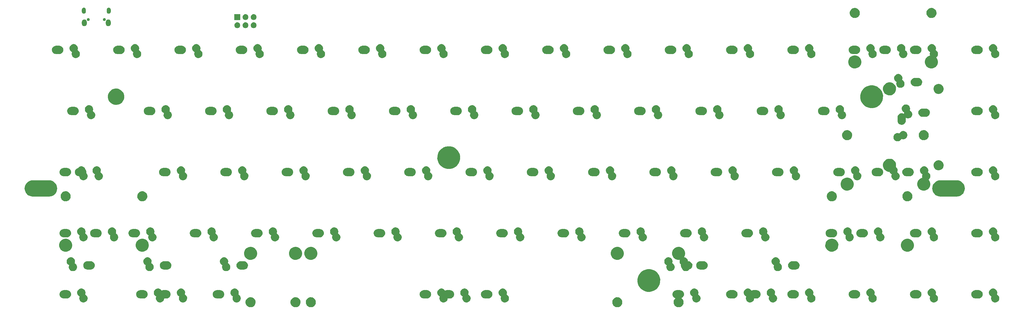
<source format=gts>
G04 #@! TF.FileFunction,Soldermask,Top*
%FSLAX46Y46*%
G04 Gerber Fmt 4.6, Leading zero omitted, Abs format (unit mm)*
G04 Created by KiCad (PCBNEW 4.0.6) date Tuesday, July 11, 2017 'PMt' 09:42:09 PM*
%MOMM*%
%LPD*%
G01*
G04 APERTURE LIST*
%ADD10C,0.150000*%
G04 APERTURE END LIST*
D10*
G36*
X95731287Y-119724453D02*
X96031765Y-119786133D01*
X96314536Y-119904998D01*
X96568837Y-120076526D01*
X96784979Y-120294183D01*
X96954727Y-120549674D01*
X97071616Y-120833268D01*
X97131128Y-121133826D01*
X97131128Y-121133835D01*
X97131194Y-121134169D01*
X97126302Y-121484526D01*
X97126226Y-121484860D01*
X97126226Y-121484871D01*
X97058346Y-121783644D01*
X96933583Y-122063867D01*
X96756768Y-122314518D01*
X96534630Y-122526057D01*
X96275644Y-122690414D01*
X95989660Y-122801341D01*
X95687581Y-122854605D01*
X95380907Y-122848181D01*
X95081315Y-122782312D01*
X94800232Y-122659510D01*
X94548352Y-122484448D01*
X94335270Y-122263795D01*
X94169108Y-122005962D01*
X94056188Y-121720760D01*
X94000814Y-121419053D01*
X94005098Y-121112343D01*
X94068872Y-120812308D01*
X94189712Y-120530369D01*
X94363010Y-120277273D01*
X94582170Y-120062655D01*
X94838839Y-119894696D01*
X95123245Y-119779788D01*
X95424550Y-119722311D01*
X95731287Y-119724453D01*
X95731287Y-119724453D01*
G37*
G36*
X109701287Y-119724453D02*
X110001765Y-119786133D01*
X110284536Y-119904998D01*
X110538837Y-120076526D01*
X110754979Y-120294183D01*
X110924727Y-120549674D01*
X111041616Y-120833268D01*
X111101128Y-121133826D01*
X111101128Y-121133835D01*
X111101194Y-121134169D01*
X111096302Y-121484526D01*
X111096226Y-121484860D01*
X111096226Y-121484871D01*
X111028346Y-121783644D01*
X110903583Y-122063867D01*
X110726768Y-122314518D01*
X110504630Y-122526057D01*
X110245644Y-122690414D01*
X109959660Y-122801341D01*
X109657581Y-122854605D01*
X109350907Y-122848181D01*
X109051315Y-122782312D01*
X108770232Y-122659510D01*
X108518352Y-122484448D01*
X108305270Y-122263795D01*
X108139108Y-122005962D01*
X108026188Y-121720760D01*
X107970814Y-121419053D01*
X107975098Y-121112343D01*
X108038872Y-120812308D01*
X108159712Y-120530369D01*
X108333010Y-120277273D01*
X108552170Y-120062655D01*
X108808839Y-119894696D01*
X109093245Y-119779788D01*
X109394550Y-119722311D01*
X109701287Y-119724453D01*
X109701287Y-119724453D01*
G37*
G36*
X114464287Y-119724453D02*
X114764765Y-119786133D01*
X115047536Y-119904998D01*
X115301837Y-120076526D01*
X115517979Y-120294183D01*
X115687727Y-120549674D01*
X115804616Y-120833268D01*
X115864128Y-121133826D01*
X115864128Y-121133835D01*
X115864194Y-121134169D01*
X115859302Y-121484526D01*
X115859226Y-121484860D01*
X115859226Y-121484871D01*
X115791346Y-121783644D01*
X115666583Y-122063867D01*
X115489768Y-122314518D01*
X115267630Y-122526057D01*
X115008644Y-122690414D01*
X114722660Y-122801341D01*
X114420581Y-122854605D01*
X114113907Y-122848181D01*
X113814315Y-122782312D01*
X113533232Y-122659510D01*
X113281352Y-122484448D01*
X113068270Y-122263795D01*
X112902108Y-122005962D01*
X112789188Y-121720760D01*
X112733814Y-121419053D01*
X112738098Y-121112343D01*
X112801872Y-120812308D01*
X112922712Y-120530369D01*
X113096010Y-120277273D01*
X113315170Y-120062655D01*
X113571839Y-119894696D01*
X113856245Y-119779788D01*
X114157550Y-119722311D01*
X114464287Y-119724453D01*
X114464287Y-119724453D01*
G37*
G36*
X209714287Y-119724453D02*
X210014765Y-119786133D01*
X210297536Y-119904998D01*
X210551837Y-120076526D01*
X210767979Y-120294183D01*
X210937727Y-120549674D01*
X211054616Y-120833268D01*
X211114128Y-121133826D01*
X211114128Y-121133835D01*
X211114194Y-121134169D01*
X211109302Y-121484526D01*
X211109226Y-121484860D01*
X211109226Y-121484871D01*
X211041346Y-121783644D01*
X210916583Y-122063867D01*
X210739768Y-122314518D01*
X210517630Y-122526057D01*
X210258644Y-122690414D01*
X209972660Y-122801341D01*
X209670581Y-122854605D01*
X209363907Y-122848181D01*
X209064315Y-122782312D01*
X208783232Y-122659510D01*
X208531352Y-122484448D01*
X208318270Y-122263795D01*
X208152108Y-122005962D01*
X208039188Y-121720760D01*
X207983814Y-121419053D01*
X207988098Y-121112343D01*
X208051872Y-120812308D01*
X208172712Y-120530369D01*
X208346010Y-120277273D01*
X208565170Y-120062655D01*
X208821839Y-119894696D01*
X209106245Y-119779788D01*
X209407550Y-119722311D01*
X209714287Y-119724453D01*
X209714287Y-119724453D01*
G37*
G36*
X228999530Y-117510069D02*
X229007672Y-117510126D01*
X229257867Y-117538190D01*
X229497846Y-117614315D01*
X229718468Y-117735604D01*
X229911331Y-117897434D01*
X230069087Y-118093643D01*
X230185728Y-118316757D01*
X230256812Y-118558278D01*
X230256816Y-118558317D01*
X230256818Y-118558325D01*
X230279632Y-118809004D01*
X230253321Y-119059341D01*
X230253317Y-119059354D01*
X230253313Y-119059391D01*
X230178864Y-119299895D01*
X230059119Y-119521359D01*
X229898639Y-119715346D01*
X229703536Y-119874468D01*
X229551791Y-119955152D01*
X229541140Y-119962916D01*
X229532529Y-119974043D01*
X229527359Y-119987128D01*
X229526039Y-120001136D01*
X229528673Y-120014956D01*
X229535054Y-120027496D01*
X229548023Y-120040228D01*
X229601837Y-120076526D01*
X229817979Y-120294183D01*
X229987727Y-120549674D01*
X230104616Y-120833268D01*
X230164128Y-121133826D01*
X230164128Y-121133835D01*
X230164194Y-121134169D01*
X230159302Y-121484526D01*
X230159226Y-121484860D01*
X230159226Y-121484871D01*
X230091346Y-121783644D01*
X229966583Y-122063867D01*
X229789768Y-122314518D01*
X229567630Y-122526057D01*
X229308644Y-122690414D01*
X229022660Y-122801341D01*
X228720581Y-122854605D01*
X228413907Y-122848181D01*
X228114315Y-122782312D01*
X227833232Y-122659510D01*
X227581352Y-122484448D01*
X227368270Y-122263795D01*
X227202108Y-122005962D01*
X227089188Y-121720760D01*
X227033814Y-121419053D01*
X227038098Y-121112343D01*
X227101872Y-120812308D01*
X227222712Y-120530369D01*
X227396010Y-120277273D01*
X227578268Y-120098792D01*
X227586836Y-120087631D01*
X227591954Y-120074526D01*
X227593220Y-120060513D01*
X227590531Y-120046703D01*
X227584101Y-120034188D01*
X227574440Y-120023961D01*
X227559211Y-120015839D01*
X227464154Y-119985685D01*
X227243532Y-119864396D01*
X227050669Y-119702566D01*
X226892913Y-119506357D01*
X226776272Y-119283243D01*
X226705188Y-119041722D01*
X226705184Y-119041683D01*
X226705182Y-119041675D01*
X226682368Y-118790996D01*
X226708679Y-118540659D01*
X226708683Y-118540646D01*
X226708687Y-118540609D01*
X226783136Y-118300105D01*
X226902881Y-118078641D01*
X227063361Y-117884654D01*
X227258464Y-117725532D01*
X227480758Y-117607336D01*
X227721777Y-117534568D01*
X227972339Y-117510000D01*
X228989696Y-117510000D01*
X228999530Y-117510069D01*
X228999530Y-117510069D01*
G37*
G36*
X66929294Y-117010857D02*
X67177111Y-117061727D01*
X67410323Y-117159760D01*
X67620056Y-117301226D01*
X67798318Y-117480738D01*
X67871723Y-117591221D01*
X67881080Y-117601727D01*
X67892994Y-117609211D01*
X67906522Y-117613080D01*
X67920591Y-117613027D01*
X67936151Y-117607925D01*
X67937258Y-117607336D01*
X68178277Y-117534568D01*
X68428839Y-117510000D01*
X69446196Y-117510000D01*
X69456030Y-117510069D01*
X69464172Y-117510126D01*
X69714367Y-117538190D01*
X69954346Y-117614315D01*
X70174968Y-117735604D01*
X70367831Y-117897434D01*
X70525587Y-118093643D01*
X70642228Y-118316757D01*
X70713312Y-118558278D01*
X70713316Y-118558317D01*
X70713318Y-118558325D01*
X70736132Y-118809004D01*
X70709821Y-119059341D01*
X70709817Y-119059354D01*
X70709813Y-119059391D01*
X70635364Y-119299895D01*
X70515619Y-119521359D01*
X70355139Y-119715346D01*
X70160036Y-119874468D01*
X69937742Y-119992664D01*
X69696723Y-120065432D01*
X69446161Y-120090000D01*
X68780767Y-120090000D01*
X68766837Y-120091980D01*
X68754011Y-120097761D01*
X68743303Y-120106888D01*
X68735561Y-120118636D01*
X68731399Y-120132076D01*
X68730856Y-120138332D01*
X68729821Y-120212462D01*
X68729745Y-120212796D01*
X68729745Y-120212807D01*
X68673775Y-120459157D01*
X68570878Y-120690269D01*
X68425052Y-120896991D01*
X68241844Y-121071457D01*
X68028248Y-121207009D01*
X67792385Y-121298495D01*
X67543249Y-121342424D01*
X67290322Y-121337126D01*
X67043235Y-121282800D01*
X66811415Y-121181521D01*
X66603679Y-121037140D01*
X66427940Y-120855158D01*
X66290900Y-120642513D01*
X66197771Y-120407295D01*
X66152101Y-120158464D01*
X66155634Y-119905508D01*
X66208231Y-119658057D01*
X66263068Y-119530114D01*
X66266736Y-119516531D01*
X66266474Y-119502464D01*
X66262304Y-119489026D01*
X66254556Y-119477283D01*
X66243842Y-119468163D01*
X66237128Y-119464599D01*
X66161415Y-119431521D01*
X65953679Y-119287140D01*
X65777940Y-119105158D01*
X65640900Y-118892513D01*
X65547771Y-118657295D01*
X65502101Y-118408464D01*
X65505634Y-118155508D01*
X65558231Y-117908057D01*
X65657893Y-117675529D01*
X65800819Y-117466791D01*
X65981570Y-117289786D01*
X66193255Y-117151263D01*
X66427817Y-117056494D01*
X66676315Y-117009091D01*
X66929294Y-117010857D01*
X66929294Y-117010857D01*
G37*
G36*
X74072994Y-117010857D02*
X74320811Y-117061727D01*
X74554023Y-117159760D01*
X74763756Y-117301226D01*
X74942018Y-117480738D01*
X75082018Y-117691453D01*
X75178418Y-117925340D01*
X75227490Y-118173165D01*
X75227490Y-118173175D01*
X75227556Y-118173509D01*
X75223521Y-118462462D01*
X75223445Y-118462796D01*
X75223445Y-118462807D01*
X75167475Y-118709157D01*
X75118771Y-118818549D01*
X75114913Y-118832080D01*
X75114978Y-118846149D01*
X75118960Y-118859644D01*
X75126544Y-118871494D01*
X75137129Y-118880763D01*
X75145072Y-118884979D01*
X75204023Y-118909760D01*
X75413756Y-119051226D01*
X75592018Y-119230738D01*
X75732018Y-119441453D01*
X75828418Y-119675340D01*
X75877490Y-119923165D01*
X75877490Y-119923175D01*
X75877556Y-119923509D01*
X75873521Y-120212462D01*
X75873445Y-120212796D01*
X75873445Y-120212807D01*
X75817475Y-120459157D01*
X75714578Y-120690269D01*
X75568752Y-120896991D01*
X75385544Y-121071457D01*
X75171948Y-121207009D01*
X74936085Y-121298495D01*
X74686949Y-121342424D01*
X74434022Y-121337126D01*
X74186935Y-121282800D01*
X73955115Y-121181521D01*
X73747379Y-121037140D01*
X73571640Y-120855158D01*
X73434600Y-120642513D01*
X73341471Y-120407295D01*
X73295801Y-120158464D01*
X73299334Y-119905508D01*
X73351931Y-119658057D01*
X73406768Y-119530114D01*
X73410436Y-119516531D01*
X73410174Y-119502464D01*
X73406004Y-119489026D01*
X73398256Y-119477283D01*
X73387542Y-119468163D01*
X73380828Y-119464599D01*
X73305115Y-119431521D01*
X73097379Y-119287140D01*
X72921640Y-119105158D01*
X72784600Y-118892513D01*
X72691471Y-118657295D01*
X72645801Y-118408464D01*
X72649334Y-118155508D01*
X72701931Y-117908057D01*
X72801593Y-117675529D01*
X72944519Y-117466791D01*
X73125270Y-117289786D01*
X73336955Y-117151263D01*
X73571517Y-117056494D01*
X73820015Y-117009091D01*
X74072994Y-117010857D01*
X74072994Y-117010857D01*
G37*
G36*
X90741494Y-117010857D02*
X90989311Y-117061727D01*
X91222523Y-117159760D01*
X91432256Y-117301226D01*
X91610518Y-117480738D01*
X91750518Y-117691453D01*
X91846918Y-117925340D01*
X91895990Y-118173165D01*
X91895990Y-118173175D01*
X91896056Y-118173509D01*
X91892021Y-118462462D01*
X91891945Y-118462796D01*
X91891945Y-118462807D01*
X91835975Y-118709157D01*
X91787271Y-118818549D01*
X91783413Y-118832080D01*
X91783478Y-118846149D01*
X91787460Y-118859644D01*
X91795044Y-118871494D01*
X91805629Y-118880763D01*
X91813572Y-118884979D01*
X91872523Y-118909760D01*
X92082256Y-119051226D01*
X92260518Y-119230738D01*
X92400518Y-119441453D01*
X92496918Y-119675340D01*
X92545990Y-119923165D01*
X92545990Y-119923175D01*
X92546056Y-119923509D01*
X92542021Y-120212462D01*
X92541945Y-120212796D01*
X92541945Y-120212807D01*
X92485975Y-120459157D01*
X92383078Y-120690269D01*
X92237252Y-120896991D01*
X92054044Y-121071457D01*
X91840448Y-121207009D01*
X91604585Y-121298495D01*
X91355449Y-121342424D01*
X91102522Y-121337126D01*
X90855435Y-121282800D01*
X90623615Y-121181521D01*
X90415879Y-121037140D01*
X90240140Y-120855158D01*
X90103100Y-120642513D01*
X90009971Y-120407295D01*
X89964301Y-120158464D01*
X89967834Y-119905508D01*
X90020431Y-119658057D01*
X90075268Y-119530114D01*
X90078936Y-119516531D01*
X90078674Y-119502464D01*
X90074504Y-119489026D01*
X90066756Y-119477283D01*
X90056042Y-119468163D01*
X90049328Y-119464599D01*
X89973615Y-119431521D01*
X89765879Y-119287140D01*
X89590140Y-119105158D01*
X89453100Y-118892513D01*
X89359971Y-118657295D01*
X89314301Y-118408464D01*
X89317834Y-118155508D01*
X89370431Y-117908057D01*
X89470093Y-117675529D01*
X89613019Y-117466791D01*
X89793770Y-117289786D01*
X90005455Y-117151263D01*
X90240017Y-117056494D01*
X90488515Y-117009091D01*
X90741494Y-117010857D01*
X90741494Y-117010857D01*
G37*
G36*
X43116694Y-117010857D02*
X43364511Y-117061727D01*
X43597723Y-117159760D01*
X43807456Y-117301226D01*
X43985718Y-117480738D01*
X44125718Y-117691453D01*
X44222118Y-117925340D01*
X44271190Y-118173165D01*
X44271190Y-118173175D01*
X44271256Y-118173509D01*
X44267221Y-118462462D01*
X44267145Y-118462796D01*
X44267145Y-118462807D01*
X44211175Y-118709157D01*
X44162471Y-118818549D01*
X44158613Y-118832080D01*
X44158678Y-118846149D01*
X44162660Y-118859644D01*
X44170244Y-118871494D01*
X44180829Y-118880763D01*
X44188772Y-118884979D01*
X44247723Y-118909760D01*
X44457456Y-119051226D01*
X44635718Y-119230738D01*
X44775718Y-119441453D01*
X44872118Y-119675340D01*
X44921190Y-119923165D01*
X44921190Y-119923175D01*
X44921256Y-119923509D01*
X44917221Y-120212462D01*
X44917145Y-120212796D01*
X44917145Y-120212807D01*
X44861175Y-120459157D01*
X44758278Y-120690269D01*
X44612452Y-120896991D01*
X44429244Y-121071457D01*
X44215648Y-121207009D01*
X43979785Y-121298495D01*
X43730649Y-121342424D01*
X43477722Y-121337126D01*
X43230635Y-121282800D01*
X42998815Y-121181521D01*
X42791079Y-121037140D01*
X42615340Y-120855158D01*
X42478300Y-120642513D01*
X42385171Y-120407295D01*
X42339501Y-120158464D01*
X42343034Y-119905508D01*
X42395631Y-119658057D01*
X42450468Y-119530114D01*
X42454136Y-119516531D01*
X42453874Y-119502464D01*
X42449704Y-119489026D01*
X42441956Y-119477283D01*
X42431242Y-119468163D01*
X42424528Y-119464599D01*
X42348815Y-119431521D01*
X42141079Y-119287140D01*
X41965340Y-119105158D01*
X41828300Y-118892513D01*
X41735171Y-118657295D01*
X41689501Y-118408464D01*
X41693034Y-118155508D01*
X41745631Y-117908057D01*
X41845293Y-117675529D01*
X41988219Y-117466791D01*
X42168970Y-117289786D01*
X42380655Y-117151263D01*
X42615217Y-117056494D01*
X42863715Y-117009091D01*
X43116694Y-117010857D01*
X43116694Y-117010857D01*
G37*
G36*
X155035494Y-117010857D02*
X155283311Y-117061727D01*
X155516523Y-117159760D01*
X155726256Y-117301226D01*
X155904518Y-117480738D01*
X155978001Y-117591339D01*
X155987358Y-117601845D01*
X155999272Y-117609329D01*
X156012800Y-117613198D01*
X156026869Y-117613145D01*
X156042429Y-117608042D01*
X156043758Y-117607336D01*
X156284777Y-117534568D01*
X156535339Y-117510000D01*
X157552696Y-117510000D01*
X157562530Y-117510069D01*
X157570672Y-117510126D01*
X157820867Y-117538190D01*
X158060846Y-117614315D01*
X158281468Y-117735604D01*
X158474331Y-117897434D01*
X158632087Y-118093643D01*
X158748728Y-118316757D01*
X158819812Y-118558278D01*
X158819816Y-118558317D01*
X158819818Y-118558325D01*
X158842632Y-118809004D01*
X158816321Y-119059341D01*
X158816317Y-119059354D01*
X158816313Y-119059391D01*
X158741864Y-119299895D01*
X158622119Y-119521359D01*
X158461639Y-119715346D01*
X158266536Y-119874468D01*
X158044242Y-119992664D01*
X157803223Y-120065432D01*
X157552661Y-120090000D01*
X156886967Y-120090000D01*
X156873037Y-120091980D01*
X156860211Y-120097761D01*
X156849503Y-120106888D01*
X156841761Y-120118636D01*
X156837599Y-120132076D01*
X156837056Y-120138332D01*
X156836021Y-120212462D01*
X156835945Y-120212796D01*
X156835945Y-120212807D01*
X156779975Y-120459157D01*
X156677078Y-120690269D01*
X156531252Y-120896991D01*
X156348044Y-121071457D01*
X156134448Y-121207009D01*
X155898585Y-121298495D01*
X155649449Y-121342424D01*
X155396522Y-121337126D01*
X155149435Y-121282800D01*
X154917615Y-121181521D01*
X154709879Y-121037140D01*
X154534140Y-120855158D01*
X154397100Y-120642513D01*
X154303971Y-120407295D01*
X154258301Y-120158464D01*
X154261834Y-119905508D01*
X154314431Y-119658057D01*
X154369268Y-119530114D01*
X154372936Y-119516531D01*
X154372674Y-119502464D01*
X154368504Y-119489026D01*
X154360756Y-119477283D01*
X154350042Y-119468163D01*
X154343328Y-119464599D01*
X154267615Y-119431521D01*
X154059879Y-119287140D01*
X153884140Y-119105158D01*
X153747100Y-118892513D01*
X153653971Y-118657295D01*
X153608301Y-118408464D01*
X153611834Y-118155508D01*
X153664431Y-117908057D01*
X153764093Y-117675529D01*
X153907019Y-117466791D01*
X154087770Y-117289786D01*
X154299455Y-117151263D01*
X154534017Y-117056494D01*
X154782515Y-117009091D01*
X155035494Y-117010857D01*
X155035494Y-117010857D01*
G37*
G36*
X162179494Y-117010857D02*
X162427311Y-117061727D01*
X162660523Y-117159760D01*
X162870256Y-117301226D01*
X163048518Y-117480738D01*
X163188518Y-117691453D01*
X163284918Y-117925340D01*
X163333990Y-118173165D01*
X163333990Y-118173175D01*
X163334056Y-118173509D01*
X163330021Y-118462462D01*
X163329945Y-118462796D01*
X163329945Y-118462807D01*
X163273975Y-118709157D01*
X163225271Y-118818549D01*
X163221413Y-118832080D01*
X163221478Y-118846149D01*
X163225460Y-118859644D01*
X163233044Y-118871494D01*
X163243629Y-118880763D01*
X163251572Y-118884979D01*
X163310523Y-118909760D01*
X163520256Y-119051226D01*
X163698518Y-119230738D01*
X163838518Y-119441453D01*
X163934918Y-119675340D01*
X163983990Y-119923165D01*
X163983990Y-119923175D01*
X163984056Y-119923509D01*
X163980021Y-120212462D01*
X163979945Y-120212796D01*
X163979945Y-120212807D01*
X163923975Y-120459157D01*
X163821078Y-120690269D01*
X163675252Y-120896991D01*
X163492044Y-121071457D01*
X163278448Y-121207009D01*
X163042585Y-121298495D01*
X162793449Y-121342424D01*
X162540522Y-121337126D01*
X162293435Y-121282800D01*
X162061615Y-121181521D01*
X161853879Y-121037140D01*
X161678140Y-120855158D01*
X161541100Y-120642513D01*
X161447971Y-120407295D01*
X161402301Y-120158464D01*
X161405834Y-119905508D01*
X161458431Y-119658057D01*
X161513268Y-119530114D01*
X161516936Y-119516531D01*
X161516674Y-119502464D01*
X161512504Y-119489026D01*
X161504756Y-119477283D01*
X161494042Y-119468163D01*
X161487328Y-119464599D01*
X161411615Y-119431521D01*
X161203879Y-119287140D01*
X161028140Y-119105158D01*
X160891100Y-118892513D01*
X160797971Y-118657295D01*
X160752301Y-118408464D01*
X160755834Y-118155508D01*
X160808431Y-117908057D01*
X160908093Y-117675529D01*
X161051019Y-117466791D01*
X161231770Y-117289786D01*
X161443455Y-117151263D01*
X161678017Y-117056494D01*
X161926515Y-117009091D01*
X162179494Y-117010857D01*
X162179494Y-117010857D01*
G37*
G36*
X174085494Y-117010857D02*
X174333311Y-117061727D01*
X174566523Y-117159760D01*
X174776256Y-117301226D01*
X174954518Y-117480738D01*
X175094518Y-117691453D01*
X175190918Y-117925340D01*
X175239990Y-118173165D01*
X175239990Y-118173175D01*
X175240056Y-118173509D01*
X175236021Y-118462462D01*
X175235945Y-118462796D01*
X175235945Y-118462807D01*
X175179975Y-118709157D01*
X175131271Y-118818549D01*
X175127413Y-118832080D01*
X175127478Y-118846149D01*
X175131460Y-118859644D01*
X175139044Y-118871494D01*
X175149629Y-118880763D01*
X175157572Y-118884979D01*
X175216523Y-118909760D01*
X175426256Y-119051226D01*
X175604518Y-119230738D01*
X175744518Y-119441453D01*
X175840918Y-119675340D01*
X175889990Y-119923165D01*
X175889990Y-119923175D01*
X175890056Y-119923509D01*
X175886021Y-120212462D01*
X175885945Y-120212796D01*
X175885945Y-120212807D01*
X175829975Y-120459157D01*
X175727078Y-120690269D01*
X175581252Y-120896991D01*
X175398044Y-121071457D01*
X175184448Y-121207009D01*
X174948585Y-121298495D01*
X174699449Y-121342424D01*
X174446522Y-121337126D01*
X174199435Y-121282800D01*
X173967615Y-121181521D01*
X173759879Y-121037140D01*
X173584140Y-120855158D01*
X173447100Y-120642513D01*
X173353971Y-120407295D01*
X173308301Y-120158464D01*
X173311834Y-119905508D01*
X173364431Y-119658057D01*
X173419268Y-119530114D01*
X173422936Y-119516531D01*
X173422674Y-119502464D01*
X173418504Y-119489026D01*
X173410756Y-119477283D01*
X173400042Y-119468163D01*
X173393328Y-119464599D01*
X173317615Y-119431521D01*
X173109879Y-119287140D01*
X172934140Y-119105158D01*
X172797100Y-118892513D01*
X172703971Y-118657295D01*
X172658301Y-118408464D01*
X172661834Y-118155508D01*
X172714431Y-117908057D01*
X172814093Y-117675529D01*
X172957019Y-117466791D01*
X173137770Y-117289786D01*
X173349455Y-117151263D01*
X173584017Y-117056494D01*
X173832515Y-117009091D01*
X174085494Y-117010857D01*
X174085494Y-117010857D01*
G37*
G36*
X233616494Y-117010857D02*
X233864311Y-117061727D01*
X234097523Y-117159760D01*
X234307256Y-117301226D01*
X234485518Y-117480738D01*
X234625518Y-117691453D01*
X234721918Y-117925340D01*
X234770990Y-118173165D01*
X234770990Y-118173175D01*
X234771056Y-118173509D01*
X234767021Y-118462462D01*
X234766945Y-118462796D01*
X234766945Y-118462807D01*
X234710975Y-118709157D01*
X234662271Y-118818549D01*
X234658413Y-118832080D01*
X234658478Y-118846149D01*
X234662460Y-118859644D01*
X234670044Y-118871494D01*
X234680629Y-118880763D01*
X234688572Y-118884979D01*
X234747523Y-118909760D01*
X234957256Y-119051226D01*
X235135518Y-119230738D01*
X235275518Y-119441453D01*
X235371918Y-119675340D01*
X235420990Y-119923165D01*
X235420990Y-119923175D01*
X235421056Y-119923509D01*
X235417021Y-120212462D01*
X235416945Y-120212796D01*
X235416945Y-120212807D01*
X235360975Y-120459157D01*
X235258078Y-120690269D01*
X235112252Y-120896991D01*
X234929044Y-121071457D01*
X234715448Y-121207009D01*
X234479585Y-121298495D01*
X234230449Y-121342424D01*
X233977522Y-121337126D01*
X233730435Y-121282800D01*
X233498615Y-121181521D01*
X233290879Y-121037140D01*
X233115140Y-120855158D01*
X232978100Y-120642513D01*
X232884971Y-120407295D01*
X232839301Y-120158464D01*
X232842834Y-119905508D01*
X232895431Y-119658057D01*
X232950268Y-119530114D01*
X232953936Y-119516531D01*
X232953674Y-119502464D01*
X232949504Y-119489026D01*
X232941756Y-119477283D01*
X232931042Y-119468163D01*
X232924328Y-119464599D01*
X232848615Y-119431521D01*
X232640879Y-119287140D01*
X232465140Y-119105158D01*
X232328100Y-118892513D01*
X232234971Y-118657295D01*
X232189301Y-118408464D01*
X232192834Y-118155508D01*
X232245431Y-117908057D01*
X232345093Y-117675529D01*
X232488019Y-117466791D01*
X232668770Y-117289786D01*
X232880455Y-117151263D01*
X233115017Y-117056494D01*
X233363515Y-117009091D01*
X233616494Y-117010857D01*
X233616494Y-117010857D01*
G37*
G36*
X250285494Y-117010857D02*
X250533311Y-117061727D01*
X250766523Y-117159760D01*
X250976256Y-117301226D01*
X251154518Y-117480738D01*
X251228001Y-117591339D01*
X251237358Y-117601845D01*
X251249272Y-117609329D01*
X251262800Y-117613198D01*
X251276869Y-117613145D01*
X251292429Y-117608042D01*
X251293758Y-117607336D01*
X251534777Y-117534568D01*
X251785339Y-117510000D01*
X252802696Y-117510000D01*
X252812530Y-117510069D01*
X252820672Y-117510126D01*
X253070867Y-117538190D01*
X253310846Y-117614315D01*
X253531468Y-117735604D01*
X253724331Y-117897434D01*
X253882087Y-118093643D01*
X253998728Y-118316757D01*
X254069812Y-118558278D01*
X254069816Y-118558317D01*
X254069818Y-118558325D01*
X254092632Y-118809004D01*
X254066321Y-119059341D01*
X254066317Y-119059354D01*
X254066313Y-119059391D01*
X253991864Y-119299895D01*
X253872119Y-119521359D01*
X253711639Y-119715346D01*
X253516536Y-119874468D01*
X253294242Y-119992664D01*
X253053223Y-120065432D01*
X252802661Y-120090000D01*
X252136967Y-120090000D01*
X252123037Y-120091980D01*
X252110211Y-120097761D01*
X252099503Y-120106888D01*
X252091761Y-120118636D01*
X252087599Y-120132076D01*
X252087056Y-120138332D01*
X252086021Y-120212462D01*
X252085945Y-120212796D01*
X252085945Y-120212807D01*
X252029975Y-120459157D01*
X251927078Y-120690269D01*
X251781252Y-120896991D01*
X251598044Y-121071457D01*
X251384448Y-121207009D01*
X251148585Y-121298495D01*
X250899449Y-121342424D01*
X250646522Y-121337126D01*
X250399435Y-121282800D01*
X250167615Y-121181521D01*
X249959879Y-121037140D01*
X249784140Y-120855158D01*
X249647100Y-120642513D01*
X249553971Y-120407295D01*
X249508301Y-120158464D01*
X249511834Y-119905508D01*
X249564431Y-119658057D01*
X249619268Y-119530114D01*
X249622936Y-119516531D01*
X249622674Y-119502464D01*
X249618504Y-119489026D01*
X249610756Y-119477283D01*
X249600042Y-119468163D01*
X249593328Y-119464599D01*
X249517615Y-119431521D01*
X249309879Y-119287140D01*
X249134140Y-119105158D01*
X248997100Y-118892513D01*
X248903971Y-118657295D01*
X248858301Y-118408464D01*
X248861834Y-118155508D01*
X248914431Y-117908057D01*
X249014093Y-117675529D01*
X249157019Y-117466791D01*
X249337770Y-117289786D01*
X249549455Y-117151263D01*
X249784017Y-117056494D01*
X250032515Y-117009091D01*
X250285494Y-117010857D01*
X250285494Y-117010857D01*
G37*
G36*
X257429494Y-117010857D02*
X257677311Y-117061727D01*
X257910523Y-117159760D01*
X258120256Y-117301226D01*
X258298518Y-117480738D01*
X258438518Y-117691453D01*
X258534918Y-117925340D01*
X258583990Y-118173165D01*
X258583990Y-118173175D01*
X258584056Y-118173509D01*
X258580021Y-118462462D01*
X258579945Y-118462796D01*
X258579945Y-118462807D01*
X258523975Y-118709157D01*
X258475271Y-118818549D01*
X258471413Y-118832080D01*
X258471478Y-118846149D01*
X258475460Y-118859644D01*
X258483044Y-118871494D01*
X258493629Y-118880763D01*
X258501572Y-118884979D01*
X258560523Y-118909760D01*
X258770256Y-119051226D01*
X258948518Y-119230738D01*
X259088518Y-119441453D01*
X259184918Y-119675340D01*
X259233990Y-119923165D01*
X259233990Y-119923175D01*
X259234056Y-119923509D01*
X259230021Y-120212462D01*
X259229945Y-120212796D01*
X259229945Y-120212807D01*
X259173975Y-120459157D01*
X259071078Y-120690269D01*
X258925252Y-120896991D01*
X258742044Y-121071457D01*
X258528448Y-121207009D01*
X258292585Y-121298495D01*
X258043449Y-121342424D01*
X257790522Y-121337126D01*
X257543435Y-121282800D01*
X257311615Y-121181521D01*
X257103879Y-121037140D01*
X256928140Y-120855158D01*
X256791100Y-120642513D01*
X256697971Y-120407295D01*
X256652301Y-120158464D01*
X256655834Y-119905508D01*
X256708431Y-119658057D01*
X256763268Y-119530114D01*
X256766936Y-119516531D01*
X256766674Y-119502464D01*
X256762504Y-119489026D01*
X256754756Y-119477283D01*
X256744042Y-119468163D01*
X256737328Y-119464599D01*
X256661615Y-119431521D01*
X256453879Y-119287140D01*
X256278140Y-119105158D01*
X256141100Y-118892513D01*
X256047971Y-118657295D01*
X256002301Y-118408464D01*
X256005834Y-118155508D01*
X256058431Y-117908057D01*
X256158093Y-117675529D01*
X256301019Y-117466791D01*
X256481770Y-117289786D01*
X256693455Y-117151263D01*
X256928017Y-117056494D01*
X257176515Y-117009091D01*
X257429494Y-117010857D01*
X257429494Y-117010857D01*
G37*
G36*
X269335494Y-117010857D02*
X269583311Y-117061727D01*
X269816523Y-117159760D01*
X270026256Y-117301226D01*
X270204518Y-117480738D01*
X270344518Y-117691453D01*
X270440918Y-117925340D01*
X270489990Y-118173165D01*
X270489990Y-118173175D01*
X270490056Y-118173509D01*
X270486021Y-118462462D01*
X270485945Y-118462796D01*
X270485945Y-118462807D01*
X270429975Y-118709157D01*
X270381271Y-118818549D01*
X270377413Y-118832080D01*
X270377478Y-118846149D01*
X270381460Y-118859644D01*
X270389044Y-118871494D01*
X270399629Y-118880763D01*
X270407572Y-118884979D01*
X270466523Y-118909760D01*
X270676256Y-119051226D01*
X270854518Y-119230738D01*
X270994518Y-119441453D01*
X271090918Y-119675340D01*
X271139990Y-119923165D01*
X271139990Y-119923175D01*
X271140056Y-119923509D01*
X271136021Y-120212462D01*
X271135945Y-120212796D01*
X271135945Y-120212807D01*
X271079975Y-120459157D01*
X270977078Y-120690269D01*
X270831252Y-120896991D01*
X270648044Y-121071457D01*
X270434448Y-121207009D01*
X270198585Y-121298495D01*
X269949449Y-121342424D01*
X269696522Y-121337126D01*
X269449435Y-121282800D01*
X269217615Y-121181521D01*
X269009879Y-121037140D01*
X268834140Y-120855158D01*
X268697100Y-120642513D01*
X268603971Y-120407295D01*
X268558301Y-120158464D01*
X268561834Y-119905508D01*
X268614431Y-119658057D01*
X268669268Y-119530114D01*
X268672936Y-119516531D01*
X268672674Y-119502464D01*
X268668504Y-119489026D01*
X268660756Y-119477283D01*
X268650042Y-119468163D01*
X268643328Y-119464599D01*
X268567615Y-119431521D01*
X268359879Y-119287140D01*
X268184140Y-119105158D01*
X268047100Y-118892513D01*
X267953971Y-118657295D01*
X267908301Y-118408464D01*
X267911834Y-118155508D01*
X267964431Y-117908057D01*
X268064093Y-117675529D01*
X268207019Y-117466791D01*
X268387770Y-117289786D01*
X268599455Y-117151263D01*
X268834017Y-117056494D01*
X269082515Y-117009091D01*
X269335494Y-117010857D01*
X269335494Y-117010857D01*
G37*
G36*
X288385494Y-117010857D02*
X288633311Y-117061727D01*
X288866523Y-117159760D01*
X289076256Y-117301226D01*
X289254518Y-117480738D01*
X289394518Y-117691453D01*
X289490918Y-117925340D01*
X289539990Y-118173165D01*
X289539990Y-118173175D01*
X289540056Y-118173509D01*
X289536021Y-118462462D01*
X289535945Y-118462796D01*
X289535945Y-118462807D01*
X289479975Y-118709157D01*
X289431271Y-118818549D01*
X289427413Y-118832080D01*
X289427478Y-118846149D01*
X289431460Y-118859644D01*
X289439044Y-118871494D01*
X289449629Y-118880763D01*
X289457572Y-118884979D01*
X289516523Y-118909760D01*
X289726256Y-119051226D01*
X289904518Y-119230738D01*
X290044518Y-119441453D01*
X290140918Y-119675340D01*
X290189990Y-119923165D01*
X290189990Y-119923175D01*
X290190056Y-119923509D01*
X290186021Y-120212462D01*
X290185945Y-120212796D01*
X290185945Y-120212807D01*
X290129975Y-120459157D01*
X290027078Y-120690269D01*
X289881252Y-120896991D01*
X289698044Y-121071457D01*
X289484448Y-121207009D01*
X289248585Y-121298495D01*
X288999449Y-121342424D01*
X288746522Y-121337126D01*
X288499435Y-121282800D01*
X288267615Y-121181521D01*
X288059879Y-121037140D01*
X287884140Y-120855158D01*
X287747100Y-120642513D01*
X287653971Y-120407295D01*
X287608301Y-120158464D01*
X287611834Y-119905508D01*
X287664431Y-119658057D01*
X287719268Y-119530114D01*
X287722936Y-119516531D01*
X287722674Y-119502464D01*
X287718504Y-119489026D01*
X287710756Y-119477283D01*
X287700042Y-119468163D01*
X287693328Y-119464599D01*
X287617615Y-119431521D01*
X287409879Y-119287140D01*
X287234140Y-119105158D01*
X287097100Y-118892513D01*
X287003971Y-118657295D01*
X286958301Y-118408464D01*
X286961834Y-118155508D01*
X287014431Y-117908057D01*
X287114093Y-117675529D01*
X287257019Y-117466791D01*
X287437770Y-117289786D01*
X287649455Y-117151263D01*
X287884017Y-117056494D01*
X288132515Y-117009091D01*
X288385494Y-117010857D01*
X288385494Y-117010857D01*
G37*
G36*
X307435494Y-117010857D02*
X307683311Y-117061727D01*
X307916523Y-117159760D01*
X308126256Y-117301226D01*
X308304518Y-117480738D01*
X308444518Y-117691453D01*
X308540918Y-117925340D01*
X308589990Y-118173165D01*
X308589990Y-118173175D01*
X308590056Y-118173509D01*
X308586021Y-118462462D01*
X308585945Y-118462796D01*
X308585945Y-118462807D01*
X308529975Y-118709157D01*
X308481271Y-118818549D01*
X308477413Y-118832080D01*
X308477478Y-118846149D01*
X308481460Y-118859644D01*
X308489044Y-118871494D01*
X308499629Y-118880763D01*
X308507572Y-118884979D01*
X308566523Y-118909760D01*
X308776256Y-119051226D01*
X308954518Y-119230738D01*
X309094518Y-119441453D01*
X309190918Y-119675340D01*
X309239990Y-119923165D01*
X309239990Y-119923175D01*
X309240056Y-119923509D01*
X309236021Y-120212462D01*
X309235945Y-120212796D01*
X309235945Y-120212807D01*
X309179975Y-120459157D01*
X309077078Y-120690269D01*
X308931252Y-120896991D01*
X308748044Y-121071457D01*
X308534448Y-121207009D01*
X308298585Y-121298495D01*
X308049449Y-121342424D01*
X307796522Y-121337126D01*
X307549435Y-121282800D01*
X307317615Y-121181521D01*
X307109879Y-121037140D01*
X306934140Y-120855158D01*
X306797100Y-120642513D01*
X306703971Y-120407295D01*
X306658301Y-120158464D01*
X306661834Y-119905508D01*
X306714431Y-119658057D01*
X306769268Y-119530114D01*
X306772936Y-119516531D01*
X306772674Y-119502464D01*
X306768504Y-119489026D01*
X306760756Y-119477283D01*
X306750042Y-119468163D01*
X306743328Y-119464599D01*
X306667615Y-119431521D01*
X306459879Y-119287140D01*
X306284140Y-119105158D01*
X306147100Y-118892513D01*
X306053971Y-118657295D01*
X306008301Y-118408464D01*
X306011834Y-118155508D01*
X306064431Y-117908057D01*
X306164093Y-117675529D01*
X306307019Y-117466791D01*
X306487770Y-117289786D01*
X306699455Y-117151263D01*
X306934017Y-117056494D01*
X307182515Y-117009091D01*
X307435494Y-117010857D01*
X307435494Y-117010857D01*
G37*
G36*
X326485494Y-117010857D02*
X326733311Y-117061727D01*
X326966523Y-117159760D01*
X327176256Y-117301226D01*
X327354518Y-117480738D01*
X327494518Y-117691453D01*
X327590918Y-117925340D01*
X327639990Y-118173165D01*
X327639990Y-118173175D01*
X327640056Y-118173509D01*
X327636021Y-118462462D01*
X327635945Y-118462796D01*
X327635945Y-118462807D01*
X327579975Y-118709157D01*
X327531271Y-118818549D01*
X327527413Y-118832080D01*
X327527478Y-118846149D01*
X327531460Y-118859644D01*
X327539044Y-118871494D01*
X327549629Y-118880763D01*
X327557572Y-118884979D01*
X327616523Y-118909760D01*
X327826256Y-119051226D01*
X328004518Y-119230738D01*
X328144518Y-119441453D01*
X328240918Y-119675340D01*
X328289990Y-119923165D01*
X328289990Y-119923175D01*
X328290056Y-119923509D01*
X328286021Y-120212462D01*
X328285945Y-120212796D01*
X328285945Y-120212807D01*
X328229975Y-120459157D01*
X328127078Y-120690269D01*
X327981252Y-120896991D01*
X327798044Y-121071457D01*
X327584448Y-121207009D01*
X327348585Y-121298495D01*
X327099449Y-121342424D01*
X326846522Y-121337126D01*
X326599435Y-121282800D01*
X326367615Y-121181521D01*
X326159879Y-121037140D01*
X325984140Y-120855158D01*
X325847100Y-120642513D01*
X325753971Y-120407295D01*
X325708301Y-120158464D01*
X325711834Y-119905508D01*
X325764431Y-119658057D01*
X325819268Y-119530114D01*
X325822936Y-119516531D01*
X325822674Y-119502464D01*
X325818504Y-119489026D01*
X325810756Y-119477283D01*
X325800042Y-119468163D01*
X325793328Y-119464599D01*
X325717615Y-119431521D01*
X325509879Y-119287140D01*
X325334140Y-119105158D01*
X325197100Y-118892513D01*
X325103971Y-118657295D01*
X325058301Y-118408464D01*
X325061834Y-118155508D01*
X325114431Y-117908057D01*
X325214093Y-117675529D01*
X325357019Y-117466791D01*
X325537770Y-117289786D01*
X325749455Y-117151263D01*
X325984017Y-117056494D01*
X326232515Y-117009091D01*
X326485494Y-117010857D01*
X326485494Y-117010857D01*
G37*
G36*
X150418530Y-117510069D02*
X150426672Y-117510126D01*
X150676867Y-117538190D01*
X150916846Y-117614315D01*
X151137468Y-117735604D01*
X151330331Y-117897434D01*
X151488087Y-118093643D01*
X151604728Y-118316757D01*
X151675812Y-118558278D01*
X151675816Y-118558317D01*
X151675818Y-118558325D01*
X151698632Y-118809004D01*
X151672321Y-119059341D01*
X151672317Y-119059354D01*
X151672313Y-119059391D01*
X151597864Y-119299895D01*
X151478119Y-119521359D01*
X151317639Y-119715346D01*
X151122536Y-119874468D01*
X150900242Y-119992664D01*
X150659223Y-120065432D01*
X150408661Y-120090000D01*
X149391304Y-120090000D01*
X149381470Y-120089931D01*
X149373328Y-120089874D01*
X149123133Y-120061810D01*
X148883154Y-119985685D01*
X148662532Y-119864396D01*
X148469669Y-119702566D01*
X148311913Y-119506357D01*
X148195272Y-119283243D01*
X148124188Y-119041722D01*
X148124184Y-119041683D01*
X148124182Y-119041675D01*
X148101368Y-118790996D01*
X148127679Y-118540659D01*
X148127683Y-118540646D01*
X148127687Y-118540609D01*
X148202136Y-118300105D01*
X148321881Y-118078641D01*
X148482361Y-117884654D01*
X148677464Y-117725532D01*
X148899758Y-117607336D01*
X149140777Y-117534568D01*
X149391339Y-117510000D01*
X150408696Y-117510000D01*
X150418530Y-117510069D01*
X150418530Y-117510069D01*
G37*
G36*
X169468530Y-117510069D02*
X169476672Y-117510126D01*
X169726867Y-117538190D01*
X169966846Y-117614315D01*
X170187468Y-117735604D01*
X170380331Y-117897434D01*
X170538087Y-118093643D01*
X170654728Y-118316757D01*
X170725812Y-118558278D01*
X170725816Y-118558317D01*
X170725818Y-118558325D01*
X170748632Y-118809004D01*
X170722321Y-119059341D01*
X170722317Y-119059354D01*
X170722313Y-119059391D01*
X170647864Y-119299895D01*
X170528119Y-119521359D01*
X170367639Y-119715346D01*
X170172536Y-119874468D01*
X169950242Y-119992664D01*
X169709223Y-120065432D01*
X169458661Y-120090000D01*
X168441304Y-120090000D01*
X168431470Y-120089931D01*
X168423328Y-120089874D01*
X168173133Y-120061810D01*
X167933154Y-119985685D01*
X167712532Y-119864396D01*
X167519669Y-119702566D01*
X167361913Y-119506357D01*
X167245272Y-119283243D01*
X167174188Y-119041722D01*
X167174184Y-119041683D01*
X167174182Y-119041675D01*
X167151368Y-118790996D01*
X167177679Y-118540659D01*
X167177683Y-118540646D01*
X167177687Y-118540609D01*
X167252136Y-118300105D01*
X167371881Y-118078641D01*
X167532361Y-117884654D01*
X167727464Y-117725532D01*
X167949758Y-117607336D01*
X168190777Y-117534568D01*
X168441339Y-117510000D01*
X169458696Y-117510000D01*
X169468530Y-117510069D01*
X169468530Y-117510069D01*
G37*
G36*
X38499730Y-117510069D02*
X38507872Y-117510126D01*
X38758067Y-117538190D01*
X38998046Y-117614315D01*
X39218668Y-117735604D01*
X39411531Y-117897434D01*
X39569287Y-118093643D01*
X39685928Y-118316757D01*
X39757012Y-118558278D01*
X39757016Y-118558317D01*
X39757018Y-118558325D01*
X39779832Y-118809004D01*
X39753521Y-119059341D01*
X39753517Y-119059354D01*
X39753513Y-119059391D01*
X39679064Y-119299895D01*
X39559319Y-119521359D01*
X39398839Y-119715346D01*
X39203736Y-119874468D01*
X38981442Y-119992664D01*
X38740423Y-120065432D01*
X38489861Y-120090000D01*
X37472504Y-120090000D01*
X37462670Y-120089931D01*
X37454528Y-120089874D01*
X37204333Y-120061810D01*
X36964354Y-119985685D01*
X36743732Y-119864396D01*
X36550869Y-119702566D01*
X36393113Y-119506357D01*
X36276472Y-119283243D01*
X36205388Y-119041722D01*
X36205384Y-119041683D01*
X36205382Y-119041675D01*
X36182568Y-118790996D01*
X36208879Y-118540659D01*
X36208883Y-118540646D01*
X36208887Y-118540609D01*
X36283336Y-118300105D01*
X36403081Y-118078641D01*
X36563561Y-117884654D01*
X36758664Y-117725532D01*
X36980958Y-117607336D01*
X37221977Y-117534568D01*
X37472539Y-117510000D01*
X38489896Y-117510000D01*
X38499730Y-117510069D01*
X38499730Y-117510069D01*
G37*
G36*
X245668530Y-117510069D02*
X245676672Y-117510126D01*
X245926867Y-117538190D01*
X246166846Y-117614315D01*
X246387468Y-117735604D01*
X246580331Y-117897434D01*
X246738087Y-118093643D01*
X246854728Y-118316757D01*
X246925812Y-118558278D01*
X246925816Y-118558317D01*
X246925818Y-118558325D01*
X246948632Y-118809004D01*
X246922321Y-119059341D01*
X246922317Y-119059354D01*
X246922313Y-119059391D01*
X246847864Y-119299895D01*
X246728119Y-119521359D01*
X246567639Y-119715346D01*
X246372536Y-119874468D01*
X246150242Y-119992664D01*
X245909223Y-120065432D01*
X245658661Y-120090000D01*
X244641304Y-120090000D01*
X244631470Y-120089931D01*
X244623328Y-120089874D01*
X244373133Y-120061810D01*
X244133154Y-119985685D01*
X243912532Y-119864396D01*
X243719669Y-119702566D01*
X243561913Y-119506357D01*
X243445272Y-119283243D01*
X243374188Y-119041722D01*
X243374184Y-119041683D01*
X243374182Y-119041675D01*
X243351368Y-118790996D01*
X243377679Y-118540659D01*
X243377683Y-118540646D01*
X243377687Y-118540609D01*
X243452136Y-118300105D01*
X243571881Y-118078641D01*
X243732361Y-117884654D01*
X243927464Y-117725532D01*
X244149758Y-117607336D01*
X244390777Y-117534568D01*
X244641339Y-117510000D01*
X245658696Y-117510000D01*
X245668530Y-117510069D01*
X245668530Y-117510069D01*
G37*
G36*
X302818530Y-117510069D02*
X302826672Y-117510126D01*
X303076867Y-117538190D01*
X303316846Y-117614315D01*
X303537468Y-117735604D01*
X303730331Y-117897434D01*
X303888087Y-118093643D01*
X304004728Y-118316757D01*
X304075812Y-118558278D01*
X304075816Y-118558317D01*
X304075818Y-118558325D01*
X304098632Y-118809004D01*
X304072321Y-119059341D01*
X304072317Y-119059354D01*
X304072313Y-119059391D01*
X303997864Y-119299895D01*
X303878119Y-119521359D01*
X303717639Y-119715346D01*
X303522536Y-119874468D01*
X303300242Y-119992664D01*
X303059223Y-120065432D01*
X302808661Y-120090000D01*
X301791304Y-120090000D01*
X301781470Y-120089931D01*
X301773328Y-120089874D01*
X301523133Y-120061810D01*
X301283154Y-119985685D01*
X301062532Y-119864396D01*
X300869669Y-119702566D01*
X300711913Y-119506357D01*
X300595272Y-119283243D01*
X300524188Y-119041722D01*
X300524184Y-119041683D01*
X300524182Y-119041675D01*
X300501368Y-118790996D01*
X300527679Y-118540659D01*
X300527683Y-118540646D01*
X300527687Y-118540609D01*
X300602136Y-118300105D01*
X300721881Y-118078641D01*
X300882361Y-117884654D01*
X301077464Y-117725532D01*
X301299758Y-117607336D01*
X301540777Y-117534568D01*
X301791339Y-117510000D01*
X302808696Y-117510000D01*
X302818530Y-117510069D01*
X302818530Y-117510069D01*
G37*
G36*
X321868530Y-117510069D02*
X321876672Y-117510126D01*
X322126867Y-117538190D01*
X322366846Y-117614315D01*
X322587468Y-117735604D01*
X322780331Y-117897434D01*
X322938087Y-118093643D01*
X323054728Y-118316757D01*
X323125812Y-118558278D01*
X323125816Y-118558317D01*
X323125818Y-118558325D01*
X323148632Y-118809004D01*
X323122321Y-119059341D01*
X323122317Y-119059354D01*
X323122313Y-119059391D01*
X323047864Y-119299895D01*
X322928119Y-119521359D01*
X322767639Y-119715346D01*
X322572536Y-119874468D01*
X322350242Y-119992664D01*
X322109223Y-120065432D01*
X321858661Y-120090000D01*
X320841304Y-120090000D01*
X320831470Y-120089931D01*
X320823328Y-120089874D01*
X320573133Y-120061810D01*
X320333154Y-119985685D01*
X320112532Y-119864396D01*
X319919669Y-119702566D01*
X319761913Y-119506357D01*
X319645272Y-119283243D01*
X319574188Y-119041722D01*
X319574184Y-119041683D01*
X319574182Y-119041675D01*
X319551368Y-118790996D01*
X319577679Y-118540659D01*
X319577683Y-118540646D01*
X319577687Y-118540609D01*
X319652136Y-118300105D01*
X319771881Y-118078641D01*
X319932361Y-117884654D01*
X320127464Y-117725532D01*
X320349758Y-117607336D01*
X320590777Y-117534568D01*
X320841339Y-117510000D01*
X321858696Y-117510000D01*
X321868530Y-117510069D01*
X321868530Y-117510069D01*
G37*
G36*
X62312330Y-117510069D02*
X62320472Y-117510126D01*
X62570667Y-117538190D01*
X62810646Y-117614315D01*
X63031268Y-117735604D01*
X63224131Y-117897434D01*
X63381887Y-118093643D01*
X63498528Y-118316757D01*
X63569612Y-118558278D01*
X63569616Y-118558317D01*
X63569618Y-118558325D01*
X63592432Y-118809004D01*
X63566121Y-119059341D01*
X63566117Y-119059354D01*
X63566113Y-119059391D01*
X63491664Y-119299895D01*
X63371919Y-119521359D01*
X63211439Y-119715346D01*
X63016336Y-119874468D01*
X62794042Y-119992664D01*
X62553023Y-120065432D01*
X62302461Y-120090000D01*
X61285104Y-120090000D01*
X61275270Y-120089931D01*
X61267128Y-120089874D01*
X61016933Y-120061810D01*
X60776954Y-119985685D01*
X60556332Y-119864396D01*
X60363469Y-119702566D01*
X60205713Y-119506357D01*
X60089072Y-119283243D01*
X60017988Y-119041722D01*
X60017984Y-119041683D01*
X60017982Y-119041675D01*
X59995168Y-118790996D01*
X60021479Y-118540659D01*
X60021483Y-118540646D01*
X60021487Y-118540609D01*
X60095936Y-118300105D01*
X60215681Y-118078641D01*
X60376161Y-117884654D01*
X60571264Y-117725532D01*
X60793558Y-117607336D01*
X61034577Y-117534568D01*
X61285139Y-117510000D01*
X62302496Y-117510000D01*
X62312330Y-117510069D01*
X62312330Y-117510069D01*
G37*
G36*
X283768530Y-117510069D02*
X283776672Y-117510126D01*
X284026867Y-117538190D01*
X284266846Y-117614315D01*
X284487468Y-117735604D01*
X284680331Y-117897434D01*
X284838087Y-118093643D01*
X284954728Y-118316757D01*
X285025812Y-118558278D01*
X285025816Y-118558317D01*
X285025818Y-118558325D01*
X285048632Y-118809004D01*
X285022321Y-119059341D01*
X285022317Y-119059354D01*
X285022313Y-119059391D01*
X284947864Y-119299895D01*
X284828119Y-119521359D01*
X284667639Y-119715346D01*
X284472536Y-119874468D01*
X284250242Y-119992664D01*
X284009223Y-120065432D01*
X283758661Y-120090000D01*
X282741304Y-120090000D01*
X282731470Y-120089931D01*
X282723328Y-120089874D01*
X282473133Y-120061810D01*
X282233154Y-119985685D01*
X282012532Y-119864396D01*
X281819669Y-119702566D01*
X281661913Y-119506357D01*
X281545272Y-119283243D01*
X281474188Y-119041722D01*
X281474184Y-119041683D01*
X281474182Y-119041675D01*
X281451368Y-118790996D01*
X281477679Y-118540659D01*
X281477683Y-118540646D01*
X281477687Y-118540609D01*
X281552136Y-118300105D01*
X281671881Y-118078641D01*
X281832361Y-117884654D01*
X282027464Y-117725532D01*
X282249758Y-117607336D01*
X282490777Y-117534568D01*
X282741339Y-117510000D01*
X283758696Y-117510000D01*
X283768530Y-117510069D01*
X283768530Y-117510069D01*
G37*
G36*
X86124530Y-117510069D02*
X86132672Y-117510126D01*
X86382867Y-117538190D01*
X86622846Y-117614315D01*
X86843468Y-117735604D01*
X87036331Y-117897434D01*
X87194087Y-118093643D01*
X87310728Y-118316757D01*
X87381812Y-118558278D01*
X87381816Y-118558317D01*
X87381818Y-118558325D01*
X87404632Y-118809004D01*
X87378321Y-119059341D01*
X87378317Y-119059354D01*
X87378313Y-119059391D01*
X87303864Y-119299895D01*
X87184119Y-119521359D01*
X87023639Y-119715346D01*
X86828536Y-119874468D01*
X86606242Y-119992664D01*
X86365223Y-120065432D01*
X86114661Y-120090000D01*
X85097304Y-120090000D01*
X85087470Y-120089931D01*
X85079328Y-120089874D01*
X84829133Y-120061810D01*
X84589154Y-119985685D01*
X84368532Y-119864396D01*
X84175669Y-119702566D01*
X84017913Y-119506357D01*
X83901272Y-119283243D01*
X83830188Y-119041722D01*
X83830184Y-119041683D01*
X83830182Y-119041675D01*
X83807368Y-118790996D01*
X83833679Y-118540659D01*
X83833683Y-118540646D01*
X83833687Y-118540609D01*
X83908136Y-118300105D01*
X84027881Y-118078641D01*
X84188361Y-117884654D01*
X84383464Y-117725532D01*
X84605758Y-117607336D01*
X84846777Y-117534568D01*
X85097339Y-117510000D01*
X86114696Y-117510000D01*
X86124530Y-117510069D01*
X86124530Y-117510069D01*
G37*
G36*
X264718530Y-117510069D02*
X264726672Y-117510126D01*
X264976867Y-117538190D01*
X265216846Y-117614315D01*
X265437468Y-117735604D01*
X265630331Y-117897434D01*
X265788087Y-118093643D01*
X265904728Y-118316757D01*
X265975812Y-118558278D01*
X265975816Y-118558317D01*
X265975818Y-118558325D01*
X265998632Y-118809004D01*
X265972321Y-119059341D01*
X265972317Y-119059354D01*
X265972313Y-119059391D01*
X265897864Y-119299895D01*
X265778119Y-119521359D01*
X265617639Y-119715346D01*
X265422536Y-119874468D01*
X265200242Y-119992664D01*
X264959223Y-120065432D01*
X264708661Y-120090000D01*
X263691304Y-120090000D01*
X263681470Y-120089931D01*
X263673328Y-120089874D01*
X263423133Y-120061810D01*
X263183154Y-119985685D01*
X262962532Y-119864396D01*
X262769669Y-119702566D01*
X262611913Y-119506357D01*
X262495272Y-119283243D01*
X262424188Y-119041722D01*
X262424184Y-119041683D01*
X262424182Y-119041675D01*
X262401368Y-118790996D01*
X262427679Y-118540659D01*
X262427683Y-118540646D01*
X262427687Y-118540609D01*
X262502136Y-118300105D01*
X262621881Y-118078641D01*
X262782361Y-117884654D01*
X262977464Y-117725532D01*
X263199758Y-117607336D01*
X263440777Y-117534568D01*
X263691339Y-117510000D01*
X264708696Y-117510000D01*
X264718530Y-117510069D01*
X264718530Y-117510069D01*
G37*
G36*
X219723333Y-110963236D02*
X220403409Y-111102836D01*
X221043413Y-111371869D01*
X221618976Y-111760090D01*
X222108173Y-112252715D01*
X222492367Y-112830973D01*
X222756925Y-113472839D01*
X222891706Y-114153530D01*
X222891706Y-114153539D01*
X222891772Y-114153873D01*
X222880699Y-114946842D01*
X222880623Y-114947176D01*
X222880623Y-114947188D01*
X222726892Y-115623841D01*
X222444512Y-116258075D01*
X222044323Y-116825380D01*
X221541559Y-117304155D01*
X220955386Y-117676151D01*
X220308115Y-117927212D01*
X219624411Y-118047767D01*
X218930310Y-118033228D01*
X218252245Y-117884146D01*
X217616061Y-117606204D01*
X217045975Y-117209984D01*
X216563704Y-116710577D01*
X216187623Y-116127015D01*
X215932051Y-115481513D01*
X215806724Y-114798660D01*
X215816418Y-114104476D01*
X215960760Y-113425396D01*
X216234258Y-112787281D01*
X216626488Y-112214443D01*
X217122514Y-111728697D01*
X217703440Y-111348551D01*
X218347141Y-111088478D01*
X219029094Y-110958389D01*
X219723333Y-110963236D01*
X219723333Y-110963236D01*
G37*
G36*
X39847994Y-107260857D02*
X40095811Y-107311727D01*
X40329023Y-107409760D01*
X40538756Y-107551226D01*
X40717018Y-107730738D01*
X40857018Y-107941453D01*
X40953418Y-108175340D01*
X41002490Y-108423165D01*
X41002490Y-108423175D01*
X41002556Y-108423509D01*
X40998521Y-108712462D01*
X40998445Y-108712796D01*
X40998445Y-108712807D01*
X40942475Y-108959157D01*
X40893771Y-109068549D01*
X40889913Y-109082080D01*
X40889978Y-109096149D01*
X40893960Y-109109644D01*
X40901544Y-109121494D01*
X40912129Y-109130763D01*
X40920072Y-109134979D01*
X40979023Y-109159760D01*
X41188756Y-109301226D01*
X41367018Y-109480738D01*
X41507018Y-109691453D01*
X41603418Y-109925340D01*
X41652490Y-110173165D01*
X41652490Y-110173175D01*
X41652556Y-110173509D01*
X41648521Y-110462462D01*
X41648445Y-110462796D01*
X41648445Y-110462807D01*
X41592475Y-110709157D01*
X41489578Y-110940269D01*
X41343752Y-111146991D01*
X41160544Y-111321457D01*
X40946948Y-111457009D01*
X40711085Y-111548495D01*
X40461949Y-111592424D01*
X40209022Y-111587126D01*
X39961935Y-111532800D01*
X39730115Y-111431521D01*
X39522379Y-111287140D01*
X39346640Y-111105158D01*
X39209600Y-110892513D01*
X39116471Y-110657295D01*
X39070801Y-110408464D01*
X39074334Y-110155508D01*
X39126931Y-109908057D01*
X39181768Y-109780114D01*
X39185436Y-109766531D01*
X39185174Y-109752464D01*
X39181004Y-109739026D01*
X39173256Y-109727283D01*
X39162542Y-109718163D01*
X39155828Y-109714599D01*
X39080115Y-109681521D01*
X38872379Y-109537140D01*
X38696640Y-109355158D01*
X38559600Y-109142513D01*
X38466471Y-108907295D01*
X38420801Y-108658464D01*
X38424334Y-108405508D01*
X38476931Y-108158057D01*
X38576593Y-107925529D01*
X38719519Y-107716791D01*
X38900270Y-107539786D01*
X39111955Y-107401263D01*
X39346517Y-107306494D01*
X39595015Y-107259091D01*
X39847994Y-107260857D01*
X39847994Y-107260857D01*
G37*
G36*
X63660494Y-107260857D02*
X63908311Y-107311727D01*
X64141523Y-107409760D01*
X64351256Y-107551226D01*
X64529518Y-107730738D01*
X64669518Y-107941453D01*
X64765918Y-108175340D01*
X64814990Y-108423165D01*
X64814990Y-108423175D01*
X64815056Y-108423509D01*
X64811021Y-108712462D01*
X64810945Y-108712796D01*
X64810945Y-108712807D01*
X64754975Y-108959157D01*
X64706271Y-109068549D01*
X64702413Y-109082080D01*
X64702478Y-109096149D01*
X64706460Y-109109644D01*
X64714044Y-109121494D01*
X64724629Y-109130763D01*
X64732572Y-109134979D01*
X64791523Y-109159760D01*
X65001256Y-109301226D01*
X65179518Y-109480738D01*
X65319518Y-109691453D01*
X65415918Y-109925340D01*
X65464990Y-110173165D01*
X65464990Y-110173175D01*
X65465056Y-110173509D01*
X65461021Y-110462462D01*
X65460945Y-110462796D01*
X65460945Y-110462807D01*
X65404975Y-110709157D01*
X65302078Y-110940269D01*
X65156252Y-111146991D01*
X64973044Y-111321457D01*
X64759448Y-111457009D01*
X64523585Y-111548495D01*
X64274449Y-111592424D01*
X64021522Y-111587126D01*
X63774435Y-111532800D01*
X63542615Y-111431521D01*
X63334879Y-111287140D01*
X63159140Y-111105158D01*
X63022100Y-110892513D01*
X62928971Y-110657295D01*
X62883301Y-110408464D01*
X62886834Y-110155508D01*
X62939431Y-109908057D01*
X62994268Y-109780114D01*
X62997936Y-109766531D01*
X62997674Y-109752464D01*
X62993504Y-109739026D01*
X62985756Y-109727283D01*
X62975042Y-109718163D01*
X62968328Y-109714599D01*
X62892615Y-109681521D01*
X62684879Y-109537140D01*
X62509140Y-109355158D01*
X62372100Y-109142513D01*
X62278971Y-108907295D01*
X62233301Y-108658464D01*
X62236834Y-108405508D01*
X62289431Y-108158057D01*
X62389093Y-107925529D01*
X62532019Y-107716791D01*
X62712770Y-107539786D01*
X62924455Y-107401263D01*
X63159017Y-107306494D01*
X63407515Y-107259091D01*
X63660494Y-107260857D01*
X63660494Y-107260857D01*
G37*
G36*
X228813642Y-104012326D02*
X229204390Y-104092535D01*
X229572113Y-104247111D01*
X229902812Y-104470170D01*
X230183888Y-104753215D01*
X230404632Y-105085461D01*
X230556637Y-105454254D01*
X230634049Y-105845210D01*
X230634049Y-105845224D01*
X230634114Y-105845553D01*
X230627752Y-106301165D01*
X230627676Y-106301499D01*
X230627676Y-106301511D01*
X230539382Y-106690144D01*
X230377136Y-107054553D01*
X230287309Y-107181891D01*
X230280897Y-107194415D01*
X230278228Y-107208229D01*
X230279513Y-107222240D01*
X230284650Y-107235338D01*
X230293234Y-107246486D01*
X230304583Y-107254802D01*
X230317799Y-107259627D01*
X230327816Y-107260712D01*
X230348494Y-107260857D01*
X230596311Y-107311727D01*
X230829523Y-107409760D01*
X231039256Y-107551226D01*
X231217518Y-107730738D01*
X231357518Y-107941453D01*
X231453918Y-108175340D01*
X231502990Y-108423165D01*
X231502990Y-108423175D01*
X231503056Y-108423509D01*
X231502549Y-108459804D01*
X231504270Y-108473258D01*
X231509872Y-108486164D01*
X231518848Y-108496998D01*
X231530487Y-108504903D01*
X231543868Y-108509253D01*
X231552480Y-108510000D01*
X231608696Y-108510000D01*
X231618530Y-108510069D01*
X231626672Y-108510126D01*
X231876867Y-108538190D01*
X232116846Y-108614315D01*
X232337468Y-108735604D01*
X232530331Y-108897434D01*
X232688087Y-109093643D01*
X232804728Y-109316757D01*
X232875812Y-109558278D01*
X232875816Y-109558317D01*
X232875818Y-109558325D01*
X232898632Y-109809004D01*
X232872321Y-110059341D01*
X232872317Y-110059354D01*
X232872313Y-110059391D01*
X232797864Y-110299895D01*
X232678119Y-110521359D01*
X232517639Y-110715346D01*
X232322536Y-110874468D01*
X232100242Y-110992664D01*
X231928858Y-111044408D01*
X231917179Y-111049826D01*
X231903537Y-111062949D01*
X231844252Y-111146991D01*
X231661044Y-111321457D01*
X231447448Y-111457009D01*
X231211585Y-111548495D01*
X230962449Y-111592424D01*
X230709522Y-111587126D01*
X230462435Y-111532800D01*
X230230615Y-111431521D01*
X230022879Y-111287140D01*
X229847140Y-111105158D01*
X229710100Y-110892513D01*
X229616971Y-110657295D01*
X229614415Y-110643366D01*
X229609953Y-110630023D01*
X229604459Y-110621462D01*
X229511913Y-110506357D01*
X229395272Y-110283243D01*
X229324188Y-110041722D01*
X229324184Y-110041683D01*
X229324182Y-110041675D01*
X229301368Y-109790996D01*
X229327679Y-109540660D01*
X229327683Y-109540647D01*
X229327687Y-109540609D01*
X229330741Y-109530744D01*
X229332960Y-109516907D01*
X229331230Y-109502944D01*
X229325678Y-109490016D01*
X229318935Y-109481280D01*
X229197140Y-109355158D01*
X229060100Y-109142513D01*
X228966971Y-108907295D01*
X228921301Y-108658464D01*
X228924834Y-108405508D01*
X228977431Y-108158057D01*
X228993909Y-108119611D01*
X228997577Y-108106028D01*
X228997315Y-108091960D01*
X228993145Y-108078523D01*
X228985397Y-108066779D01*
X228974683Y-108057659D01*
X228961853Y-108051885D01*
X228947922Y-108049914D01*
X228939270Y-108050674D01*
X228756806Y-108082847D01*
X228358000Y-108074494D01*
X227968405Y-107988836D01*
X227602878Y-107829141D01*
X227275327Y-107601487D01*
X226998230Y-107314544D01*
X226782148Y-106979252D01*
X226635305Y-106608369D01*
X226563296Y-106216024D01*
X226568867Y-105817171D01*
X226651800Y-105426997D01*
X226808943Y-105060357D01*
X227034304Y-104731225D01*
X227319304Y-104452132D01*
X227653083Y-104233713D01*
X228022931Y-104084285D01*
X228414755Y-104009541D01*
X228813642Y-104012326D01*
X228813642Y-104012326D01*
G37*
G36*
X87472494Y-107260857D02*
X87720311Y-107311727D01*
X87953523Y-107409760D01*
X88163256Y-107551226D01*
X88341518Y-107730738D01*
X88481518Y-107941453D01*
X88577918Y-108175340D01*
X88626990Y-108423165D01*
X88626990Y-108423175D01*
X88627056Y-108423509D01*
X88623021Y-108712462D01*
X88622945Y-108712796D01*
X88622945Y-108712807D01*
X88566975Y-108959157D01*
X88518271Y-109068549D01*
X88514413Y-109082080D01*
X88514478Y-109096149D01*
X88518460Y-109109644D01*
X88526044Y-109121494D01*
X88536629Y-109130763D01*
X88544572Y-109134979D01*
X88603523Y-109159760D01*
X88813256Y-109301226D01*
X88991518Y-109480738D01*
X89131518Y-109691453D01*
X89227918Y-109925340D01*
X89276990Y-110173165D01*
X89276990Y-110173175D01*
X89277056Y-110173509D01*
X89273021Y-110462462D01*
X89272945Y-110462796D01*
X89272945Y-110462807D01*
X89216975Y-110709157D01*
X89114078Y-110940269D01*
X88968252Y-111146991D01*
X88785044Y-111321457D01*
X88571448Y-111457009D01*
X88335585Y-111548495D01*
X88086449Y-111592424D01*
X87833522Y-111587126D01*
X87586435Y-111532800D01*
X87354615Y-111431521D01*
X87146879Y-111287140D01*
X86971140Y-111105158D01*
X86834100Y-110892513D01*
X86740971Y-110657295D01*
X86695301Y-110408464D01*
X86698834Y-110155508D01*
X86751431Y-109908057D01*
X86806268Y-109780114D01*
X86809936Y-109766531D01*
X86809674Y-109752464D01*
X86805504Y-109739026D01*
X86797756Y-109727283D01*
X86787042Y-109718163D01*
X86780328Y-109714599D01*
X86704615Y-109681521D01*
X86496879Y-109537140D01*
X86321140Y-109355158D01*
X86184100Y-109142513D01*
X86090971Y-108907295D01*
X86045301Y-108658464D01*
X86048834Y-108405508D01*
X86101431Y-108158057D01*
X86201093Y-107925529D01*
X86344019Y-107716791D01*
X86524770Y-107539786D01*
X86736455Y-107401263D01*
X86971017Y-107306494D01*
X87219515Y-107259091D01*
X87472494Y-107260857D01*
X87472494Y-107260857D01*
G37*
G36*
X258922494Y-107260857D02*
X259170311Y-107311727D01*
X259403523Y-107409760D01*
X259613256Y-107551226D01*
X259791518Y-107730738D01*
X259931518Y-107941453D01*
X260027918Y-108175340D01*
X260076990Y-108423165D01*
X260076990Y-108423175D01*
X260077056Y-108423509D01*
X260073021Y-108712462D01*
X260072945Y-108712796D01*
X260072945Y-108712807D01*
X260016975Y-108959157D01*
X259968271Y-109068549D01*
X259964413Y-109082080D01*
X259964478Y-109096149D01*
X259968460Y-109109644D01*
X259976044Y-109121494D01*
X259986629Y-109130763D01*
X259994572Y-109134979D01*
X260053523Y-109159760D01*
X260263256Y-109301226D01*
X260441518Y-109480738D01*
X260581518Y-109691453D01*
X260677918Y-109925340D01*
X260726990Y-110173165D01*
X260726990Y-110173175D01*
X260727056Y-110173509D01*
X260723021Y-110462462D01*
X260722945Y-110462796D01*
X260722945Y-110462807D01*
X260666975Y-110709157D01*
X260564078Y-110940269D01*
X260418252Y-111146991D01*
X260235044Y-111321457D01*
X260021448Y-111457009D01*
X259785585Y-111548495D01*
X259536449Y-111592424D01*
X259283522Y-111587126D01*
X259036435Y-111532800D01*
X258804615Y-111431521D01*
X258596879Y-111287140D01*
X258421140Y-111105158D01*
X258284100Y-110892513D01*
X258190971Y-110657295D01*
X258145301Y-110408464D01*
X258148834Y-110155508D01*
X258201431Y-109908057D01*
X258256268Y-109780114D01*
X258259936Y-109766531D01*
X258259674Y-109752464D01*
X258255504Y-109739026D01*
X258247756Y-109727283D01*
X258237042Y-109718163D01*
X258230328Y-109714599D01*
X258154615Y-109681521D01*
X257946879Y-109537140D01*
X257771140Y-109355158D01*
X257634100Y-109142513D01*
X257540971Y-108907295D01*
X257495301Y-108658464D01*
X257498834Y-108405508D01*
X257551431Y-108158057D01*
X257651093Y-107925529D01*
X257794019Y-107716791D01*
X257974770Y-107539786D01*
X258186455Y-107401263D01*
X258421017Y-107306494D01*
X258669515Y-107259091D01*
X258922494Y-107260857D01*
X258922494Y-107260857D01*
G37*
G36*
X225585494Y-107260857D02*
X225833311Y-107311727D01*
X226066523Y-107409760D01*
X226276256Y-107551226D01*
X226454518Y-107730738D01*
X226594518Y-107941453D01*
X226690918Y-108175340D01*
X226739990Y-108423165D01*
X226739990Y-108423175D01*
X226740056Y-108423509D01*
X226736021Y-108712462D01*
X226735945Y-108712796D01*
X226735945Y-108712807D01*
X226679975Y-108959157D01*
X226631271Y-109068549D01*
X226627413Y-109082080D01*
X226627478Y-109096149D01*
X226631460Y-109109644D01*
X226639044Y-109121494D01*
X226649629Y-109130763D01*
X226657572Y-109134979D01*
X226716523Y-109159760D01*
X226926256Y-109301226D01*
X227104518Y-109480738D01*
X227244518Y-109691453D01*
X227340918Y-109925340D01*
X227389990Y-110173165D01*
X227389990Y-110173175D01*
X227390056Y-110173509D01*
X227386021Y-110462462D01*
X227385945Y-110462796D01*
X227385945Y-110462807D01*
X227329975Y-110709157D01*
X227227078Y-110940269D01*
X227081252Y-111146991D01*
X226898044Y-111321457D01*
X226684448Y-111457009D01*
X226448585Y-111548495D01*
X226199449Y-111592424D01*
X225946522Y-111587126D01*
X225699435Y-111532800D01*
X225467615Y-111431521D01*
X225259879Y-111287140D01*
X225084140Y-111105158D01*
X224947100Y-110892513D01*
X224853971Y-110657295D01*
X224808301Y-110408464D01*
X224811834Y-110155508D01*
X224864431Y-109908057D01*
X224919268Y-109780114D01*
X224922936Y-109766531D01*
X224922674Y-109752464D01*
X224918504Y-109739026D01*
X224910756Y-109727283D01*
X224900042Y-109718163D01*
X224893328Y-109714599D01*
X224817615Y-109681521D01*
X224609879Y-109537140D01*
X224434140Y-109355158D01*
X224297100Y-109142513D01*
X224203971Y-108907295D01*
X224158301Y-108658464D01*
X224161834Y-108405508D01*
X224214431Y-108158057D01*
X224314093Y-107925529D01*
X224457019Y-107716791D01*
X224637770Y-107539786D01*
X224849455Y-107401263D01*
X225084017Y-107306494D01*
X225332515Y-107259091D01*
X225585494Y-107260857D01*
X225585494Y-107260857D01*
G37*
G36*
X69693530Y-108510069D02*
X69701672Y-108510126D01*
X69951867Y-108538190D01*
X70191846Y-108614315D01*
X70412468Y-108735604D01*
X70605331Y-108897434D01*
X70763087Y-109093643D01*
X70879728Y-109316757D01*
X70950812Y-109558278D01*
X70950816Y-109558317D01*
X70950818Y-109558325D01*
X70973632Y-109809004D01*
X70947321Y-110059341D01*
X70947317Y-110059354D01*
X70947313Y-110059391D01*
X70872864Y-110299895D01*
X70753119Y-110521359D01*
X70592639Y-110715346D01*
X70397536Y-110874468D01*
X70175242Y-110992664D01*
X69934223Y-111065432D01*
X69683661Y-111090000D01*
X68666304Y-111090000D01*
X68656470Y-111089931D01*
X68648328Y-111089874D01*
X68398133Y-111061810D01*
X68158154Y-110985685D01*
X67937532Y-110864396D01*
X67744669Y-110702566D01*
X67586913Y-110506357D01*
X67470272Y-110283243D01*
X67399188Y-110041722D01*
X67399184Y-110041683D01*
X67399182Y-110041675D01*
X67376368Y-109790996D01*
X67402679Y-109540659D01*
X67402683Y-109540646D01*
X67402687Y-109540609D01*
X67477136Y-109300105D01*
X67596881Y-109078641D01*
X67757361Y-108884654D01*
X67952464Y-108725532D01*
X68174758Y-108607336D01*
X68415777Y-108534568D01*
X68666339Y-108510000D01*
X69683696Y-108510000D01*
X69693530Y-108510069D01*
X69693530Y-108510069D01*
G37*
G36*
X93505530Y-108510069D02*
X93513672Y-108510126D01*
X93763867Y-108538190D01*
X94003846Y-108614315D01*
X94224468Y-108735604D01*
X94417331Y-108897434D01*
X94575087Y-109093643D01*
X94691728Y-109316757D01*
X94762812Y-109558278D01*
X94762816Y-109558317D01*
X94762818Y-109558325D01*
X94785632Y-109809004D01*
X94759321Y-110059341D01*
X94759317Y-110059354D01*
X94759313Y-110059391D01*
X94684864Y-110299895D01*
X94565119Y-110521359D01*
X94404639Y-110715346D01*
X94209536Y-110874468D01*
X93987242Y-110992664D01*
X93746223Y-111065432D01*
X93495661Y-111090000D01*
X92478304Y-111090000D01*
X92468470Y-111089931D01*
X92460328Y-111089874D01*
X92210133Y-111061810D01*
X91970154Y-110985685D01*
X91749532Y-110864396D01*
X91556669Y-110702566D01*
X91398913Y-110506357D01*
X91282272Y-110283243D01*
X91211188Y-110041722D01*
X91211184Y-110041683D01*
X91211182Y-110041675D01*
X91188368Y-109790996D01*
X91214679Y-109540659D01*
X91214683Y-109540646D01*
X91214687Y-109540609D01*
X91289136Y-109300105D01*
X91408881Y-109078641D01*
X91569361Y-108884654D01*
X91764464Y-108725532D01*
X91986758Y-108607336D01*
X92227777Y-108534568D01*
X92478339Y-108510000D01*
X93495696Y-108510000D01*
X93505530Y-108510069D01*
X93505530Y-108510069D01*
G37*
G36*
X45881030Y-108510069D02*
X45889172Y-108510126D01*
X46139367Y-108538190D01*
X46379346Y-108614315D01*
X46599968Y-108735604D01*
X46792831Y-108897434D01*
X46950587Y-109093643D01*
X47067228Y-109316757D01*
X47138312Y-109558278D01*
X47138316Y-109558317D01*
X47138318Y-109558325D01*
X47161132Y-109809004D01*
X47134821Y-110059341D01*
X47134817Y-110059354D01*
X47134813Y-110059391D01*
X47060364Y-110299895D01*
X46940619Y-110521359D01*
X46780139Y-110715346D01*
X46585036Y-110874468D01*
X46362742Y-110992664D01*
X46121723Y-111065432D01*
X45871161Y-111090000D01*
X44853804Y-111090000D01*
X44843970Y-111089931D01*
X44835828Y-111089874D01*
X44585633Y-111061810D01*
X44345654Y-110985685D01*
X44125032Y-110864396D01*
X43932169Y-110702566D01*
X43774413Y-110506357D01*
X43657772Y-110283243D01*
X43586688Y-110041722D01*
X43586684Y-110041683D01*
X43586682Y-110041675D01*
X43563868Y-109790996D01*
X43590179Y-109540659D01*
X43590183Y-109540646D01*
X43590187Y-109540609D01*
X43664636Y-109300105D01*
X43784381Y-109078641D01*
X43944861Y-108884654D01*
X44139964Y-108725532D01*
X44362258Y-108607336D01*
X44603277Y-108534568D01*
X44853839Y-108510000D01*
X45871196Y-108510000D01*
X45881030Y-108510069D01*
X45881030Y-108510069D01*
G37*
G36*
X264955530Y-108510069D02*
X264963672Y-108510126D01*
X265213867Y-108538190D01*
X265453846Y-108614315D01*
X265674468Y-108735604D01*
X265867331Y-108897434D01*
X266025087Y-109093643D01*
X266141728Y-109316757D01*
X266212812Y-109558278D01*
X266212816Y-109558317D01*
X266212818Y-109558325D01*
X266235632Y-109809004D01*
X266209321Y-110059341D01*
X266209317Y-110059354D01*
X266209313Y-110059391D01*
X266134864Y-110299895D01*
X266015119Y-110521359D01*
X265854639Y-110715346D01*
X265659536Y-110874468D01*
X265437242Y-110992664D01*
X265196223Y-111065432D01*
X264945661Y-111090000D01*
X263928304Y-111090000D01*
X263918470Y-111089931D01*
X263910328Y-111089874D01*
X263660133Y-111061810D01*
X263420154Y-110985685D01*
X263199532Y-110864396D01*
X263006669Y-110702566D01*
X262848913Y-110506357D01*
X262732272Y-110283243D01*
X262661188Y-110041722D01*
X262661184Y-110041683D01*
X262661182Y-110041675D01*
X262638368Y-109790996D01*
X262664679Y-109540659D01*
X262664683Y-109540646D01*
X262664687Y-109540609D01*
X262739136Y-109300105D01*
X262858881Y-109078641D01*
X263019361Y-108884654D01*
X263214464Y-108725532D01*
X263436758Y-108607336D01*
X263677777Y-108534568D01*
X263928339Y-108510000D01*
X264945696Y-108510000D01*
X264955530Y-108510069D01*
X264955530Y-108510069D01*
G37*
G36*
X236381530Y-108510069D02*
X236389672Y-108510126D01*
X236639867Y-108538190D01*
X236879846Y-108614315D01*
X237100468Y-108735604D01*
X237293331Y-108897434D01*
X237451087Y-109093643D01*
X237567728Y-109316757D01*
X237638812Y-109558278D01*
X237638816Y-109558317D01*
X237638818Y-109558325D01*
X237661632Y-109809004D01*
X237635321Y-110059341D01*
X237635317Y-110059354D01*
X237635313Y-110059391D01*
X237560864Y-110299895D01*
X237441119Y-110521359D01*
X237280639Y-110715346D01*
X237085536Y-110874468D01*
X236863242Y-110992664D01*
X236622223Y-111065432D01*
X236371661Y-111090000D01*
X235354304Y-111090000D01*
X235344470Y-111089931D01*
X235336328Y-111089874D01*
X235086133Y-111061810D01*
X234846154Y-110985685D01*
X234625532Y-110864396D01*
X234432669Y-110702566D01*
X234274913Y-110506357D01*
X234158272Y-110283243D01*
X234087188Y-110041722D01*
X234087184Y-110041683D01*
X234087182Y-110041675D01*
X234064368Y-109790996D01*
X234090679Y-109540659D01*
X234090683Y-109540646D01*
X234090687Y-109540609D01*
X234165136Y-109300105D01*
X234284881Y-109078641D01*
X234445361Y-108884654D01*
X234640464Y-108725532D01*
X234862758Y-108607336D01*
X235103777Y-108534568D01*
X235354339Y-108510000D01*
X236371696Y-108510000D01*
X236381530Y-108510069D01*
X236381530Y-108510069D01*
G37*
G36*
X95780642Y-104012326D02*
X96171390Y-104092535D01*
X96539113Y-104247111D01*
X96869812Y-104470170D01*
X97150888Y-104753215D01*
X97371632Y-105085461D01*
X97523637Y-105454254D01*
X97601049Y-105845210D01*
X97601049Y-105845224D01*
X97601114Y-105845553D01*
X97594752Y-106301165D01*
X97594676Y-106301499D01*
X97594676Y-106301511D01*
X97506382Y-106690144D01*
X97344136Y-107054553D01*
X97114202Y-107380506D01*
X96825329Y-107655595D01*
X96488537Y-107869330D01*
X96116637Y-108013581D01*
X95723806Y-108082847D01*
X95325000Y-108074494D01*
X94935405Y-107988836D01*
X94569878Y-107829141D01*
X94242327Y-107601487D01*
X93965230Y-107314544D01*
X93749148Y-106979252D01*
X93602305Y-106608369D01*
X93530296Y-106216024D01*
X93535867Y-105817171D01*
X93618800Y-105426997D01*
X93775943Y-105060357D01*
X94001304Y-104731225D01*
X94286304Y-104452132D01*
X94620083Y-104233713D01*
X94989931Y-104084285D01*
X95381755Y-104009541D01*
X95780642Y-104012326D01*
X95780642Y-104012326D01*
G37*
G36*
X109750642Y-104012326D02*
X110141390Y-104092535D01*
X110509113Y-104247111D01*
X110839812Y-104470170D01*
X111120888Y-104753215D01*
X111341632Y-105085461D01*
X111493637Y-105454254D01*
X111571049Y-105845210D01*
X111571049Y-105845224D01*
X111571114Y-105845553D01*
X111564752Y-106301165D01*
X111564676Y-106301499D01*
X111564676Y-106301511D01*
X111476382Y-106690144D01*
X111314136Y-107054553D01*
X111084202Y-107380506D01*
X110795329Y-107655595D01*
X110458537Y-107869330D01*
X110086637Y-108013581D01*
X109693806Y-108082847D01*
X109295000Y-108074494D01*
X108905405Y-107988836D01*
X108539878Y-107829141D01*
X108212327Y-107601487D01*
X107935230Y-107314544D01*
X107719148Y-106979252D01*
X107572305Y-106608369D01*
X107500296Y-106216024D01*
X107505867Y-105817171D01*
X107588800Y-105426997D01*
X107745943Y-105060357D01*
X107971304Y-104731225D01*
X108256304Y-104452132D01*
X108590083Y-104233713D01*
X108959931Y-104084285D01*
X109351755Y-104009541D01*
X109750642Y-104012326D01*
X109750642Y-104012326D01*
G37*
G36*
X114513642Y-104012326D02*
X114904390Y-104092535D01*
X115272113Y-104247111D01*
X115602812Y-104470170D01*
X115883888Y-104753215D01*
X116104632Y-105085461D01*
X116256637Y-105454254D01*
X116334049Y-105845210D01*
X116334049Y-105845224D01*
X116334114Y-105845553D01*
X116327752Y-106301165D01*
X116327676Y-106301499D01*
X116327676Y-106301511D01*
X116239382Y-106690144D01*
X116077136Y-107054553D01*
X115847202Y-107380506D01*
X115558329Y-107655595D01*
X115221537Y-107869330D01*
X114849637Y-108013581D01*
X114456806Y-108082847D01*
X114058000Y-108074494D01*
X113668405Y-107988836D01*
X113302878Y-107829141D01*
X112975327Y-107601487D01*
X112698230Y-107314544D01*
X112482148Y-106979252D01*
X112335305Y-106608369D01*
X112263296Y-106216024D01*
X112268867Y-105817171D01*
X112351800Y-105426997D01*
X112508943Y-105060357D01*
X112734304Y-104731225D01*
X113019304Y-104452132D01*
X113353083Y-104233713D01*
X113722931Y-104084285D01*
X114114755Y-104009541D01*
X114513642Y-104012326D01*
X114513642Y-104012326D01*
G37*
G36*
X209763642Y-104012326D02*
X210154390Y-104092535D01*
X210522113Y-104247111D01*
X210852812Y-104470170D01*
X211133888Y-104753215D01*
X211354632Y-105085461D01*
X211506637Y-105454254D01*
X211584049Y-105845210D01*
X211584049Y-105845224D01*
X211584114Y-105845553D01*
X211577752Y-106301165D01*
X211577676Y-106301499D01*
X211577676Y-106301511D01*
X211489382Y-106690144D01*
X211327136Y-107054553D01*
X211097202Y-107380506D01*
X210808329Y-107655595D01*
X210471537Y-107869330D01*
X210099637Y-108013581D01*
X209706806Y-108082847D01*
X209308000Y-108074494D01*
X208918405Y-107988836D01*
X208552878Y-107829141D01*
X208225327Y-107601487D01*
X207948230Y-107314544D01*
X207732148Y-106979252D01*
X207585305Y-106608369D01*
X207513296Y-106216024D01*
X207518867Y-105817171D01*
X207601800Y-105426997D01*
X207758943Y-105060357D01*
X207984304Y-104731225D01*
X208269304Y-104452132D01*
X208603083Y-104233713D01*
X208972931Y-104084285D01*
X209364755Y-104009541D01*
X209763642Y-104012326D01*
X209763642Y-104012326D01*
G37*
G36*
X38313642Y-101472326D02*
X38704390Y-101552535D01*
X39072113Y-101707111D01*
X39402812Y-101930170D01*
X39683888Y-102213215D01*
X39904632Y-102545461D01*
X40056637Y-102914254D01*
X40134049Y-103305210D01*
X40134049Y-103305224D01*
X40134114Y-103305553D01*
X40127752Y-103761165D01*
X40127676Y-103761499D01*
X40127676Y-103761511D01*
X40039382Y-104150144D01*
X39877136Y-104514553D01*
X39647202Y-104840506D01*
X39358329Y-105115595D01*
X39021537Y-105329330D01*
X38649637Y-105473581D01*
X38256806Y-105542847D01*
X37858000Y-105534494D01*
X37468405Y-105448836D01*
X37102878Y-105289141D01*
X36775327Y-105061487D01*
X36498230Y-104774544D01*
X36282148Y-104439252D01*
X36135305Y-104068369D01*
X36063296Y-103676024D01*
X36068867Y-103277171D01*
X36151800Y-102886997D01*
X36308943Y-102520357D01*
X36534304Y-102191225D01*
X36819304Y-101912132D01*
X37153083Y-101693713D01*
X37522931Y-101544285D01*
X37914755Y-101469541D01*
X38313642Y-101472326D01*
X38313642Y-101472326D01*
G37*
G36*
X62126142Y-101472326D02*
X62516890Y-101552535D01*
X62884613Y-101707111D01*
X63215312Y-101930170D01*
X63496388Y-102213215D01*
X63717132Y-102545461D01*
X63869137Y-102914254D01*
X63946549Y-103305210D01*
X63946549Y-103305224D01*
X63946614Y-103305553D01*
X63940252Y-103761165D01*
X63940176Y-103761499D01*
X63940176Y-103761511D01*
X63851882Y-104150144D01*
X63689636Y-104514553D01*
X63459702Y-104840506D01*
X63170829Y-105115595D01*
X62834037Y-105329330D01*
X62462137Y-105473581D01*
X62069306Y-105542847D01*
X61670500Y-105534494D01*
X61280905Y-105448836D01*
X60915378Y-105289141D01*
X60587827Y-105061487D01*
X60310730Y-104774544D01*
X60094648Y-104439252D01*
X59947805Y-104068369D01*
X59875796Y-103676024D01*
X59881367Y-103277171D01*
X59964300Y-102886997D01*
X60121443Y-102520357D01*
X60346804Y-102191225D01*
X60631804Y-101912132D01*
X60965583Y-101693713D01*
X61335431Y-101544285D01*
X61727255Y-101469541D01*
X62126142Y-101472326D01*
X62126142Y-101472326D01*
G37*
G36*
X276438642Y-101472326D02*
X276829390Y-101552535D01*
X277197113Y-101707111D01*
X277527812Y-101930170D01*
X277808888Y-102213215D01*
X278029632Y-102545461D01*
X278181637Y-102914254D01*
X278259049Y-103305210D01*
X278259049Y-103305224D01*
X278259114Y-103305553D01*
X278252752Y-103761165D01*
X278252676Y-103761499D01*
X278252676Y-103761511D01*
X278164382Y-104150144D01*
X278002136Y-104514553D01*
X277772202Y-104840506D01*
X277483329Y-105115595D01*
X277146537Y-105329330D01*
X276774637Y-105473581D01*
X276381806Y-105542847D01*
X275983000Y-105534494D01*
X275593405Y-105448836D01*
X275227878Y-105289141D01*
X274900327Y-105061487D01*
X274623230Y-104774544D01*
X274407148Y-104439252D01*
X274260305Y-104068369D01*
X274188296Y-103676024D01*
X274193867Y-103277171D01*
X274276800Y-102886997D01*
X274433943Y-102520357D01*
X274659304Y-102191225D01*
X274944304Y-101912132D01*
X275278083Y-101693713D01*
X275647931Y-101544285D01*
X276039755Y-101469541D01*
X276438642Y-101472326D01*
X276438642Y-101472326D01*
G37*
G36*
X299933642Y-101472326D02*
X300324390Y-101552535D01*
X300692113Y-101707111D01*
X301022812Y-101930170D01*
X301303888Y-102213215D01*
X301524632Y-102545461D01*
X301676637Y-102914254D01*
X301754049Y-103305210D01*
X301754049Y-103305224D01*
X301754114Y-103305553D01*
X301747752Y-103761165D01*
X301747676Y-103761499D01*
X301747676Y-103761511D01*
X301659382Y-104150144D01*
X301497136Y-104514553D01*
X301267202Y-104840506D01*
X300978329Y-105115595D01*
X300641537Y-105329330D01*
X300269637Y-105473581D01*
X299876806Y-105542847D01*
X299478000Y-105534494D01*
X299088405Y-105448836D01*
X298722878Y-105289141D01*
X298395327Y-105061487D01*
X298118230Y-104774544D01*
X297902148Y-104439252D01*
X297755305Y-104068369D01*
X297683296Y-103676024D01*
X297688867Y-103277171D01*
X297771800Y-102886997D01*
X297928943Y-102520357D01*
X298154304Y-102191225D01*
X298439304Y-101912132D01*
X298773083Y-101693713D01*
X299142931Y-101544285D01*
X299534755Y-101469541D01*
X299933642Y-101472326D01*
X299933642Y-101472326D01*
G37*
G36*
X326485494Y-97960857D02*
X326733311Y-98011727D01*
X326966523Y-98109760D01*
X327176256Y-98251226D01*
X327354518Y-98430738D01*
X327494518Y-98641453D01*
X327590918Y-98875340D01*
X327639990Y-99123165D01*
X327639990Y-99123175D01*
X327640056Y-99123509D01*
X327636021Y-99412462D01*
X327635945Y-99412796D01*
X327635945Y-99412807D01*
X327579975Y-99659157D01*
X327531271Y-99768549D01*
X327527413Y-99782080D01*
X327527478Y-99796149D01*
X327531460Y-99809644D01*
X327539044Y-99821494D01*
X327549629Y-99830763D01*
X327557572Y-99834979D01*
X327616523Y-99859760D01*
X327826256Y-100001226D01*
X328004518Y-100180738D01*
X328144518Y-100391453D01*
X328240918Y-100625340D01*
X328289990Y-100873165D01*
X328289990Y-100873175D01*
X328290056Y-100873509D01*
X328286021Y-101162462D01*
X328285945Y-101162796D01*
X328285945Y-101162807D01*
X328229975Y-101409157D01*
X328127078Y-101640269D01*
X327981252Y-101846991D01*
X327798044Y-102021457D01*
X327584448Y-102157009D01*
X327348585Y-102248495D01*
X327099449Y-102292424D01*
X326846522Y-102287126D01*
X326599435Y-102232800D01*
X326367615Y-102131521D01*
X326159879Y-101987140D01*
X325984140Y-101805158D01*
X325847100Y-101592513D01*
X325753971Y-101357295D01*
X325708301Y-101108464D01*
X325711834Y-100855508D01*
X325764431Y-100608057D01*
X325819268Y-100480114D01*
X325822936Y-100466531D01*
X325822674Y-100452464D01*
X325818504Y-100439026D01*
X325810756Y-100427283D01*
X325800042Y-100418163D01*
X325793328Y-100414599D01*
X325717615Y-100381521D01*
X325509879Y-100237140D01*
X325334140Y-100055158D01*
X325197100Y-99842513D01*
X325103971Y-99607295D01*
X325058301Y-99358464D01*
X325061834Y-99105508D01*
X325114431Y-98858057D01*
X325214093Y-98625529D01*
X325357019Y-98416791D01*
X325537770Y-98239786D01*
X325749455Y-98101263D01*
X325984017Y-98006494D01*
X326232515Y-97959091D01*
X326485494Y-97960857D01*
X326485494Y-97960857D01*
G37*
G36*
X307435494Y-97960857D02*
X307683311Y-98011727D01*
X307916523Y-98109760D01*
X308126256Y-98251226D01*
X308304518Y-98430738D01*
X308444518Y-98641453D01*
X308540918Y-98875340D01*
X308589990Y-99123165D01*
X308589990Y-99123175D01*
X308590056Y-99123509D01*
X308586021Y-99412462D01*
X308585945Y-99412796D01*
X308585945Y-99412807D01*
X308529975Y-99659157D01*
X308481271Y-99768549D01*
X308477413Y-99782080D01*
X308477478Y-99796149D01*
X308481460Y-99809644D01*
X308489044Y-99821494D01*
X308499629Y-99830763D01*
X308507572Y-99834979D01*
X308566523Y-99859760D01*
X308776256Y-100001226D01*
X308954518Y-100180738D01*
X309094518Y-100391453D01*
X309190918Y-100625340D01*
X309239990Y-100873165D01*
X309239990Y-100873175D01*
X309240056Y-100873509D01*
X309236021Y-101162462D01*
X309235945Y-101162796D01*
X309235945Y-101162807D01*
X309179975Y-101409157D01*
X309077078Y-101640269D01*
X308931252Y-101846991D01*
X308748044Y-102021457D01*
X308534448Y-102157009D01*
X308298585Y-102248495D01*
X308049449Y-102292424D01*
X307796522Y-102287126D01*
X307549435Y-102232800D01*
X307317615Y-102131521D01*
X307109879Y-101987140D01*
X306934140Y-101805158D01*
X306797100Y-101592513D01*
X306703971Y-101357295D01*
X306658301Y-101108464D01*
X306661834Y-100855508D01*
X306714431Y-100608057D01*
X306769268Y-100480114D01*
X306772936Y-100466531D01*
X306772674Y-100452464D01*
X306768504Y-100439026D01*
X306760756Y-100427283D01*
X306750042Y-100418163D01*
X306743328Y-100414599D01*
X306667615Y-100381521D01*
X306459879Y-100237140D01*
X306284140Y-100055158D01*
X306147100Y-99842513D01*
X306053971Y-99607295D01*
X306008301Y-99358464D01*
X306011834Y-99105508D01*
X306064431Y-98858057D01*
X306164093Y-98625529D01*
X306307019Y-98416791D01*
X306487770Y-98239786D01*
X306699455Y-98101263D01*
X306934017Y-98006494D01*
X307182515Y-97959091D01*
X307435494Y-97960857D01*
X307435494Y-97960857D01*
G37*
G36*
X43116694Y-97960857D02*
X43364511Y-98011727D01*
X43597723Y-98109760D01*
X43807456Y-98251226D01*
X43985718Y-98430738D01*
X44125718Y-98641453D01*
X44222118Y-98875340D01*
X44271190Y-99123165D01*
X44271190Y-99123175D01*
X44271256Y-99123509D01*
X44267221Y-99412462D01*
X44267145Y-99412796D01*
X44267145Y-99412807D01*
X44211175Y-99659157D01*
X44162471Y-99768549D01*
X44158613Y-99782080D01*
X44158678Y-99796149D01*
X44162660Y-99809644D01*
X44170244Y-99821494D01*
X44180829Y-99830763D01*
X44188772Y-99834979D01*
X44247723Y-99859760D01*
X44457456Y-100001226D01*
X44635718Y-100180738D01*
X44775718Y-100391453D01*
X44872118Y-100625340D01*
X44921190Y-100873165D01*
X44921190Y-100873175D01*
X44921256Y-100873509D01*
X44917221Y-101162462D01*
X44917145Y-101162796D01*
X44917145Y-101162807D01*
X44861175Y-101409157D01*
X44758278Y-101640269D01*
X44612452Y-101846991D01*
X44429244Y-102021457D01*
X44215648Y-102157009D01*
X43979785Y-102248495D01*
X43730649Y-102292424D01*
X43477722Y-102287126D01*
X43230635Y-102232800D01*
X42998815Y-102131521D01*
X42791079Y-101987140D01*
X42615340Y-101805158D01*
X42478300Y-101592513D01*
X42385171Y-101357295D01*
X42339501Y-101108464D01*
X42343034Y-100855508D01*
X42395631Y-100608057D01*
X42450468Y-100480114D01*
X42454136Y-100466531D01*
X42453874Y-100452464D01*
X42449704Y-100439026D01*
X42441956Y-100427283D01*
X42431242Y-100418163D01*
X42424528Y-100414599D01*
X42348815Y-100381521D01*
X42141079Y-100237140D01*
X41965340Y-100055158D01*
X41828300Y-99842513D01*
X41735171Y-99607295D01*
X41689501Y-99358464D01*
X41693034Y-99105508D01*
X41745631Y-98858057D01*
X41845293Y-98625529D01*
X41988219Y-98416791D01*
X42168970Y-98239786D01*
X42380655Y-98101263D01*
X42615217Y-98006494D01*
X42863715Y-97959091D01*
X43116694Y-97960857D01*
X43116694Y-97960857D01*
G37*
G36*
X52641694Y-97960857D02*
X52889511Y-98011727D01*
X53122723Y-98109760D01*
X53332456Y-98251226D01*
X53510718Y-98430738D01*
X53650718Y-98641453D01*
X53747118Y-98875340D01*
X53796190Y-99123165D01*
X53796190Y-99123175D01*
X53796256Y-99123509D01*
X53792221Y-99412462D01*
X53792145Y-99412796D01*
X53792145Y-99412807D01*
X53736175Y-99659157D01*
X53687471Y-99768549D01*
X53683613Y-99782080D01*
X53683678Y-99796149D01*
X53687660Y-99809644D01*
X53695244Y-99821494D01*
X53705829Y-99830763D01*
X53713772Y-99834979D01*
X53772723Y-99859760D01*
X53982456Y-100001226D01*
X54160718Y-100180738D01*
X54300718Y-100391453D01*
X54397118Y-100625340D01*
X54446190Y-100873165D01*
X54446190Y-100873175D01*
X54446256Y-100873509D01*
X54442221Y-101162462D01*
X54442145Y-101162796D01*
X54442145Y-101162807D01*
X54386175Y-101409157D01*
X54283278Y-101640269D01*
X54137452Y-101846991D01*
X53954244Y-102021457D01*
X53740648Y-102157009D01*
X53504785Y-102248495D01*
X53255649Y-102292424D01*
X53002722Y-102287126D01*
X52755635Y-102232800D01*
X52523815Y-102131521D01*
X52316079Y-101987140D01*
X52140340Y-101805158D01*
X52003300Y-101592513D01*
X51910171Y-101357295D01*
X51864501Y-101108464D01*
X51868034Y-100855508D01*
X51920631Y-100608057D01*
X51975468Y-100480114D01*
X51979136Y-100466531D01*
X51978874Y-100452464D01*
X51974704Y-100439026D01*
X51966956Y-100427283D01*
X51956242Y-100418163D01*
X51949528Y-100414599D01*
X51873815Y-100381521D01*
X51666079Y-100237140D01*
X51490340Y-100055158D01*
X51353300Y-99842513D01*
X51260171Y-99607295D01*
X51214501Y-99358464D01*
X51218034Y-99105508D01*
X51270631Y-98858057D01*
X51370293Y-98625529D01*
X51513219Y-98416791D01*
X51693970Y-98239786D01*
X51905655Y-98101263D01*
X52140217Y-98006494D01*
X52388715Y-97959091D01*
X52641694Y-97960857D01*
X52641694Y-97960857D01*
G37*
G36*
X64547994Y-97960857D02*
X64795811Y-98011727D01*
X65029023Y-98109760D01*
X65238756Y-98251226D01*
X65417018Y-98430738D01*
X65557018Y-98641453D01*
X65653418Y-98875340D01*
X65702490Y-99123165D01*
X65702490Y-99123175D01*
X65702556Y-99123509D01*
X65698521Y-99412462D01*
X65698445Y-99412796D01*
X65698445Y-99412807D01*
X65642475Y-99659157D01*
X65593771Y-99768549D01*
X65589913Y-99782080D01*
X65589978Y-99796149D01*
X65593960Y-99809644D01*
X65601544Y-99821494D01*
X65612129Y-99830763D01*
X65620072Y-99834979D01*
X65679023Y-99859760D01*
X65888756Y-100001226D01*
X66067018Y-100180738D01*
X66207018Y-100391453D01*
X66303418Y-100625340D01*
X66352490Y-100873165D01*
X66352490Y-100873175D01*
X66352556Y-100873509D01*
X66348521Y-101162462D01*
X66348445Y-101162796D01*
X66348445Y-101162807D01*
X66292475Y-101409157D01*
X66189578Y-101640269D01*
X66043752Y-101846991D01*
X65860544Y-102021457D01*
X65646948Y-102157009D01*
X65411085Y-102248495D01*
X65161949Y-102292424D01*
X64909022Y-102287126D01*
X64661935Y-102232800D01*
X64430115Y-102131521D01*
X64222379Y-101987140D01*
X64046640Y-101805158D01*
X63909600Y-101592513D01*
X63816471Y-101357295D01*
X63770801Y-101108464D01*
X63774334Y-100855508D01*
X63826931Y-100608057D01*
X63881768Y-100480114D01*
X63885436Y-100466531D01*
X63885174Y-100452464D01*
X63881004Y-100439026D01*
X63873256Y-100427283D01*
X63862542Y-100418163D01*
X63855828Y-100414599D01*
X63780115Y-100381521D01*
X63572379Y-100237140D01*
X63396640Y-100055158D01*
X63259600Y-99842513D01*
X63166471Y-99607295D01*
X63120801Y-99358464D01*
X63124334Y-99105508D01*
X63176931Y-98858057D01*
X63276593Y-98625529D01*
X63419519Y-98416791D01*
X63600270Y-98239786D01*
X63811955Y-98101263D01*
X64046517Y-98006494D01*
X64295015Y-97959091D01*
X64547994Y-97960857D01*
X64547994Y-97960857D01*
G37*
G36*
X83598494Y-97960857D02*
X83846311Y-98011727D01*
X84079523Y-98109760D01*
X84289256Y-98251226D01*
X84467518Y-98430738D01*
X84607518Y-98641453D01*
X84703918Y-98875340D01*
X84752990Y-99123165D01*
X84752990Y-99123175D01*
X84753056Y-99123509D01*
X84749021Y-99412462D01*
X84748945Y-99412796D01*
X84748945Y-99412807D01*
X84692975Y-99659157D01*
X84644271Y-99768549D01*
X84640413Y-99782080D01*
X84640478Y-99796149D01*
X84644460Y-99809644D01*
X84652044Y-99821494D01*
X84662629Y-99830763D01*
X84670572Y-99834979D01*
X84729523Y-99859760D01*
X84939256Y-100001226D01*
X85117518Y-100180738D01*
X85257518Y-100391453D01*
X85353918Y-100625340D01*
X85402990Y-100873165D01*
X85402990Y-100873175D01*
X85403056Y-100873509D01*
X85399021Y-101162462D01*
X85398945Y-101162796D01*
X85398945Y-101162807D01*
X85342975Y-101409157D01*
X85240078Y-101640269D01*
X85094252Y-101846991D01*
X84911044Y-102021457D01*
X84697448Y-102157009D01*
X84461585Y-102248495D01*
X84212449Y-102292424D01*
X83959522Y-102287126D01*
X83712435Y-102232800D01*
X83480615Y-102131521D01*
X83272879Y-101987140D01*
X83097140Y-101805158D01*
X82960100Y-101592513D01*
X82866971Y-101357295D01*
X82821301Y-101108464D01*
X82824834Y-100855508D01*
X82877431Y-100608057D01*
X82932268Y-100480114D01*
X82935936Y-100466531D01*
X82935674Y-100452464D01*
X82931504Y-100439026D01*
X82923756Y-100427283D01*
X82913042Y-100418163D01*
X82906328Y-100414599D01*
X82830615Y-100381521D01*
X82622879Y-100237140D01*
X82447140Y-100055158D01*
X82310100Y-99842513D01*
X82216971Y-99607295D01*
X82171301Y-99358464D01*
X82174834Y-99105508D01*
X82227431Y-98858057D01*
X82327093Y-98625529D01*
X82470019Y-98416791D01*
X82650770Y-98239786D01*
X82862455Y-98101263D01*
X83097017Y-98006494D01*
X83345515Y-97959091D01*
X83598494Y-97960857D01*
X83598494Y-97960857D01*
G37*
G36*
X102648494Y-97960857D02*
X102896311Y-98011727D01*
X103129523Y-98109760D01*
X103339256Y-98251226D01*
X103517518Y-98430738D01*
X103657518Y-98641453D01*
X103753918Y-98875340D01*
X103802990Y-99123165D01*
X103802990Y-99123175D01*
X103803056Y-99123509D01*
X103799021Y-99412462D01*
X103798945Y-99412796D01*
X103798945Y-99412807D01*
X103742975Y-99659157D01*
X103694271Y-99768549D01*
X103690413Y-99782080D01*
X103690478Y-99796149D01*
X103694460Y-99809644D01*
X103702044Y-99821494D01*
X103712629Y-99830763D01*
X103720572Y-99834979D01*
X103779523Y-99859760D01*
X103989256Y-100001226D01*
X104167518Y-100180738D01*
X104307518Y-100391453D01*
X104403918Y-100625340D01*
X104452990Y-100873165D01*
X104452990Y-100873175D01*
X104453056Y-100873509D01*
X104449021Y-101162462D01*
X104448945Y-101162796D01*
X104448945Y-101162807D01*
X104392975Y-101409157D01*
X104290078Y-101640269D01*
X104144252Y-101846991D01*
X103961044Y-102021457D01*
X103747448Y-102157009D01*
X103511585Y-102248495D01*
X103262449Y-102292424D01*
X103009522Y-102287126D01*
X102762435Y-102232800D01*
X102530615Y-102131521D01*
X102322879Y-101987140D01*
X102147140Y-101805158D01*
X102010100Y-101592513D01*
X101916971Y-101357295D01*
X101871301Y-101108464D01*
X101874834Y-100855508D01*
X101927431Y-100608057D01*
X101982268Y-100480114D01*
X101985936Y-100466531D01*
X101985674Y-100452464D01*
X101981504Y-100439026D01*
X101973756Y-100427283D01*
X101963042Y-100418163D01*
X101956328Y-100414599D01*
X101880615Y-100381521D01*
X101672879Y-100237140D01*
X101497140Y-100055158D01*
X101360100Y-99842513D01*
X101266971Y-99607295D01*
X101221301Y-99358464D01*
X101224834Y-99105508D01*
X101277431Y-98858057D01*
X101377093Y-98625529D01*
X101520019Y-98416791D01*
X101700770Y-98239786D01*
X101912455Y-98101263D01*
X102147017Y-98006494D01*
X102395515Y-97959091D01*
X102648494Y-97960857D01*
X102648494Y-97960857D01*
G37*
G36*
X121698494Y-97960857D02*
X121946311Y-98011727D01*
X122179523Y-98109760D01*
X122389256Y-98251226D01*
X122567518Y-98430738D01*
X122707518Y-98641453D01*
X122803918Y-98875340D01*
X122852990Y-99123165D01*
X122852990Y-99123175D01*
X122853056Y-99123509D01*
X122849021Y-99412462D01*
X122848945Y-99412796D01*
X122848945Y-99412807D01*
X122792975Y-99659157D01*
X122744271Y-99768549D01*
X122740413Y-99782080D01*
X122740478Y-99796149D01*
X122744460Y-99809644D01*
X122752044Y-99821494D01*
X122762629Y-99830763D01*
X122770572Y-99834979D01*
X122829523Y-99859760D01*
X123039256Y-100001226D01*
X123217518Y-100180738D01*
X123357518Y-100391453D01*
X123453918Y-100625340D01*
X123502990Y-100873165D01*
X123502990Y-100873175D01*
X123503056Y-100873509D01*
X123499021Y-101162462D01*
X123498945Y-101162796D01*
X123498945Y-101162807D01*
X123442975Y-101409157D01*
X123340078Y-101640269D01*
X123194252Y-101846991D01*
X123011044Y-102021457D01*
X122797448Y-102157009D01*
X122561585Y-102248495D01*
X122312449Y-102292424D01*
X122059522Y-102287126D01*
X121812435Y-102232800D01*
X121580615Y-102131521D01*
X121372879Y-101987140D01*
X121197140Y-101805158D01*
X121060100Y-101592513D01*
X120966971Y-101357295D01*
X120921301Y-101108464D01*
X120924834Y-100855508D01*
X120977431Y-100608057D01*
X121032268Y-100480114D01*
X121035936Y-100466531D01*
X121035674Y-100452464D01*
X121031504Y-100439026D01*
X121023756Y-100427283D01*
X121013042Y-100418163D01*
X121006328Y-100414599D01*
X120930615Y-100381521D01*
X120722879Y-100237140D01*
X120547140Y-100055158D01*
X120410100Y-99842513D01*
X120316971Y-99607295D01*
X120271301Y-99358464D01*
X120274834Y-99105508D01*
X120327431Y-98858057D01*
X120427093Y-98625529D01*
X120570019Y-98416791D01*
X120750770Y-98239786D01*
X120962455Y-98101263D01*
X121197017Y-98006494D01*
X121445515Y-97959091D01*
X121698494Y-97960857D01*
X121698494Y-97960857D01*
G37*
G36*
X281241494Y-97960857D02*
X281489311Y-98011727D01*
X281722523Y-98109760D01*
X281932256Y-98251226D01*
X282110518Y-98430738D01*
X282250518Y-98641453D01*
X282346918Y-98875340D01*
X282395990Y-99123165D01*
X282395990Y-99123175D01*
X282396056Y-99123509D01*
X282392021Y-99412462D01*
X282391945Y-99412796D01*
X282391945Y-99412807D01*
X282335975Y-99659157D01*
X282287271Y-99768549D01*
X282283413Y-99782080D01*
X282283478Y-99796149D01*
X282287460Y-99809644D01*
X282295044Y-99821494D01*
X282305629Y-99830763D01*
X282313572Y-99834979D01*
X282372523Y-99859760D01*
X282582256Y-100001226D01*
X282760518Y-100180738D01*
X282900518Y-100391453D01*
X282996918Y-100625340D01*
X283045990Y-100873165D01*
X283045990Y-100873175D01*
X283046056Y-100873509D01*
X283042021Y-101162462D01*
X283041945Y-101162796D01*
X283041945Y-101162807D01*
X282985975Y-101409157D01*
X282883078Y-101640269D01*
X282737252Y-101846991D01*
X282554044Y-102021457D01*
X282340448Y-102157009D01*
X282104585Y-102248495D01*
X281855449Y-102292424D01*
X281602522Y-102287126D01*
X281355435Y-102232800D01*
X281123615Y-102131521D01*
X280915879Y-101987140D01*
X280740140Y-101805158D01*
X280603100Y-101592513D01*
X280509971Y-101357295D01*
X280464301Y-101108464D01*
X280467834Y-100855508D01*
X280520431Y-100608057D01*
X280575268Y-100480114D01*
X280578936Y-100466531D01*
X280578674Y-100452464D01*
X280574504Y-100439026D01*
X280566756Y-100427283D01*
X280556042Y-100418163D01*
X280549328Y-100414599D01*
X280473615Y-100381521D01*
X280265879Y-100237140D01*
X280090140Y-100055158D01*
X279953100Y-99842513D01*
X279859971Y-99607295D01*
X279814301Y-99358464D01*
X279817834Y-99105508D01*
X279870431Y-98858057D01*
X279970093Y-98625529D01*
X280113019Y-98416791D01*
X280293770Y-98239786D01*
X280505455Y-98101263D01*
X280740017Y-98006494D01*
X280988515Y-97959091D01*
X281241494Y-97960857D01*
X281241494Y-97960857D01*
G37*
G36*
X290766494Y-97960857D02*
X291014311Y-98011727D01*
X291247523Y-98109760D01*
X291457256Y-98251226D01*
X291635518Y-98430738D01*
X291775518Y-98641453D01*
X291871918Y-98875340D01*
X291920990Y-99123165D01*
X291920990Y-99123175D01*
X291921056Y-99123509D01*
X291917021Y-99412462D01*
X291916945Y-99412796D01*
X291916945Y-99412807D01*
X291860975Y-99659157D01*
X291812271Y-99768549D01*
X291808413Y-99782080D01*
X291808478Y-99796149D01*
X291812460Y-99809644D01*
X291820044Y-99821494D01*
X291830629Y-99830763D01*
X291838572Y-99834979D01*
X291897523Y-99859760D01*
X292107256Y-100001226D01*
X292285518Y-100180738D01*
X292425518Y-100391453D01*
X292521918Y-100625340D01*
X292570990Y-100873165D01*
X292570990Y-100873175D01*
X292571056Y-100873509D01*
X292567021Y-101162462D01*
X292566945Y-101162796D01*
X292566945Y-101162807D01*
X292510975Y-101409157D01*
X292408078Y-101640269D01*
X292262252Y-101846991D01*
X292079044Y-102021457D01*
X291865448Y-102157009D01*
X291629585Y-102248495D01*
X291380449Y-102292424D01*
X291127522Y-102287126D01*
X290880435Y-102232800D01*
X290648615Y-102131521D01*
X290440879Y-101987140D01*
X290265140Y-101805158D01*
X290128100Y-101592513D01*
X290034971Y-101357295D01*
X289989301Y-101108464D01*
X289992834Y-100855508D01*
X290045431Y-100608057D01*
X290100268Y-100480114D01*
X290103936Y-100466531D01*
X290103674Y-100452464D01*
X290099504Y-100439026D01*
X290091756Y-100427283D01*
X290081042Y-100418163D01*
X290074328Y-100414599D01*
X289998615Y-100381521D01*
X289790879Y-100237140D01*
X289615140Y-100055158D01*
X289478100Y-99842513D01*
X289384971Y-99607295D01*
X289339301Y-99358464D01*
X289342834Y-99105508D01*
X289395431Y-98858057D01*
X289495093Y-98625529D01*
X289638019Y-98416791D01*
X289818770Y-98239786D01*
X290030455Y-98101263D01*
X290265017Y-98006494D01*
X290513515Y-97959091D01*
X290766494Y-97960857D01*
X290766494Y-97960857D01*
G37*
G36*
X255048494Y-97960857D02*
X255296311Y-98011727D01*
X255529523Y-98109760D01*
X255739256Y-98251226D01*
X255917518Y-98430738D01*
X256057518Y-98641453D01*
X256153918Y-98875340D01*
X256202990Y-99123165D01*
X256202990Y-99123175D01*
X256203056Y-99123509D01*
X256199021Y-99412462D01*
X256198945Y-99412796D01*
X256198945Y-99412807D01*
X256142975Y-99659157D01*
X256094271Y-99768549D01*
X256090413Y-99782080D01*
X256090478Y-99796149D01*
X256094460Y-99809644D01*
X256102044Y-99821494D01*
X256112629Y-99830763D01*
X256120572Y-99834979D01*
X256179523Y-99859760D01*
X256389256Y-100001226D01*
X256567518Y-100180738D01*
X256707518Y-100391453D01*
X256803918Y-100625340D01*
X256852990Y-100873165D01*
X256852990Y-100873175D01*
X256853056Y-100873509D01*
X256849021Y-101162462D01*
X256848945Y-101162796D01*
X256848945Y-101162807D01*
X256792975Y-101409157D01*
X256690078Y-101640269D01*
X256544252Y-101846991D01*
X256361044Y-102021457D01*
X256147448Y-102157009D01*
X255911585Y-102248495D01*
X255662449Y-102292424D01*
X255409522Y-102287126D01*
X255162435Y-102232800D01*
X254930615Y-102131521D01*
X254722879Y-101987140D01*
X254547140Y-101805158D01*
X254410100Y-101592513D01*
X254316971Y-101357295D01*
X254271301Y-101108464D01*
X254274834Y-100855508D01*
X254327431Y-100608057D01*
X254382268Y-100480114D01*
X254385936Y-100466531D01*
X254385674Y-100452464D01*
X254381504Y-100439026D01*
X254373756Y-100427283D01*
X254363042Y-100418163D01*
X254356328Y-100414599D01*
X254280615Y-100381521D01*
X254072879Y-100237140D01*
X253897140Y-100055158D01*
X253760100Y-99842513D01*
X253666971Y-99607295D01*
X253621301Y-99358464D01*
X253624834Y-99105508D01*
X253677431Y-98858057D01*
X253777093Y-98625529D01*
X253920019Y-98416791D01*
X254100770Y-98239786D01*
X254312455Y-98101263D01*
X254547017Y-98006494D01*
X254795515Y-97959091D01*
X255048494Y-97960857D01*
X255048494Y-97960857D01*
G37*
G36*
X235998494Y-97960857D02*
X236246311Y-98011727D01*
X236479523Y-98109760D01*
X236689256Y-98251226D01*
X236867518Y-98430738D01*
X237007518Y-98641453D01*
X237103918Y-98875340D01*
X237152990Y-99123165D01*
X237152990Y-99123175D01*
X237153056Y-99123509D01*
X237149021Y-99412462D01*
X237148945Y-99412796D01*
X237148945Y-99412807D01*
X237092975Y-99659157D01*
X237044271Y-99768549D01*
X237040413Y-99782080D01*
X237040478Y-99796149D01*
X237044460Y-99809644D01*
X237052044Y-99821494D01*
X237062629Y-99830763D01*
X237070572Y-99834979D01*
X237129523Y-99859760D01*
X237339256Y-100001226D01*
X237517518Y-100180738D01*
X237657518Y-100391453D01*
X237753918Y-100625340D01*
X237802990Y-100873165D01*
X237802990Y-100873175D01*
X237803056Y-100873509D01*
X237799021Y-101162462D01*
X237798945Y-101162796D01*
X237798945Y-101162807D01*
X237742975Y-101409157D01*
X237640078Y-101640269D01*
X237494252Y-101846991D01*
X237311044Y-102021457D01*
X237097448Y-102157009D01*
X236861585Y-102248495D01*
X236612449Y-102292424D01*
X236359522Y-102287126D01*
X236112435Y-102232800D01*
X235880615Y-102131521D01*
X235672879Y-101987140D01*
X235497140Y-101805158D01*
X235360100Y-101592513D01*
X235266971Y-101357295D01*
X235221301Y-101108464D01*
X235224834Y-100855508D01*
X235277431Y-100608057D01*
X235332268Y-100480114D01*
X235335936Y-100466531D01*
X235335674Y-100452464D01*
X235331504Y-100439026D01*
X235323756Y-100427283D01*
X235313042Y-100418163D01*
X235306328Y-100414599D01*
X235230615Y-100381521D01*
X235022879Y-100237140D01*
X234847140Y-100055158D01*
X234710100Y-99842513D01*
X234616971Y-99607295D01*
X234571301Y-99358464D01*
X234574834Y-99105508D01*
X234627431Y-98858057D01*
X234727093Y-98625529D01*
X234870019Y-98416791D01*
X235050770Y-98239786D01*
X235262455Y-98101263D01*
X235497017Y-98006494D01*
X235745515Y-97959091D01*
X235998494Y-97960857D01*
X235998494Y-97960857D01*
G37*
G36*
X216948494Y-97960857D02*
X217196311Y-98011727D01*
X217429523Y-98109760D01*
X217639256Y-98251226D01*
X217817518Y-98430738D01*
X217957518Y-98641453D01*
X218053918Y-98875340D01*
X218102990Y-99123165D01*
X218102990Y-99123175D01*
X218103056Y-99123509D01*
X218099021Y-99412462D01*
X218098945Y-99412796D01*
X218098945Y-99412807D01*
X218042975Y-99659157D01*
X217994271Y-99768549D01*
X217990413Y-99782080D01*
X217990478Y-99796149D01*
X217994460Y-99809644D01*
X218002044Y-99821494D01*
X218012629Y-99830763D01*
X218020572Y-99834979D01*
X218079523Y-99859760D01*
X218289256Y-100001226D01*
X218467518Y-100180738D01*
X218607518Y-100391453D01*
X218703918Y-100625340D01*
X218752990Y-100873165D01*
X218752990Y-100873175D01*
X218753056Y-100873509D01*
X218749021Y-101162462D01*
X218748945Y-101162796D01*
X218748945Y-101162807D01*
X218692975Y-101409157D01*
X218590078Y-101640269D01*
X218444252Y-101846991D01*
X218261044Y-102021457D01*
X218047448Y-102157009D01*
X217811585Y-102248495D01*
X217562449Y-102292424D01*
X217309522Y-102287126D01*
X217062435Y-102232800D01*
X216830615Y-102131521D01*
X216622879Y-101987140D01*
X216447140Y-101805158D01*
X216310100Y-101592513D01*
X216216971Y-101357295D01*
X216171301Y-101108464D01*
X216174834Y-100855508D01*
X216227431Y-100608057D01*
X216282268Y-100480114D01*
X216285936Y-100466531D01*
X216285674Y-100452464D01*
X216281504Y-100439026D01*
X216273756Y-100427283D01*
X216263042Y-100418163D01*
X216256328Y-100414599D01*
X216180615Y-100381521D01*
X215972879Y-100237140D01*
X215797140Y-100055158D01*
X215660100Y-99842513D01*
X215566971Y-99607295D01*
X215521301Y-99358464D01*
X215524834Y-99105508D01*
X215577431Y-98858057D01*
X215677093Y-98625529D01*
X215820019Y-98416791D01*
X216000770Y-98239786D01*
X216212455Y-98101263D01*
X216447017Y-98006494D01*
X216695515Y-97959091D01*
X216948494Y-97960857D01*
X216948494Y-97960857D01*
G37*
G36*
X197898494Y-97960857D02*
X198146311Y-98011727D01*
X198379523Y-98109760D01*
X198589256Y-98251226D01*
X198767518Y-98430738D01*
X198907518Y-98641453D01*
X199003918Y-98875340D01*
X199052990Y-99123165D01*
X199052990Y-99123175D01*
X199053056Y-99123509D01*
X199049021Y-99412462D01*
X199048945Y-99412796D01*
X199048945Y-99412807D01*
X198992975Y-99659157D01*
X198944271Y-99768549D01*
X198940413Y-99782080D01*
X198940478Y-99796149D01*
X198944460Y-99809644D01*
X198952044Y-99821494D01*
X198962629Y-99830763D01*
X198970572Y-99834979D01*
X199029523Y-99859760D01*
X199239256Y-100001226D01*
X199417518Y-100180738D01*
X199557518Y-100391453D01*
X199653918Y-100625340D01*
X199702990Y-100873165D01*
X199702990Y-100873175D01*
X199703056Y-100873509D01*
X199699021Y-101162462D01*
X199698945Y-101162796D01*
X199698945Y-101162807D01*
X199642975Y-101409157D01*
X199540078Y-101640269D01*
X199394252Y-101846991D01*
X199211044Y-102021457D01*
X198997448Y-102157009D01*
X198761585Y-102248495D01*
X198512449Y-102292424D01*
X198259522Y-102287126D01*
X198012435Y-102232800D01*
X197780615Y-102131521D01*
X197572879Y-101987140D01*
X197397140Y-101805158D01*
X197260100Y-101592513D01*
X197166971Y-101357295D01*
X197121301Y-101108464D01*
X197124834Y-100855508D01*
X197177431Y-100608057D01*
X197232268Y-100480114D01*
X197235936Y-100466531D01*
X197235674Y-100452464D01*
X197231504Y-100439026D01*
X197223756Y-100427283D01*
X197213042Y-100418163D01*
X197206328Y-100414599D01*
X197130615Y-100381521D01*
X196922879Y-100237140D01*
X196747140Y-100055158D01*
X196610100Y-99842513D01*
X196516971Y-99607295D01*
X196471301Y-99358464D01*
X196474834Y-99105508D01*
X196527431Y-98858057D01*
X196627093Y-98625529D01*
X196770019Y-98416791D01*
X196950770Y-98239786D01*
X197162455Y-98101263D01*
X197397017Y-98006494D01*
X197645515Y-97959091D01*
X197898494Y-97960857D01*
X197898494Y-97960857D01*
G37*
G36*
X178848494Y-97960857D02*
X179096311Y-98011727D01*
X179329523Y-98109760D01*
X179539256Y-98251226D01*
X179717518Y-98430738D01*
X179857518Y-98641453D01*
X179953918Y-98875340D01*
X180002990Y-99123165D01*
X180002990Y-99123175D01*
X180003056Y-99123509D01*
X179999021Y-99412462D01*
X179998945Y-99412796D01*
X179998945Y-99412807D01*
X179942975Y-99659157D01*
X179894271Y-99768549D01*
X179890413Y-99782080D01*
X179890478Y-99796149D01*
X179894460Y-99809644D01*
X179902044Y-99821494D01*
X179912629Y-99830763D01*
X179920572Y-99834979D01*
X179979523Y-99859760D01*
X180189256Y-100001226D01*
X180367518Y-100180738D01*
X180507518Y-100391453D01*
X180603918Y-100625340D01*
X180652990Y-100873165D01*
X180652990Y-100873175D01*
X180653056Y-100873509D01*
X180649021Y-101162462D01*
X180648945Y-101162796D01*
X180648945Y-101162807D01*
X180592975Y-101409157D01*
X180490078Y-101640269D01*
X180344252Y-101846991D01*
X180161044Y-102021457D01*
X179947448Y-102157009D01*
X179711585Y-102248495D01*
X179462449Y-102292424D01*
X179209522Y-102287126D01*
X178962435Y-102232800D01*
X178730615Y-102131521D01*
X178522879Y-101987140D01*
X178347140Y-101805158D01*
X178210100Y-101592513D01*
X178116971Y-101357295D01*
X178071301Y-101108464D01*
X178074834Y-100855508D01*
X178127431Y-100608057D01*
X178182268Y-100480114D01*
X178185936Y-100466531D01*
X178185674Y-100452464D01*
X178181504Y-100439026D01*
X178173756Y-100427283D01*
X178163042Y-100418163D01*
X178156328Y-100414599D01*
X178080615Y-100381521D01*
X177872879Y-100237140D01*
X177697140Y-100055158D01*
X177560100Y-99842513D01*
X177466971Y-99607295D01*
X177421301Y-99358464D01*
X177424834Y-99105508D01*
X177477431Y-98858057D01*
X177577093Y-98625529D01*
X177720019Y-98416791D01*
X177900770Y-98239786D01*
X178112455Y-98101263D01*
X178347017Y-98006494D01*
X178595515Y-97959091D01*
X178848494Y-97960857D01*
X178848494Y-97960857D01*
G37*
G36*
X159798494Y-97960857D02*
X160046311Y-98011727D01*
X160279523Y-98109760D01*
X160489256Y-98251226D01*
X160667518Y-98430738D01*
X160807518Y-98641453D01*
X160903918Y-98875340D01*
X160952990Y-99123165D01*
X160952990Y-99123175D01*
X160953056Y-99123509D01*
X160949021Y-99412462D01*
X160948945Y-99412796D01*
X160948945Y-99412807D01*
X160892975Y-99659157D01*
X160844271Y-99768549D01*
X160840413Y-99782080D01*
X160840478Y-99796149D01*
X160844460Y-99809644D01*
X160852044Y-99821494D01*
X160862629Y-99830763D01*
X160870572Y-99834979D01*
X160929523Y-99859760D01*
X161139256Y-100001226D01*
X161317518Y-100180738D01*
X161457518Y-100391453D01*
X161553918Y-100625340D01*
X161602990Y-100873165D01*
X161602990Y-100873175D01*
X161603056Y-100873509D01*
X161599021Y-101162462D01*
X161598945Y-101162796D01*
X161598945Y-101162807D01*
X161542975Y-101409157D01*
X161440078Y-101640269D01*
X161294252Y-101846991D01*
X161111044Y-102021457D01*
X160897448Y-102157009D01*
X160661585Y-102248495D01*
X160412449Y-102292424D01*
X160159522Y-102287126D01*
X159912435Y-102232800D01*
X159680615Y-102131521D01*
X159472879Y-101987140D01*
X159297140Y-101805158D01*
X159160100Y-101592513D01*
X159066971Y-101357295D01*
X159021301Y-101108464D01*
X159024834Y-100855508D01*
X159077431Y-100608057D01*
X159132268Y-100480114D01*
X159135936Y-100466531D01*
X159135674Y-100452464D01*
X159131504Y-100439026D01*
X159123756Y-100427283D01*
X159113042Y-100418163D01*
X159106328Y-100414599D01*
X159030615Y-100381521D01*
X158822879Y-100237140D01*
X158647140Y-100055158D01*
X158510100Y-99842513D01*
X158416971Y-99607295D01*
X158371301Y-99358464D01*
X158374834Y-99105508D01*
X158427431Y-98858057D01*
X158527093Y-98625529D01*
X158670019Y-98416791D01*
X158850770Y-98239786D01*
X159062455Y-98101263D01*
X159297017Y-98006494D01*
X159545515Y-97959091D01*
X159798494Y-97960857D01*
X159798494Y-97960857D01*
G37*
G36*
X140748494Y-97960857D02*
X140996311Y-98011727D01*
X141229523Y-98109760D01*
X141439256Y-98251226D01*
X141617518Y-98430738D01*
X141757518Y-98641453D01*
X141853918Y-98875340D01*
X141902990Y-99123165D01*
X141902990Y-99123175D01*
X141903056Y-99123509D01*
X141899021Y-99412462D01*
X141898945Y-99412796D01*
X141898945Y-99412807D01*
X141842975Y-99659157D01*
X141794271Y-99768549D01*
X141790413Y-99782080D01*
X141790478Y-99796149D01*
X141794460Y-99809644D01*
X141802044Y-99821494D01*
X141812629Y-99830763D01*
X141820572Y-99834979D01*
X141879523Y-99859760D01*
X142089256Y-100001226D01*
X142267518Y-100180738D01*
X142407518Y-100391453D01*
X142503918Y-100625340D01*
X142552990Y-100873165D01*
X142552990Y-100873175D01*
X142553056Y-100873509D01*
X142549021Y-101162462D01*
X142548945Y-101162796D01*
X142548945Y-101162807D01*
X142492975Y-101409157D01*
X142390078Y-101640269D01*
X142244252Y-101846991D01*
X142061044Y-102021457D01*
X141847448Y-102157009D01*
X141611585Y-102248495D01*
X141362449Y-102292424D01*
X141109522Y-102287126D01*
X140862435Y-102232800D01*
X140630615Y-102131521D01*
X140422879Y-101987140D01*
X140247140Y-101805158D01*
X140110100Y-101592513D01*
X140016971Y-101357295D01*
X139971301Y-101108464D01*
X139974834Y-100855508D01*
X140027431Y-100608057D01*
X140082268Y-100480114D01*
X140085936Y-100466531D01*
X140085674Y-100452464D01*
X140081504Y-100439026D01*
X140073756Y-100427283D01*
X140063042Y-100418163D01*
X140056328Y-100414599D01*
X139980615Y-100381521D01*
X139772879Y-100237140D01*
X139597140Y-100055158D01*
X139460100Y-99842513D01*
X139366971Y-99607295D01*
X139321301Y-99358464D01*
X139324834Y-99105508D01*
X139377431Y-98858057D01*
X139477093Y-98625529D01*
X139620019Y-98416791D01*
X139800770Y-98239786D01*
X140012455Y-98101263D01*
X140247017Y-98006494D01*
X140495515Y-97959091D01*
X140748494Y-97960857D01*
X140748494Y-97960857D01*
G37*
G36*
X193281530Y-98460069D02*
X193289672Y-98460126D01*
X193539867Y-98488190D01*
X193779846Y-98564315D01*
X194000468Y-98685604D01*
X194193331Y-98847434D01*
X194351087Y-99043643D01*
X194467728Y-99266757D01*
X194538812Y-99508278D01*
X194538816Y-99508317D01*
X194538818Y-99508325D01*
X194561632Y-99759004D01*
X194535321Y-100009341D01*
X194535317Y-100009354D01*
X194535313Y-100009391D01*
X194460864Y-100249895D01*
X194341119Y-100471359D01*
X194180639Y-100665346D01*
X193985536Y-100824468D01*
X193763242Y-100942664D01*
X193522223Y-101015432D01*
X193271661Y-101040000D01*
X192254304Y-101040000D01*
X192244470Y-101039931D01*
X192236328Y-101039874D01*
X191986133Y-101011810D01*
X191746154Y-100935685D01*
X191525532Y-100814396D01*
X191332669Y-100652566D01*
X191174913Y-100456357D01*
X191058272Y-100233243D01*
X190987188Y-99991722D01*
X190987184Y-99991683D01*
X190987182Y-99991675D01*
X190964368Y-99740996D01*
X190990679Y-99490659D01*
X190990683Y-99490646D01*
X190990687Y-99490609D01*
X191065136Y-99250105D01*
X191184881Y-99028641D01*
X191345361Y-98834654D01*
X191540464Y-98675532D01*
X191762758Y-98557336D01*
X192003777Y-98484568D01*
X192254339Y-98460000D01*
X193271696Y-98460000D01*
X193281530Y-98460069D01*
X193281530Y-98460069D01*
G37*
G36*
X174231530Y-98460069D02*
X174239672Y-98460126D01*
X174489867Y-98488190D01*
X174729846Y-98564315D01*
X174950468Y-98685604D01*
X175143331Y-98847434D01*
X175301087Y-99043643D01*
X175417728Y-99266757D01*
X175488812Y-99508278D01*
X175488816Y-99508317D01*
X175488818Y-99508325D01*
X175511632Y-99759004D01*
X175485321Y-100009341D01*
X175485317Y-100009354D01*
X175485313Y-100009391D01*
X175410864Y-100249895D01*
X175291119Y-100471359D01*
X175130639Y-100665346D01*
X174935536Y-100824468D01*
X174713242Y-100942664D01*
X174472223Y-101015432D01*
X174221661Y-101040000D01*
X173204304Y-101040000D01*
X173194470Y-101039931D01*
X173186328Y-101039874D01*
X172936133Y-101011810D01*
X172696154Y-100935685D01*
X172475532Y-100814396D01*
X172282669Y-100652566D01*
X172124913Y-100456357D01*
X172008272Y-100233243D01*
X171937188Y-99991722D01*
X171937184Y-99991683D01*
X171937182Y-99991675D01*
X171914368Y-99740996D01*
X171940679Y-99490659D01*
X171940683Y-99490646D01*
X171940687Y-99490609D01*
X172015136Y-99250105D01*
X172134881Y-99028641D01*
X172295361Y-98834654D01*
X172490464Y-98675532D01*
X172712758Y-98557336D01*
X172953777Y-98484568D01*
X173204339Y-98460000D01*
X174221696Y-98460000D01*
X174231530Y-98460069D01*
X174231530Y-98460069D01*
G37*
G36*
X155181530Y-98460069D02*
X155189672Y-98460126D01*
X155439867Y-98488190D01*
X155679846Y-98564315D01*
X155900468Y-98685604D01*
X156093331Y-98847434D01*
X156251087Y-99043643D01*
X156367728Y-99266757D01*
X156438812Y-99508278D01*
X156438816Y-99508317D01*
X156438818Y-99508325D01*
X156461632Y-99759004D01*
X156435321Y-100009341D01*
X156435317Y-100009354D01*
X156435313Y-100009391D01*
X156360864Y-100249895D01*
X156241119Y-100471359D01*
X156080639Y-100665346D01*
X155885536Y-100824468D01*
X155663242Y-100942664D01*
X155422223Y-101015432D01*
X155171661Y-101040000D01*
X154154304Y-101040000D01*
X154144470Y-101039931D01*
X154136328Y-101039874D01*
X153886133Y-101011810D01*
X153646154Y-100935685D01*
X153425532Y-100814396D01*
X153232669Y-100652566D01*
X153074913Y-100456357D01*
X152958272Y-100233243D01*
X152887188Y-99991722D01*
X152887184Y-99991683D01*
X152887182Y-99991675D01*
X152864368Y-99740996D01*
X152890679Y-99490659D01*
X152890683Y-99490646D01*
X152890687Y-99490609D01*
X152965136Y-99250105D01*
X153084881Y-99028641D01*
X153245361Y-98834654D01*
X153440464Y-98675532D01*
X153662758Y-98557336D01*
X153903777Y-98484568D01*
X154154339Y-98460000D01*
X155171696Y-98460000D01*
X155181530Y-98460069D01*
X155181530Y-98460069D01*
G37*
G36*
X321868530Y-98460069D02*
X321876672Y-98460126D01*
X322126867Y-98488190D01*
X322366846Y-98564315D01*
X322587468Y-98685604D01*
X322780331Y-98847434D01*
X322938087Y-99043643D01*
X323054728Y-99266757D01*
X323125812Y-99508278D01*
X323125816Y-99508317D01*
X323125818Y-99508325D01*
X323148632Y-99759004D01*
X323122321Y-100009341D01*
X323122317Y-100009354D01*
X323122313Y-100009391D01*
X323047864Y-100249895D01*
X322928119Y-100471359D01*
X322767639Y-100665346D01*
X322572536Y-100824468D01*
X322350242Y-100942664D01*
X322109223Y-101015432D01*
X321858661Y-101040000D01*
X320841304Y-101040000D01*
X320831470Y-101039931D01*
X320823328Y-101039874D01*
X320573133Y-101011810D01*
X320333154Y-100935685D01*
X320112532Y-100814396D01*
X319919669Y-100652566D01*
X319761913Y-100456357D01*
X319645272Y-100233243D01*
X319574188Y-99991722D01*
X319574184Y-99991683D01*
X319574182Y-99991675D01*
X319551368Y-99740996D01*
X319577679Y-99490659D01*
X319577683Y-99490646D01*
X319577687Y-99490609D01*
X319652136Y-99250105D01*
X319771881Y-99028641D01*
X319932361Y-98834654D01*
X320127464Y-98675532D01*
X320349758Y-98557336D01*
X320590777Y-98484568D01*
X320841339Y-98460000D01*
X321858696Y-98460000D01*
X321868530Y-98460069D01*
X321868530Y-98460069D01*
G37*
G36*
X302818530Y-98460069D02*
X302826672Y-98460126D01*
X303076867Y-98488190D01*
X303316846Y-98564315D01*
X303537468Y-98685604D01*
X303730331Y-98847434D01*
X303888087Y-99043643D01*
X304004728Y-99266757D01*
X304075812Y-99508278D01*
X304075816Y-99508317D01*
X304075818Y-99508325D01*
X304098632Y-99759004D01*
X304072321Y-100009341D01*
X304072317Y-100009354D01*
X304072313Y-100009391D01*
X303997864Y-100249895D01*
X303878119Y-100471359D01*
X303717639Y-100665346D01*
X303522536Y-100824468D01*
X303300242Y-100942664D01*
X303059223Y-101015432D01*
X302808661Y-101040000D01*
X301791304Y-101040000D01*
X301781470Y-101039931D01*
X301773328Y-101039874D01*
X301523133Y-101011810D01*
X301283154Y-100935685D01*
X301062532Y-100814396D01*
X300869669Y-100652566D01*
X300711913Y-100456357D01*
X300595272Y-100233243D01*
X300524188Y-99991722D01*
X300524184Y-99991683D01*
X300524182Y-99991675D01*
X300501368Y-99740996D01*
X300527679Y-99490659D01*
X300527683Y-99490646D01*
X300527687Y-99490609D01*
X300602136Y-99250105D01*
X300721881Y-99028641D01*
X300882361Y-98834654D01*
X301077464Y-98675532D01*
X301299758Y-98557336D01*
X301540777Y-98484568D01*
X301791339Y-98460000D01*
X302808696Y-98460000D01*
X302818530Y-98460069D01*
X302818530Y-98460069D01*
G37*
G36*
X59931030Y-98460069D02*
X59939172Y-98460126D01*
X60189367Y-98488190D01*
X60429346Y-98564315D01*
X60649968Y-98685604D01*
X60842831Y-98847434D01*
X61000587Y-99043643D01*
X61117228Y-99266757D01*
X61188312Y-99508278D01*
X61188316Y-99508317D01*
X61188318Y-99508325D01*
X61211132Y-99759004D01*
X61184821Y-100009341D01*
X61184817Y-100009354D01*
X61184813Y-100009391D01*
X61110364Y-100249895D01*
X60990619Y-100471359D01*
X60830139Y-100665346D01*
X60635036Y-100824468D01*
X60412742Y-100942664D01*
X60171723Y-101015432D01*
X59921161Y-101040000D01*
X58903804Y-101040000D01*
X58893970Y-101039931D01*
X58885828Y-101039874D01*
X58635633Y-101011810D01*
X58395654Y-100935685D01*
X58175032Y-100814396D01*
X57982169Y-100652566D01*
X57824413Y-100456357D01*
X57707772Y-100233243D01*
X57636688Y-99991722D01*
X57636684Y-99991683D01*
X57636682Y-99991675D01*
X57613868Y-99740996D01*
X57640179Y-99490659D01*
X57640183Y-99490646D01*
X57640187Y-99490609D01*
X57714636Y-99250105D01*
X57834381Y-99028641D01*
X57994861Y-98834654D01*
X58189964Y-98675532D01*
X58412258Y-98557336D01*
X58653277Y-98484568D01*
X58903839Y-98460000D01*
X59921196Y-98460000D01*
X59931030Y-98460069D01*
X59931030Y-98460069D01*
G37*
G36*
X250431530Y-98460069D02*
X250439672Y-98460126D01*
X250689867Y-98488190D01*
X250929846Y-98564315D01*
X251150468Y-98685604D01*
X251343331Y-98847434D01*
X251501087Y-99043643D01*
X251617728Y-99266757D01*
X251688812Y-99508278D01*
X251688816Y-99508317D01*
X251688818Y-99508325D01*
X251711632Y-99759004D01*
X251685321Y-100009341D01*
X251685317Y-100009354D01*
X251685313Y-100009391D01*
X251610864Y-100249895D01*
X251491119Y-100471359D01*
X251330639Y-100665346D01*
X251135536Y-100824468D01*
X250913242Y-100942664D01*
X250672223Y-101015432D01*
X250421661Y-101040000D01*
X249404304Y-101040000D01*
X249394470Y-101039931D01*
X249386328Y-101039874D01*
X249136133Y-101011810D01*
X248896154Y-100935685D01*
X248675532Y-100814396D01*
X248482669Y-100652566D01*
X248324913Y-100456357D01*
X248208272Y-100233243D01*
X248137188Y-99991722D01*
X248137184Y-99991683D01*
X248137182Y-99991675D01*
X248114368Y-99740996D01*
X248140679Y-99490659D01*
X248140683Y-99490646D01*
X248140687Y-99490609D01*
X248215136Y-99250105D01*
X248334881Y-99028641D01*
X248495361Y-98834654D01*
X248690464Y-98675532D01*
X248912758Y-98557336D01*
X249153777Y-98484568D01*
X249404339Y-98460000D01*
X250421696Y-98460000D01*
X250431530Y-98460069D01*
X250431530Y-98460069D01*
G37*
G36*
X78981530Y-98460069D02*
X78989672Y-98460126D01*
X79239867Y-98488190D01*
X79479846Y-98564315D01*
X79700468Y-98685604D01*
X79893331Y-98847434D01*
X80051087Y-99043643D01*
X80167728Y-99266757D01*
X80238812Y-99508278D01*
X80238816Y-99508317D01*
X80238818Y-99508325D01*
X80261632Y-99759004D01*
X80235321Y-100009341D01*
X80235317Y-100009354D01*
X80235313Y-100009391D01*
X80160864Y-100249895D01*
X80041119Y-100471359D01*
X79880639Y-100665346D01*
X79685536Y-100824468D01*
X79463242Y-100942664D01*
X79222223Y-101015432D01*
X78971661Y-101040000D01*
X77954304Y-101040000D01*
X77944470Y-101039931D01*
X77936328Y-101039874D01*
X77686133Y-101011810D01*
X77446154Y-100935685D01*
X77225532Y-100814396D01*
X77032669Y-100652566D01*
X76874913Y-100456357D01*
X76758272Y-100233243D01*
X76687188Y-99991722D01*
X76687184Y-99991683D01*
X76687182Y-99991675D01*
X76664368Y-99740996D01*
X76690679Y-99490659D01*
X76690683Y-99490646D01*
X76690687Y-99490609D01*
X76765136Y-99250105D01*
X76884881Y-99028641D01*
X77045361Y-98834654D01*
X77240464Y-98675532D01*
X77462758Y-98557336D01*
X77703777Y-98484568D01*
X77954339Y-98460000D01*
X78971696Y-98460000D01*
X78981530Y-98460069D01*
X78981530Y-98460069D01*
G37*
G36*
X38499730Y-98460069D02*
X38507872Y-98460126D01*
X38758067Y-98488190D01*
X38998046Y-98564315D01*
X39218668Y-98685604D01*
X39411531Y-98847434D01*
X39569287Y-99043643D01*
X39685928Y-99266757D01*
X39757012Y-99508278D01*
X39757016Y-99508317D01*
X39757018Y-99508325D01*
X39779832Y-99759004D01*
X39753521Y-100009341D01*
X39753517Y-100009354D01*
X39753513Y-100009391D01*
X39679064Y-100249895D01*
X39559319Y-100471359D01*
X39398839Y-100665346D01*
X39203736Y-100824468D01*
X38981442Y-100942664D01*
X38740423Y-101015432D01*
X38489861Y-101040000D01*
X37472504Y-101040000D01*
X37462670Y-101039931D01*
X37454528Y-101039874D01*
X37204333Y-101011810D01*
X36964354Y-100935685D01*
X36743732Y-100814396D01*
X36550869Y-100652566D01*
X36393113Y-100456357D01*
X36276472Y-100233243D01*
X36205388Y-99991722D01*
X36205384Y-99991683D01*
X36205382Y-99991675D01*
X36182568Y-99740996D01*
X36208879Y-99490659D01*
X36208883Y-99490646D01*
X36208887Y-99490609D01*
X36283336Y-99250105D01*
X36403081Y-99028641D01*
X36563561Y-98834654D01*
X36758664Y-98675532D01*
X36980958Y-98557336D01*
X37221977Y-98484568D01*
X37472539Y-98460000D01*
X38489896Y-98460000D01*
X38499730Y-98460069D01*
X38499730Y-98460069D01*
G37*
G36*
X276624530Y-98460069D02*
X276632672Y-98460126D01*
X276882867Y-98488190D01*
X277122846Y-98564315D01*
X277343468Y-98685604D01*
X277536331Y-98847434D01*
X277694087Y-99043643D01*
X277810728Y-99266757D01*
X277881812Y-99508278D01*
X277881816Y-99508317D01*
X277881818Y-99508325D01*
X277904632Y-99759004D01*
X277878321Y-100009341D01*
X277878317Y-100009354D01*
X277878313Y-100009391D01*
X277803864Y-100249895D01*
X277684119Y-100471359D01*
X277523639Y-100665346D01*
X277328536Y-100824468D01*
X277106242Y-100942664D01*
X276865223Y-101015432D01*
X276614661Y-101040000D01*
X275597304Y-101040000D01*
X275587470Y-101039931D01*
X275579328Y-101039874D01*
X275329133Y-101011810D01*
X275089154Y-100935685D01*
X274868532Y-100814396D01*
X274675669Y-100652566D01*
X274517913Y-100456357D01*
X274401272Y-100233243D01*
X274330188Y-99991722D01*
X274330184Y-99991683D01*
X274330182Y-99991675D01*
X274307368Y-99740996D01*
X274333679Y-99490659D01*
X274333683Y-99490646D01*
X274333687Y-99490609D01*
X274408136Y-99250105D01*
X274527881Y-99028641D01*
X274688361Y-98834654D01*
X274883464Y-98675532D01*
X275105758Y-98557336D01*
X275346777Y-98484568D01*
X275597339Y-98460000D01*
X276614696Y-98460000D01*
X276624530Y-98460069D01*
X276624530Y-98460069D01*
G37*
G36*
X117081530Y-98460069D02*
X117089672Y-98460126D01*
X117339867Y-98488190D01*
X117579846Y-98564315D01*
X117800468Y-98685604D01*
X117993331Y-98847434D01*
X118151087Y-99043643D01*
X118267728Y-99266757D01*
X118338812Y-99508278D01*
X118338816Y-99508317D01*
X118338818Y-99508325D01*
X118361632Y-99759004D01*
X118335321Y-100009341D01*
X118335317Y-100009354D01*
X118335313Y-100009391D01*
X118260864Y-100249895D01*
X118141119Y-100471359D01*
X117980639Y-100665346D01*
X117785536Y-100824468D01*
X117563242Y-100942664D01*
X117322223Y-101015432D01*
X117071661Y-101040000D01*
X116054304Y-101040000D01*
X116044470Y-101039931D01*
X116036328Y-101039874D01*
X115786133Y-101011810D01*
X115546154Y-100935685D01*
X115325532Y-100814396D01*
X115132669Y-100652566D01*
X114974913Y-100456357D01*
X114858272Y-100233243D01*
X114787188Y-99991722D01*
X114787184Y-99991683D01*
X114787182Y-99991675D01*
X114764368Y-99740996D01*
X114790679Y-99490659D01*
X114790683Y-99490646D01*
X114790687Y-99490609D01*
X114865136Y-99250105D01*
X114984881Y-99028641D01*
X115145361Y-98834654D01*
X115340464Y-98675532D01*
X115562758Y-98557336D01*
X115803777Y-98484568D01*
X116054339Y-98460000D01*
X117071696Y-98460000D01*
X117081530Y-98460069D01*
X117081530Y-98460069D01*
G37*
G36*
X98031530Y-98460069D02*
X98039672Y-98460126D01*
X98289867Y-98488190D01*
X98529846Y-98564315D01*
X98750468Y-98685604D01*
X98943331Y-98847434D01*
X99101087Y-99043643D01*
X99217728Y-99266757D01*
X99288812Y-99508278D01*
X99288816Y-99508317D01*
X99288818Y-99508325D01*
X99311632Y-99759004D01*
X99285321Y-100009341D01*
X99285317Y-100009354D01*
X99285313Y-100009391D01*
X99210864Y-100249895D01*
X99091119Y-100471359D01*
X98930639Y-100665346D01*
X98735536Y-100824468D01*
X98513242Y-100942664D01*
X98272223Y-101015432D01*
X98021661Y-101040000D01*
X97004304Y-101040000D01*
X96994470Y-101039931D01*
X96986328Y-101039874D01*
X96736133Y-101011810D01*
X96496154Y-100935685D01*
X96275532Y-100814396D01*
X96082669Y-100652566D01*
X95924913Y-100456357D01*
X95808272Y-100233243D01*
X95737188Y-99991722D01*
X95737184Y-99991683D01*
X95737182Y-99991675D01*
X95714368Y-99740996D01*
X95740679Y-99490659D01*
X95740683Y-99490646D01*
X95740687Y-99490609D01*
X95815136Y-99250105D01*
X95934881Y-99028641D01*
X96095361Y-98834654D01*
X96290464Y-98675532D01*
X96512758Y-98557336D01*
X96753777Y-98484568D01*
X97004339Y-98460000D01*
X98021696Y-98460000D01*
X98031530Y-98460069D01*
X98031530Y-98460069D01*
G37*
G36*
X286149530Y-98460069D02*
X286157672Y-98460126D01*
X286407867Y-98488190D01*
X286647846Y-98564315D01*
X286868468Y-98685604D01*
X287061331Y-98847434D01*
X287219087Y-99043643D01*
X287335728Y-99266757D01*
X287406812Y-99508278D01*
X287406816Y-99508317D01*
X287406818Y-99508325D01*
X287429632Y-99759004D01*
X287403321Y-100009341D01*
X287403317Y-100009354D01*
X287403313Y-100009391D01*
X287328864Y-100249895D01*
X287209119Y-100471359D01*
X287048639Y-100665346D01*
X286853536Y-100824468D01*
X286631242Y-100942664D01*
X286390223Y-101015432D01*
X286139661Y-101040000D01*
X285122304Y-101040000D01*
X285112470Y-101039931D01*
X285104328Y-101039874D01*
X284854133Y-101011810D01*
X284614154Y-100935685D01*
X284393532Y-100814396D01*
X284200669Y-100652566D01*
X284042913Y-100456357D01*
X283926272Y-100233243D01*
X283855188Y-99991722D01*
X283855184Y-99991683D01*
X283855182Y-99991675D01*
X283832368Y-99740996D01*
X283858679Y-99490659D01*
X283858683Y-99490646D01*
X283858687Y-99490609D01*
X283933136Y-99250105D01*
X284052881Y-99028641D01*
X284213361Y-98834654D01*
X284408464Y-98675532D01*
X284630758Y-98557336D01*
X284871777Y-98484568D01*
X285122339Y-98460000D01*
X286139696Y-98460000D01*
X286149530Y-98460069D01*
X286149530Y-98460069D01*
G37*
G36*
X136131530Y-98460069D02*
X136139672Y-98460126D01*
X136389867Y-98488190D01*
X136629846Y-98564315D01*
X136850468Y-98685604D01*
X137043331Y-98847434D01*
X137201087Y-99043643D01*
X137317728Y-99266757D01*
X137388812Y-99508278D01*
X137388816Y-99508317D01*
X137388818Y-99508325D01*
X137411632Y-99759004D01*
X137385321Y-100009341D01*
X137385317Y-100009354D01*
X137385313Y-100009391D01*
X137310864Y-100249895D01*
X137191119Y-100471359D01*
X137030639Y-100665346D01*
X136835536Y-100824468D01*
X136613242Y-100942664D01*
X136372223Y-101015432D01*
X136121661Y-101040000D01*
X135104304Y-101040000D01*
X135094470Y-101039931D01*
X135086328Y-101039874D01*
X134836133Y-101011810D01*
X134596154Y-100935685D01*
X134375532Y-100814396D01*
X134182669Y-100652566D01*
X134024913Y-100456357D01*
X133908272Y-100233243D01*
X133837188Y-99991722D01*
X133837184Y-99991683D01*
X133837182Y-99991675D01*
X133814368Y-99740996D01*
X133840679Y-99490659D01*
X133840683Y-99490646D01*
X133840687Y-99490609D01*
X133915136Y-99250105D01*
X134034881Y-99028641D01*
X134195361Y-98834654D01*
X134390464Y-98675532D01*
X134612758Y-98557336D01*
X134853777Y-98484568D01*
X135104339Y-98460000D01*
X136121696Y-98460000D01*
X136131530Y-98460069D01*
X136131530Y-98460069D01*
G37*
G36*
X48024730Y-98460069D02*
X48032872Y-98460126D01*
X48283067Y-98488190D01*
X48523046Y-98564315D01*
X48743668Y-98685604D01*
X48936531Y-98847434D01*
X49094287Y-99043643D01*
X49210928Y-99266757D01*
X49282012Y-99508278D01*
X49282016Y-99508317D01*
X49282018Y-99508325D01*
X49304832Y-99759004D01*
X49278521Y-100009341D01*
X49278517Y-100009354D01*
X49278513Y-100009391D01*
X49204064Y-100249895D01*
X49084319Y-100471359D01*
X48923839Y-100665346D01*
X48728736Y-100824468D01*
X48506442Y-100942664D01*
X48265423Y-101015432D01*
X48014861Y-101040000D01*
X46997504Y-101040000D01*
X46987670Y-101039931D01*
X46979528Y-101039874D01*
X46729333Y-101011810D01*
X46489354Y-100935685D01*
X46268732Y-100814396D01*
X46075869Y-100652566D01*
X45918113Y-100456357D01*
X45801472Y-100233243D01*
X45730388Y-99991722D01*
X45730384Y-99991683D01*
X45730382Y-99991675D01*
X45707568Y-99740996D01*
X45733879Y-99490659D01*
X45733883Y-99490646D01*
X45733887Y-99490609D01*
X45808336Y-99250105D01*
X45928081Y-99028641D01*
X46088561Y-98834654D01*
X46283664Y-98675532D01*
X46505958Y-98557336D01*
X46746977Y-98484568D01*
X46997539Y-98460000D01*
X48014896Y-98460000D01*
X48024730Y-98460069D01*
X48024730Y-98460069D01*
G37*
G36*
X231381530Y-98460069D02*
X231389672Y-98460126D01*
X231639867Y-98488190D01*
X231879846Y-98564315D01*
X232100468Y-98685604D01*
X232293331Y-98847434D01*
X232451087Y-99043643D01*
X232567728Y-99266757D01*
X232638812Y-99508278D01*
X232638816Y-99508317D01*
X232638818Y-99508325D01*
X232661632Y-99759004D01*
X232635321Y-100009341D01*
X232635317Y-100009354D01*
X232635313Y-100009391D01*
X232560864Y-100249895D01*
X232441119Y-100471359D01*
X232280639Y-100665346D01*
X232085536Y-100824468D01*
X231863242Y-100942664D01*
X231622223Y-101015432D01*
X231371661Y-101040000D01*
X230354304Y-101040000D01*
X230344470Y-101039931D01*
X230336328Y-101039874D01*
X230086133Y-101011810D01*
X229846154Y-100935685D01*
X229625532Y-100814396D01*
X229432669Y-100652566D01*
X229274913Y-100456357D01*
X229158272Y-100233243D01*
X229087188Y-99991722D01*
X229087184Y-99991683D01*
X229087182Y-99991675D01*
X229064368Y-99740996D01*
X229090679Y-99490659D01*
X229090683Y-99490646D01*
X229090687Y-99490609D01*
X229165136Y-99250105D01*
X229284881Y-99028641D01*
X229445361Y-98834654D01*
X229640464Y-98675532D01*
X229862758Y-98557336D01*
X230103777Y-98484568D01*
X230354339Y-98460000D01*
X231371696Y-98460000D01*
X231381530Y-98460069D01*
X231381530Y-98460069D01*
G37*
G36*
X212331530Y-98460069D02*
X212339672Y-98460126D01*
X212589867Y-98488190D01*
X212829846Y-98564315D01*
X213050468Y-98685604D01*
X213243331Y-98847434D01*
X213401087Y-99043643D01*
X213517728Y-99266757D01*
X213588812Y-99508278D01*
X213588816Y-99508317D01*
X213588818Y-99508325D01*
X213611632Y-99759004D01*
X213585321Y-100009341D01*
X213585317Y-100009354D01*
X213585313Y-100009391D01*
X213510864Y-100249895D01*
X213391119Y-100471359D01*
X213230639Y-100665346D01*
X213035536Y-100824468D01*
X212813242Y-100942664D01*
X212572223Y-101015432D01*
X212321661Y-101040000D01*
X211304304Y-101040000D01*
X211294470Y-101039931D01*
X211286328Y-101039874D01*
X211036133Y-101011810D01*
X210796154Y-100935685D01*
X210575532Y-100814396D01*
X210382669Y-100652566D01*
X210224913Y-100456357D01*
X210108272Y-100233243D01*
X210037188Y-99991722D01*
X210037184Y-99991683D01*
X210037182Y-99991675D01*
X210014368Y-99740996D01*
X210040679Y-99490659D01*
X210040683Y-99490646D01*
X210040687Y-99490609D01*
X210115136Y-99250105D01*
X210234881Y-99028641D01*
X210395361Y-98834654D01*
X210590464Y-98675532D01*
X210812758Y-98557336D01*
X211053777Y-98484568D01*
X211304339Y-98460000D01*
X212321696Y-98460000D01*
X212331530Y-98460069D01*
X212331530Y-98460069D01*
G37*
G36*
X38264287Y-86699373D02*
X38564765Y-86761053D01*
X38847536Y-86879918D01*
X39101837Y-87051446D01*
X39317979Y-87269103D01*
X39487727Y-87524594D01*
X39604616Y-87808188D01*
X39664128Y-88108746D01*
X39664128Y-88108755D01*
X39664194Y-88109089D01*
X39659302Y-88459446D01*
X39659226Y-88459780D01*
X39659226Y-88459791D01*
X39591346Y-88758564D01*
X39466583Y-89038787D01*
X39289768Y-89289438D01*
X39067630Y-89500977D01*
X38808644Y-89665334D01*
X38522660Y-89776261D01*
X38220581Y-89829525D01*
X37913907Y-89823101D01*
X37614315Y-89757232D01*
X37333232Y-89634430D01*
X37081352Y-89459368D01*
X36868270Y-89238715D01*
X36702108Y-88980882D01*
X36589188Y-88695680D01*
X36533814Y-88393973D01*
X36538098Y-88087263D01*
X36601872Y-87787228D01*
X36722712Y-87505289D01*
X36896010Y-87252193D01*
X37115170Y-87037575D01*
X37371839Y-86869616D01*
X37656245Y-86754708D01*
X37957550Y-86697231D01*
X38264287Y-86699373D01*
X38264287Y-86699373D01*
G37*
G36*
X62076787Y-86699373D02*
X62377265Y-86761053D01*
X62660036Y-86879918D01*
X62914337Y-87051446D01*
X63130479Y-87269103D01*
X63300227Y-87524594D01*
X63417116Y-87808188D01*
X63476628Y-88108746D01*
X63476628Y-88108755D01*
X63476694Y-88109089D01*
X63471802Y-88459446D01*
X63471726Y-88459780D01*
X63471726Y-88459791D01*
X63403846Y-88758564D01*
X63279083Y-89038787D01*
X63102268Y-89289438D01*
X62880130Y-89500977D01*
X62621144Y-89665334D01*
X62335160Y-89776261D01*
X62033081Y-89829525D01*
X61726407Y-89823101D01*
X61426815Y-89757232D01*
X61145732Y-89634430D01*
X60893852Y-89459368D01*
X60680770Y-89238715D01*
X60514608Y-88980882D01*
X60401688Y-88695680D01*
X60346314Y-88393973D01*
X60350598Y-88087263D01*
X60414372Y-87787228D01*
X60535212Y-87505289D01*
X60708510Y-87252193D01*
X60927670Y-87037575D01*
X61184339Y-86869616D01*
X61468745Y-86754708D01*
X61770050Y-86697231D01*
X62076787Y-86699373D01*
X62076787Y-86699373D01*
G37*
G36*
X276389287Y-86699373D02*
X276689765Y-86761053D01*
X276972536Y-86879918D01*
X277226837Y-87051446D01*
X277442979Y-87269103D01*
X277612727Y-87524594D01*
X277729616Y-87808188D01*
X277789128Y-88108746D01*
X277789128Y-88108755D01*
X277789194Y-88109089D01*
X277784302Y-88459446D01*
X277784226Y-88459780D01*
X277784226Y-88459791D01*
X277716346Y-88758564D01*
X277591583Y-89038787D01*
X277414768Y-89289438D01*
X277192630Y-89500977D01*
X276933644Y-89665334D01*
X276647660Y-89776261D01*
X276345581Y-89829525D01*
X276038907Y-89823101D01*
X275739315Y-89757232D01*
X275458232Y-89634430D01*
X275206352Y-89459368D01*
X274993270Y-89238715D01*
X274827108Y-88980882D01*
X274714188Y-88695680D01*
X274658814Y-88393973D01*
X274663098Y-88087263D01*
X274726872Y-87787228D01*
X274847712Y-87505289D01*
X275021010Y-87252193D01*
X275240170Y-87037575D01*
X275496839Y-86869616D01*
X275781245Y-86754708D01*
X276082550Y-86697231D01*
X276389287Y-86699373D01*
X276389287Y-86699373D01*
G37*
G36*
X299884287Y-86699373D02*
X300184765Y-86761053D01*
X300467536Y-86879918D01*
X300721837Y-87051446D01*
X300937979Y-87269103D01*
X301107727Y-87524594D01*
X301224616Y-87808188D01*
X301284128Y-88108746D01*
X301284128Y-88108755D01*
X301284194Y-88109089D01*
X301279302Y-88459446D01*
X301279226Y-88459780D01*
X301279226Y-88459791D01*
X301211346Y-88758564D01*
X301086583Y-89038787D01*
X300909768Y-89289438D01*
X300687630Y-89500977D01*
X300428644Y-89665334D01*
X300142660Y-89776261D01*
X299840581Y-89829525D01*
X299533907Y-89823101D01*
X299234315Y-89757232D01*
X298953232Y-89634430D01*
X298701352Y-89459368D01*
X298488270Y-89238715D01*
X298322108Y-88980882D01*
X298209188Y-88695680D01*
X298153814Y-88393973D01*
X298158098Y-88087263D01*
X298221872Y-87787228D01*
X298342712Y-87505289D01*
X298516010Y-87252193D01*
X298735170Y-87037575D01*
X298991839Y-86869616D01*
X299276245Y-86754708D01*
X299577550Y-86697231D01*
X299884287Y-86699373D01*
X299884287Y-86699373D01*
G37*
G36*
X315038357Y-83260518D02*
X315052719Y-83260618D01*
X315545473Y-83315889D01*
X316018107Y-83465817D01*
X316452618Y-83704692D01*
X316832457Y-84023414D01*
X317143155Y-84409844D01*
X317372877Y-84849263D01*
X317512874Y-85324933D01*
X317512877Y-85324962D01*
X317512882Y-85324980D01*
X317557817Y-85818735D01*
X317505992Y-86311815D01*
X317505988Y-86311828D01*
X317505984Y-86311865D01*
X317359359Y-86785534D01*
X317123524Y-87221702D01*
X316807461Y-87603757D01*
X316423209Y-87917145D01*
X315985405Y-88149929D01*
X315510724Y-88293244D01*
X315017246Y-88341630D01*
X309969719Y-88341630D01*
X309948643Y-88341482D01*
X309934281Y-88341382D01*
X309441527Y-88286111D01*
X308968893Y-88136183D01*
X308534382Y-87897308D01*
X308154543Y-87578586D01*
X307843845Y-87192156D01*
X307614123Y-86752737D01*
X307474126Y-86277067D01*
X307474123Y-86277038D01*
X307474118Y-86277020D01*
X307429183Y-85783265D01*
X307481008Y-85290185D01*
X307481012Y-85290172D01*
X307481016Y-85290135D01*
X307627641Y-84816466D01*
X307863476Y-84380298D01*
X308179539Y-83998243D01*
X308563791Y-83684855D01*
X309001595Y-83452071D01*
X309476276Y-83308756D01*
X309969754Y-83260370D01*
X315017281Y-83260370D01*
X315038357Y-83260518D01*
X315038357Y-83260518D01*
G37*
G36*
X32956257Y-83260518D02*
X32970619Y-83260618D01*
X33463373Y-83315889D01*
X33936007Y-83465817D01*
X34370518Y-83704692D01*
X34750357Y-84023414D01*
X35061055Y-84409844D01*
X35290777Y-84849263D01*
X35430774Y-85324933D01*
X35430777Y-85324962D01*
X35430782Y-85324980D01*
X35475717Y-85818735D01*
X35423892Y-86311815D01*
X35423888Y-86311828D01*
X35423884Y-86311865D01*
X35277259Y-86785534D01*
X35041424Y-87221702D01*
X34725361Y-87603757D01*
X34341109Y-87917145D01*
X33903305Y-88149929D01*
X33428624Y-88293244D01*
X32935146Y-88341630D01*
X27887619Y-88341630D01*
X27866543Y-88341482D01*
X27852181Y-88341382D01*
X27359427Y-88286111D01*
X26886793Y-88136183D01*
X26452282Y-87897308D01*
X26072443Y-87578586D01*
X25761745Y-87192156D01*
X25532023Y-86752737D01*
X25392026Y-86277067D01*
X25392023Y-86277038D01*
X25392018Y-86277020D01*
X25347083Y-85783265D01*
X25398908Y-85290185D01*
X25398912Y-85290172D01*
X25398916Y-85290135D01*
X25545541Y-84816466D01*
X25781376Y-84380298D01*
X26097439Y-83998243D01*
X26481691Y-83684855D01*
X26919495Y-83452071D01*
X27394176Y-83308756D01*
X27887654Y-83260370D01*
X32935181Y-83260370D01*
X32956257Y-83260518D01*
X32956257Y-83260518D01*
G37*
G36*
X305054494Y-78910857D02*
X305302311Y-78961727D01*
X305535523Y-79059760D01*
X305745256Y-79201226D01*
X305923518Y-79380738D01*
X306063518Y-79591453D01*
X306159918Y-79825340D01*
X306208990Y-80073165D01*
X306208990Y-80073175D01*
X306209056Y-80073509D01*
X306205021Y-80362462D01*
X306204945Y-80362796D01*
X306204945Y-80362807D01*
X306148975Y-80609157D01*
X306100271Y-80718549D01*
X306096413Y-80732080D01*
X306096478Y-80746149D01*
X306100460Y-80759644D01*
X306108044Y-80771494D01*
X306118629Y-80780763D01*
X306126572Y-80784979D01*
X306185523Y-80809760D01*
X306395256Y-80951226D01*
X306573518Y-81130738D01*
X306713518Y-81341453D01*
X306809918Y-81575340D01*
X306858990Y-81823165D01*
X306858990Y-81823175D01*
X306859056Y-81823509D01*
X306855021Y-82112462D01*
X306854945Y-82112796D01*
X306854945Y-82112807D01*
X306798975Y-82359157D01*
X306696078Y-82590269D01*
X306550252Y-82796991D01*
X306367046Y-82971455D01*
X306313073Y-83005708D01*
X306302373Y-83014843D01*
X306294641Y-83026598D01*
X306290490Y-83040041D01*
X306290249Y-83054109D01*
X306293936Y-83067687D01*
X306304386Y-83083156D01*
X306383888Y-83163215D01*
X306604632Y-83495461D01*
X306756637Y-83864254D01*
X306834049Y-84255210D01*
X306834049Y-84255224D01*
X306834114Y-84255553D01*
X306827752Y-84711165D01*
X306827676Y-84711499D01*
X306827676Y-84711511D01*
X306739382Y-85100144D01*
X306577136Y-85464553D01*
X306347202Y-85790506D01*
X306058329Y-86065595D01*
X305721537Y-86279330D01*
X305349637Y-86423581D01*
X304956806Y-86492847D01*
X304558000Y-86484494D01*
X304168405Y-86398836D01*
X303802878Y-86239141D01*
X303475327Y-86011487D01*
X303198230Y-85724544D01*
X302982148Y-85389252D01*
X302835305Y-85018369D01*
X302763296Y-84626024D01*
X302768867Y-84227171D01*
X302851800Y-83836997D01*
X303008943Y-83470357D01*
X303234304Y-83141225D01*
X303519304Y-82862132D01*
X303853083Y-82643713D01*
X304222931Y-82494285D01*
X304325413Y-82474736D01*
X304338725Y-82470182D01*
X304350241Y-82462099D01*
X304359049Y-82451128D01*
X304364452Y-82438137D01*
X304366022Y-82424155D01*
X304362533Y-82407216D01*
X304322971Y-82307295D01*
X304277301Y-82058464D01*
X304280834Y-81805508D01*
X304333431Y-81558057D01*
X304388268Y-81430114D01*
X304391936Y-81416531D01*
X304391674Y-81402464D01*
X304387504Y-81389026D01*
X304379756Y-81377283D01*
X304369042Y-81368163D01*
X304362328Y-81364599D01*
X304286615Y-81331521D01*
X304078879Y-81187140D01*
X303903140Y-81005158D01*
X303766100Y-80792513D01*
X303672971Y-80557295D01*
X303627301Y-80308464D01*
X303630834Y-80055508D01*
X303683431Y-79808057D01*
X303783093Y-79575529D01*
X303926019Y-79366791D01*
X304106770Y-79189786D01*
X304318455Y-79051263D01*
X304553017Y-78956494D01*
X304801515Y-78909091D01*
X305054494Y-78910857D01*
X305054494Y-78910857D01*
G37*
G36*
X281200642Y-82422326D02*
X281591390Y-82502535D01*
X281959113Y-82657111D01*
X282289812Y-82880170D01*
X282570888Y-83163215D01*
X282791632Y-83495461D01*
X282943637Y-83864254D01*
X283021049Y-84255210D01*
X283021049Y-84255224D01*
X283021114Y-84255553D01*
X283014752Y-84711165D01*
X283014676Y-84711499D01*
X283014676Y-84711511D01*
X282926382Y-85100144D01*
X282764136Y-85464553D01*
X282534202Y-85790506D01*
X282245329Y-86065595D01*
X281908537Y-86279330D01*
X281536637Y-86423581D01*
X281143806Y-86492847D01*
X280745000Y-86484494D01*
X280355405Y-86398836D01*
X279989878Y-86239141D01*
X279662327Y-86011487D01*
X279385230Y-85724544D01*
X279169148Y-85389252D01*
X279022305Y-85018369D01*
X278950296Y-84626024D01*
X278955867Y-84227171D01*
X279038800Y-83836997D01*
X279195943Y-83470357D01*
X279421304Y-83141225D01*
X279706304Y-82862132D01*
X280040083Y-82643713D01*
X280409931Y-82494285D01*
X280801755Y-82419541D01*
X281200642Y-82422326D01*
X281200642Y-82422326D01*
G37*
G36*
X326485494Y-78910857D02*
X326733311Y-78961727D01*
X326966523Y-79059760D01*
X327176256Y-79201226D01*
X327354518Y-79380738D01*
X327494518Y-79591453D01*
X327590918Y-79825340D01*
X327639990Y-80073165D01*
X327639990Y-80073175D01*
X327640056Y-80073509D01*
X327636021Y-80362462D01*
X327635945Y-80362796D01*
X327635945Y-80362807D01*
X327579975Y-80609157D01*
X327531271Y-80718549D01*
X327527413Y-80732080D01*
X327527478Y-80746149D01*
X327531460Y-80759644D01*
X327539044Y-80771494D01*
X327549629Y-80780763D01*
X327557572Y-80784979D01*
X327616523Y-80809760D01*
X327826256Y-80951226D01*
X328004518Y-81130738D01*
X328144518Y-81341453D01*
X328240918Y-81575340D01*
X328289990Y-81823165D01*
X328289990Y-81823175D01*
X328290056Y-81823509D01*
X328286021Y-82112462D01*
X328285945Y-82112796D01*
X328285945Y-82112807D01*
X328229975Y-82359157D01*
X328127078Y-82590269D01*
X327981252Y-82796991D01*
X327798044Y-82971457D01*
X327584448Y-83107009D01*
X327348585Y-83198495D01*
X327099449Y-83242424D01*
X326846522Y-83237126D01*
X326599435Y-83182800D01*
X326367615Y-83081521D01*
X326159879Y-82937140D01*
X325984140Y-82755158D01*
X325847100Y-82542513D01*
X325753971Y-82307295D01*
X325708301Y-82058464D01*
X325711834Y-81805508D01*
X325764431Y-81558057D01*
X325819268Y-81430114D01*
X325822936Y-81416531D01*
X325822674Y-81402464D01*
X325818504Y-81389026D01*
X325810756Y-81377283D01*
X325800042Y-81368163D01*
X325793328Y-81364599D01*
X325717615Y-81331521D01*
X325509879Y-81187140D01*
X325334140Y-81005158D01*
X325197100Y-80792513D01*
X325103971Y-80557295D01*
X325058301Y-80308464D01*
X325061834Y-80055508D01*
X325114431Y-79808057D01*
X325214093Y-79575529D01*
X325357019Y-79366791D01*
X325537770Y-79189786D01*
X325749455Y-79051263D01*
X325984017Y-78956494D01*
X326232515Y-78909091D01*
X326485494Y-78910857D01*
X326485494Y-78910857D01*
G37*
G36*
X294377642Y-76548326D02*
X294768390Y-76628535D01*
X295136113Y-76783111D01*
X295466812Y-77006170D01*
X295747888Y-77289215D01*
X295968632Y-77621461D01*
X296120637Y-77990254D01*
X296198049Y-78381210D01*
X296198049Y-78381224D01*
X296198114Y-78381553D01*
X296191752Y-78837165D01*
X296191676Y-78837499D01*
X296191676Y-78837511D01*
X296131406Y-79102795D01*
X296130250Y-79116817D01*
X296133046Y-79130606D01*
X296139574Y-79143070D01*
X296152203Y-79155324D01*
X296220256Y-79201226D01*
X296398518Y-79380738D01*
X296538518Y-79591453D01*
X296634918Y-79825340D01*
X296683990Y-80073165D01*
X296683990Y-80073175D01*
X296684056Y-80073509D01*
X296680021Y-80362462D01*
X296679945Y-80362796D01*
X296679945Y-80362807D01*
X296623975Y-80609157D01*
X296575271Y-80718549D01*
X296571413Y-80732080D01*
X296571478Y-80746149D01*
X296575460Y-80759644D01*
X296583044Y-80771494D01*
X296593629Y-80780763D01*
X296601572Y-80784979D01*
X296660523Y-80809760D01*
X296870256Y-80951226D01*
X297048518Y-81130738D01*
X297188518Y-81341453D01*
X297284918Y-81575340D01*
X297333990Y-81823165D01*
X297333990Y-81823175D01*
X297334056Y-81823509D01*
X297330021Y-82112462D01*
X297329945Y-82112796D01*
X297329945Y-82112807D01*
X297273975Y-82359157D01*
X297171078Y-82590269D01*
X297025252Y-82796991D01*
X296842044Y-82971457D01*
X296628448Y-83107009D01*
X296392585Y-83198495D01*
X296143449Y-83242424D01*
X295890522Y-83237126D01*
X295643435Y-83182800D01*
X295411615Y-83081521D01*
X295203879Y-82937140D01*
X295028140Y-82755158D01*
X294891100Y-82542513D01*
X294797971Y-82307295D01*
X294752301Y-82058464D01*
X294755834Y-81805508D01*
X294808431Y-81558057D01*
X294863268Y-81430114D01*
X294866936Y-81416531D01*
X294866674Y-81402464D01*
X294862504Y-81389026D01*
X294854756Y-81377283D01*
X294844042Y-81368163D01*
X294837328Y-81364599D01*
X294761615Y-81331521D01*
X294553879Y-81187140D01*
X294378140Y-81005158D01*
X294241100Y-80792513D01*
X294183329Y-80646599D01*
X294176360Y-80634376D01*
X294166263Y-80624579D01*
X294153835Y-80617982D01*
X294137887Y-80615016D01*
X293922000Y-80610494D01*
X293532405Y-80524836D01*
X293166878Y-80365141D01*
X292839327Y-80137487D01*
X292562230Y-79850544D01*
X292346148Y-79515252D01*
X292199305Y-79144369D01*
X292127296Y-78752024D01*
X292132867Y-78353171D01*
X292215800Y-77962997D01*
X292372943Y-77596357D01*
X292598304Y-77267225D01*
X292883304Y-76988132D01*
X293217083Y-76769713D01*
X293586931Y-76620285D01*
X293978755Y-76545541D01*
X294377642Y-76548326D01*
X294377642Y-76548326D01*
G37*
G36*
X43116794Y-78910857D02*
X43364611Y-78961727D01*
X43597823Y-79059760D01*
X43807556Y-79201226D01*
X43985818Y-79380738D01*
X44125818Y-79591453D01*
X44222219Y-79825341D01*
X44228235Y-79855726D01*
X44232883Y-79869006D01*
X44238038Y-79876918D01*
X44331887Y-79993643D01*
X44448528Y-80216757D01*
X44519612Y-80458278D01*
X44519616Y-80458317D01*
X44519618Y-80458325D01*
X44542432Y-80709004D01*
X44516121Y-80959340D01*
X44516117Y-80959353D01*
X44516113Y-80959391D01*
X44512993Y-80969470D01*
X44510774Y-80983306D01*
X44512504Y-80997269D01*
X44518056Y-81010197D01*
X44525287Y-81019432D01*
X44635818Y-81130738D01*
X44775818Y-81341453D01*
X44872218Y-81575340D01*
X44921290Y-81823165D01*
X44921290Y-81823175D01*
X44921356Y-81823509D01*
X44917321Y-82112462D01*
X44917245Y-82112796D01*
X44917245Y-82112807D01*
X44861275Y-82359157D01*
X44758378Y-82590269D01*
X44612552Y-82796991D01*
X44429344Y-82971457D01*
X44215748Y-83107009D01*
X43979885Y-83198495D01*
X43730749Y-83242424D01*
X43477822Y-83237126D01*
X43230735Y-83182800D01*
X42998915Y-83081521D01*
X42791179Y-82937140D01*
X42615440Y-82755158D01*
X42478400Y-82542513D01*
X42385271Y-82307295D01*
X42339602Y-82058465D01*
X42339850Y-82040699D01*
X42338066Y-82026743D01*
X42332464Y-82013837D01*
X42323488Y-82003002D01*
X42311849Y-81995097D01*
X42298468Y-81990747D01*
X42289855Y-81990000D01*
X42235104Y-81990000D01*
X42225270Y-81989931D01*
X42217128Y-81989874D01*
X41966933Y-81961810D01*
X41726954Y-81885685D01*
X41506332Y-81764396D01*
X41313469Y-81602566D01*
X41155713Y-81406357D01*
X41039072Y-81183243D01*
X40967988Y-80941722D01*
X40967984Y-80941683D01*
X40967982Y-80941675D01*
X40945168Y-80690996D01*
X40971479Y-80440659D01*
X40971483Y-80440646D01*
X40971487Y-80440609D01*
X41045936Y-80200105D01*
X41165681Y-79978641D01*
X41326161Y-79784654D01*
X41521264Y-79625532D01*
X41743558Y-79507336D01*
X41914869Y-79455614D01*
X41926546Y-79450197D01*
X41940588Y-79436500D01*
X41988319Y-79366791D01*
X42169070Y-79189786D01*
X42380755Y-79051263D01*
X42615317Y-78956494D01*
X42863815Y-78909091D01*
X43116794Y-78910857D01*
X43116794Y-78910857D01*
G37*
G36*
X47879294Y-78910857D02*
X48127111Y-78961727D01*
X48360323Y-79059760D01*
X48570056Y-79201226D01*
X48748318Y-79380738D01*
X48888318Y-79591453D01*
X48984718Y-79825340D01*
X49033790Y-80073165D01*
X49033790Y-80073175D01*
X49033856Y-80073509D01*
X49029821Y-80362462D01*
X49029745Y-80362796D01*
X49029745Y-80362807D01*
X48973775Y-80609157D01*
X48925071Y-80718549D01*
X48921213Y-80732080D01*
X48921278Y-80746149D01*
X48925260Y-80759644D01*
X48932844Y-80771494D01*
X48943429Y-80780763D01*
X48951372Y-80784979D01*
X49010323Y-80809760D01*
X49220056Y-80951226D01*
X49398318Y-81130738D01*
X49538318Y-81341453D01*
X49634718Y-81575340D01*
X49683790Y-81823165D01*
X49683790Y-81823175D01*
X49683856Y-81823509D01*
X49679821Y-82112462D01*
X49679745Y-82112796D01*
X49679745Y-82112807D01*
X49623775Y-82359157D01*
X49520878Y-82590269D01*
X49375052Y-82796991D01*
X49191844Y-82971457D01*
X48978248Y-83107009D01*
X48742385Y-83198495D01*
X48493249Y-83242424D01*
X48240322Y-83237126D01*
X47993235Y-83182800D01*
X47761415Y-83081521D01*
X47553679Y-82937140D01*
X47377940Y-82755158D01*
X47240900Y-82542513D01*
X47147771Y-82307295D01*
X47102101Y-82058464D01*
X47105634Y-81805508D01*
X47158231Y-81558057D01*
X47213068Y-81430114D01*
X47216736Y-81416531D01*
X47216474Y-81402464D01*
X47212304Y-81389026D01*
X47204556Y-81377283D01*
X47193842Y-81368163D01*
X47187128Y-81364599D01*
X47111415Y-81331521D01*
X46903679Y-81187140D01*
X46727940Y-81005158D01*
X46590900Y-80792513D01*
X46497771Y-80557295D01*
X46452101Y-80308464D01*
X46455634Y-80055508D01*
X46508231Y-79808057D01*
X46607893Y-79575529D01*
X46750819Y-79366791D01*
X46931570Y-79189786D01*
X47143255Y-79051263D01*
X47377817Y-78956494D01*
X47626315Y-78909091D01*
X47879294Y-78910857D01*
X47879294Y-78910857D01*
G37*
G36*
X74072994Y-78910857D02*
X74320811Y-78961727D01*
X74554023Y-79059760D01*
X74763756Y-79201226D01*
X74942018Y-79380738D01*
X75082018Y-79591453D01*
X75178418Y-79825340D01*
X75227490Y-80073165D01*
X75227490Y-80073175D01*
X75227556Y-80073509D01*
X75223521Y-80362462D01*
X75223445Y-80362796D01*
X75223445Y-80362807D01*
X75167475Y-80609157D01*
X75118771Y-80718549D01*
X75114913Y-80732080D01*
X75114978Y-80746149D01*
X75118960Y-80759644D01*
X75126544Y-80771494D01*
X75137129Y-80780763D01*
X75145072Y-80784979D01*
X75204023Y-80809760D01*
X75413756Y-80951226D01*
X75592018Y-81130738D01*
X75732018Y-81341453D01*
X75828418Y-81575340D01*
X75877490Y-81823165D01*
X75877490Y-81823175D01*
X75877556Y-81823509D01*
X75873521Y-82112462D01*
X75873445Y-82112796D01*
X75873445Y-82112807D01*
X75817475Y-82359157D01*
X75714578Y-82590269D01*
X75568752Y-82796991D01*
X75385544Y-82971457D01*
X75171948Y-83107009D01*
X74936085Y-83198495D01*
X74686949Y-83242424D01*
X74434022Y-83237126D01*
X74186935Y-83182800D01*
X73955115Y-83081521D01*
X73747379Y-82937140D01*
X73571640Y-82755158D01*
X73434600Y-82542513D01*
X73341471Y-82307295D01*
X73295801Y-82058464D01*
X73299334Y-81805508D01*
X73351931Y-81558057D01*
X73406768Y-81430114D01*
X73410436Y-81416531D01*
X73410174Y-81402464D01*
X73406004Y-81389026D01*
X73398256Y-81377283D01*
X73387542Y-81368163D01*
X73380828Y-81364599D01*
X73305115Y-81331521D01*
X73097379Y-81187140D01*
X72921640Y-81005158D01*
X72784600Y-80792513D01*
X72691471Y-80557295D01*
X72645801Y-80308464D01*
X72649334Y-80055508D01*
X72701931Y-79808057D01*
X72801593Y-79575529D01*
X72944519Y-79366791D01*
X73125270Y-79189786D01*
X73336955Y-79051263D01*
X73571517Y-78956494D01*
X73820015Y-78909091D01*
X74072994Y-78910857D01*
X74072994Y-78910857D01*
G37*
G36*
X93122494Y-78910857D02*
X93370311Y-78961727D01*
X93603523Y-79059760D01*
X93813256Y-79201226D01*
X93991518Y-79380738D01*
X94131518Y-79591453D01*
X94227918Y-79825340D01*
X94276990Y-80073165D01*
X94276990Y-80073175D01*
X94277056Y-80073509D01*
X94273021Y-80362462D01*
X94272945Y-80362796D01*
X94272945Y-80362807D01*
X94216975Y-80609157D01*
X94168271Y-80718549D01*
X94164413Y-80732080D01*
X94164478Y-80746149D01*
X94168460Y-80759644D01*
X94176044Y-80771494D01*
X94186629Y-80780763D01*
X94194572Y-80784979D01*
X94253523Y-80809760D01*
X94463256Y-80951226D01*
X94641518Y-81130738D01*
X94781518Y-81341453D01*
X94877918Y-81575340D01*
X94926990Y-81823165D01*
X94926990Y-81823175D01*
X94927056Y-81823509D01*
X94923021Y-82112462D01*
X94922945Y-82112796D01*
X94922945Y-82112807D01*
X94866975Y-82359157D01*
X94764078Y-82590269D01*
X94618252Y-82796991D01*
X94435044Y-82971457D01*
X94221448Y-83107009D01*
X93985585Y-83198495D01*
X93736449Y-83242424D01*
X93483522Y-83237126D01*
X93236435Y-83182800D01*
X93004615Y-83081521D01*
X92796879Y-82937140D01*
X92621140Y-82755158D01*
X92484100Y-82542513D01*
X92390971Y-82307295D01*
X92345301Y-82058464D01*
X92348834Y-81805508D01*
X92401431Y-81558057D01*
X92456268Y-81430114D01*
X92459936Y-81416531D01*
X92459674Y-81402464D01*
X92455504Y-81389026D01*
X92447756Y-81377283D01*
X92437042Y-81368163D01*
X92430328Y-81364599D01*
X92354615Y-81331521D01*
X92146879Y-81187140D01*
X91971140Y-81005158D01*
X91834100Y-80792513D01*
X91740971Y-80557295D01*
X91695301Y-80308464D01*
X91698834Y-80055508D01*
X91751431Y-79808057D01*
X91851093Y-79575529D01*
X91994019Y-79366791D01*
X92174770Y-79189786D01*
X92386455Y-79051263D01*
X92621017Y-78956494D01*
X92869515Y-78909091D01*
X93122494Y-78910857D01*
X93122494Y-78910857D01*
G37*
G36*
X112172494Y-78910857D02*
X112420311Y-78961727D01*
X112653523Y-79059760D01*
X112863256Y-79201226D01*
X113041518Y-79380738D01*
X113181518Y-79591453D01*
X113277918Y-79825340D01*
X113326990Y-80073165D01*
X113326990Y-80073175D01*
X113327056Y-80073509D01*
X113323021Y-80362462D01*
X113322945Y-80362796D01*
X113322945Y-80362807D01*
X113266975Y-80609157D01*
X113218271Y-80718549D01*
X113214413Y-80732080D01*
X113214478Y-80746149D01*
X113218460Y-80759644D01*
X113226044Y-80771494D01*
X113236629Y-80780763D01*
X113244572Y-80784979D01*
X113303523Y-80809760D01*
X113513256Y-80951226D01*
X113691518Y-81130738D01*
X113831518Y-81341453D01*
X113927918Y-81575340D01*
X113976990Y-81823165D01*
X113976990Y-81823175D01*
X113977056Y-81823509D01*
X113973021Y-82112462D01*
X113972945Y-82112796D01*
X113972945Y-82112807D01*
X113916975Y-82359157D01*
X113814078Y-82590269D01*
X113668252Y-82796991D01*
X113485044Y-82971457D01*
X113271448Y-83107009D01*
X113035585Y-83198495D01*
X112786449Y-83242424D01*
X112533522Y-83237126D01*
X112286435Y-83182800D01*
X112054615Y-83081521D01*
X111846879Y-82937140D01*
X111671140Y-82755158D01*
X111534100Y-82542513D01*
X111440971Y-82307295D01*
X111395301Y-82058464D01*
X111398834Y-81805508D01*
X111451431Y-81558057D01*
X111506268Y-81430114D01*
X111509936Y-81416531D01*
X111509674Y-81402464D01*
X111505504Y-81389026D01*
X111497756Y-81377283D01*
X111487042Y-81368163D01*
X111480328Y-81364599D01*
X111404615Y-81331521D01*
X111196879Y-81187140D01*
X111021140Y-81005158D01*
X110884100Y-80792513D01*
X110790971Y-80557295D01*
X110745301Y-80308464D01*
X110748834Y-80055508D01*
X110801431Y-79808057D01*
X110901093Y-79575529D01*
X111044019Y-79366791D01*
X111224770Y-79189786D01*
X111436455Y-79051263D01*
X111671017Y-78956494D01*
X111919515Y-78909091D01*
X112172494Y-78910857D01*
X112172494Y-78910857D01*
G37*
G36*
X131222494Y-78910857D02*
X131470311Y-78961727D01*
X131703523Y-79059760D01*
X131913256Y-79201226D01*
X132091518Y-79380738D01*
X132231518Y-79591453D01*
X132327918Y-79825340D01*
X132376990Y-80073165D01*
X132376990Y-80073175D01*
X132377056Y-80073509D01*
X132373021Y-80362462D01*
X132372945Y-80362796D01*
X132372945Y-80362807D01*
X132316975Y-80609157D01*
X132268271Y-80718549D01*
X132264413Y-80732080D01*
X132264478Y-80746149D01*
X132268460Y-80759644D01*
X132276044Y-80771494D01*
X132286629Y-80780763D01*
X132294572Y-80784979D01*
X132353523Y-80809760D01*
X132563256Y-80951226D01*
X132741518Y-81130738D01*
X132881518Y-81341453D01*
X132977918Y-81575340D01*
X133026990Y-81823165D01*
X133026990Y-81823175D01*
X133027056Y-81823509D01*
X133023021Y-82112462D01*
X133022945Y-82112796D01*
X133022945Y-82112807D01*
X132966975Y-82359157D01*
X132864078Y-82590269D01*
X132718252Y-82796991D01*
X132535044Y-82971457D01*
X132321448Y-83107009D01*
X132085585Y-83198495D01*
X131836449Y-83242424D01*
X131583522Y-83237126D01*
X131336435Y-83182800D01*
X131104615Y-83081521D01*
X130896879Y-82937140D01*
X130721140Y-82755158D01*
X130584100Y-82542513D01*
X130490971Y-82307295D01*
X130445301Y-82058464D01*
X130448834Y-81805508D01*
X130501431Y-81558057D01*
X130556268Y-81430114D01*
X130559936Y-81416531D01*
X130559674Y-81402464D01*
X130555504Y-81389026D01*
X130547756Y-81377283D01*
X130537042Y-81368163D01*
X130530328Y-81364599D01*
X130454615Y-81331521D01*
X130246879Y-81187140D01*
X130071140Y-81005158D01*
X129934100Y-80792513D01*
X129840971Y-80557295D01*
X129795301Y-80308464D01*
X129798834Y-80055508D01*
X129851431Y-79808057D01*
X129951093Y-79575529D01*
X130094019Y-79366791D01*
X130274770Y-79189786D01*
X130486455Y-79051263D01*
X130721017Y-78956494D01*
X130969515Y-78909091D01*
X131222494Y-78910857D01*
X131222494Y-78910857D01*
G37*
G36*
X150272494Y-78910857D02*
X150520311Y-78961727D01*
X150753523Y-79059760D01*
X150963256Y-79201226D01*
X151141518Y-79380738D01*
X151281518Y-79591453D01*
X151377918Y-79825340D01*
X151426990Y-80073165D01*
X151426990Y-80073175D01*
X151427056Y-80073509D01*
X151423021Y-80362462D01*
X151422945Y-80362796D01*
X151422945Y-80362807D01*
X151366975Y-80609157D01*
X151318271Y-80718549D01*
X151314413Y-80732080D01*
X151314478Y-80746149D01*
X151318460Y-80759644D01*
X151326044Y-80771494D01*
X151336629Y-80780763D01*
X151344572Y-80784979D01*
X151403523Y-80809760D01*
X151613256Y-80951226D01*
X151791518Y-81130738D01*
X151931518Y-81341453D01*
X152027918Y-81575340D01*
X152076990Y-81823165D01*
X152076990Y-81823175D01*
X152077056Y-81823509D01*
X152073021Y-82112462D01*
X152072945Y-82112796D01*
X152072945Y-82112807D01*
X152016975Y-82359157D01*
X151914078Y-82590269D01*
X151768252Y-82796991D01*
X151585044Y-82971457D01*
X151371448Y-83107009D01*
X151135585Y-83198495D01*
X150886449Y-83242424D01*
X150633522Y-83237126D01*
X150386435Y-83182800D01*
X150154615Y-83081521D01*
X149946879Y-82937140D01*
X149771140Y-82755158D01*
X149634100Y-82542513D01*
X149540971Y-82307295D01*
X149495301Y-82058464D01*
X149498834Y-81805508D01*
X149551431Y-81558057D01*
X149606268Y-81430114D01*
X149609936Y-81416531D01*
X149609674Y-81402464D01*
X149605504Y-81389026D01*
X149597756Y-81377283D01*
X149587042Y-81368163D01*
X149580328Y-81364599D01*
X149504615Y-81331521D01*
X149296879Y-81187140D01*
X149121140Y-81005158D01*
X148984100Y-80792513D01*
X148890971Y-80557295D01*
X148845301Y-80308464D01*
X148848834Y-80055508D01*
X148901431Y-79808057D01*
X149001093Y-79575529D01*
X149144019Y-79366791D01*
X149324770Y-79189786D01*
X149536455Y-79051263D01*
X149771017Y-78956494D01*
X150019515Y-78909091D01*
X150272494Y-78910857D01*
X150272494Y-78910857D01*
G37*
G36*
X169322494Y-78910857D02*
X169570311Y-78961727D01*
X169803523Y-79059760D01*
X170013256Y-79201226D01*
X170191518Y-79380738D01*
X170331518Y-79591453D01*
X170427918Y-79825340D01*
X170476990Y-80073165D01*
X170476990Y-80073175D01*
X170477056Y-80073509D01*
X170473021Y-80362462D01*
X170472945Y-80362796D01*
X170472945Y-80362807D01*
X170416975Y-80609157D01*
X170368271Y-80718549D01*
X170364413Y-80732080D01*
X170364478Y-80746149D01*
X170368460Y-80759644D01*
X170376044Y-80771494D01*
X170386629Y-80780763D01*
X170394572Y-80784979D01*
X170453523Y-80809760D01*
X170663256Y-80951226D01*
X170841518Y-81130738D01*
X170981518Y-81341453D01*
X171077918Y-81575340D01*
X171126990Y-81823165D01*
X171126990Y-81823175D01*
X171127056Y-81823509D01*
X171123021Y-82112462D01*
X171122945Y-82112796D01*
X171122945Y-82112807D01*
X171066975Y-82359157D01*
X170964078Y-82590269D01*
X170818252Y-82796991D01*
X170635044Y-82971457D01*
X170421448Y-83107009D01*
X170185585Y-83198495D01*
X169936449Y-83242424D01*
X169683522Y-83237126D01*
X169436435Y-83182800D01*
X169204615Y-83081521D01*
X168996879Y-82937140D01*
X168821140Y-82755158D01*
X168684100Y-82542513D01*
X168590971Y-82307295D01*
X168545301Y-82058464D01*
X168548834Y-81805508D01*
X168601431Y-81558057D01*
X168656268Y-81430114D01*
X168659936Y-81416531D01*
X168659674Y-81402464D01*
X168655504Y-81389026D01*
X168647756Y-81377283D01*
X168637042Y-81368163D01*
X168630328Y-81364599D01*
X168554615Y-81331521D01*
X168346879Y-81187140D01*
X168171140Y-81005158D01*
X168034100Y-80792513D01*
X167940971Y-80557295D01*
X167895301Y-80308464D01*
X167898834Y-80055508D01*
X167951431Y-79808057D01*
X168051093Y-79575529D01*
X168194019Y-79366791D01*
X168374770Y-79189786D01*
X168586455Y-79051263D01*
X168821017Y-78956494D01*
X169069515Y-78909091D01*
X169322494Y-78910857D01*
X169322494Y-78910857D01*
G37*
G36*
X188372494Y-78910857D02*
X188620311Y-78961727D01*
X188853523Y-79059760D01*
X189063256Y-79201226D01*
X189241518Y-79380738D01*
X189381518Y-79591453D01*
X189477918Y-79825340D01*
X189526990Y-80073165D01*
X189526990Y-80073175D01*
X189527056Y-80073509D01*
X189523021Y-80362462D01*
X189522945Y-80362796D01*
X189522945Y-80362807D01*
X189466975Y-80609157D01*
X189418271Y-80718549D01*
X189414413Y-80732080D01*
X189414478Y-80746149D01*
X189418460Y-80759644D01*
X189426044Y-80771494D01*
X189436629Y-80780763D01*
X189444572Y-80784979D01*
X189503523Y-80809760D01*
X189713256Y-80951226D01*
X189891518Y-81130738D01*
X190031518Y-81341453D01*
X190127918Y-81575340D01*
X190176990Y-81823165D01*
X190176990Y-81823175D01*
X190177056Y-81823509D01*
X190173021Y-82112462D01*
X190172945Y-82112796D01*
X190172945Y-82112807D01*
X190116975Y-82359157D01*
X190014078Y-82590269D01*
X189868252Y-82796991D01*
X189685044Y-82971457D01*
X189471448Y-83107009D01*
X189235585Y-83198495D01*
X188986449Y-83242424D01*
X188733522Y-83237126D01*
X188486435Y-83182800D01*
X188254615Y-83081521D01*
X188046879Y-82937140D01*
X187871140Y-82755158D01*
X187734100Y-82542513D01*
X187640971Y-82307295D01*
X187595301Y-82058464D01*
X187598834Y-81805508D01*
X187651431Y-81558057D01*
X187706268Y-81430114D01*
X187709936Y-81416531D01*
X187709674Y-81402464D01*
X187705504Y-81389026D01*
X187697756Y-81377283D01*
X187687042Y-81368163D01*
X187680328Y-81364599D01*
X187604615Y-81331521D01*
X187396879Y-81187140D01*
X187221140Y-81005158D01*
X187084100Y-80792513D01*
X186990971Y-80557295D01*
X186945301Y-80308464D01*
X186948834Y-80055508D01*
X187001431Y-79808057D01*
X187101093Y-79575529D01*
X187244019Y-79366791D01*
X187424770Y-79189786D01*
X187636455Y-79051263D01*
X187871017Y-78956494D01*
X188119515Y-78909091D01*
X188372494Y-78910857D01*
X188372494Y-78910857D01*
G37*
G36*
X207422494Y-78910857D02*
X207670311Y-78961727D01*
X207903523Y-79059760D01*
X208113256Y-79201226D01*
X208291518Y-79380738D01*
X208431518Y-79591453D01*
X208527918Y-79825340D01*
X208576990Y-80073165D01*
X208576990Y-80073175D01*
X208577056Y-80073509D01*
X208573021Y-80362462D01*
X208572945Y-80362796D01*
X208572945Y-80362807D01*
X208516975Y-80609157D01*
X208468271Y-80718549D01*
X208464413Y-80732080D01*
X208464478Y-80746149D01*
X208468460Y-80759644D01*
X208476044Y-80771494D01*
X208486629Y-80780763D01*
X208494572Y-80784979D01*
X208553523Y-80809760D01*
X208763256Y-80951226D01*
X208941518Y-81130738D01*
X209081518Y-81341453D01*
X209177918Y-81575340D01*
X209226990Y-81823165D01*
X209226990Y-81823175D01*
X209227056Y-81823509D01*
X209223021Y-82112462D01*
X209222945Y-82112796D01*
X209222945Y-82112807D01*
X209166975Y-82359157D01*
X209064078Y-82590269D01*
X208918252Y-82796991D01*
X208735044Y-82971457D01*
X208521448Y-83107009D01*
X208285585Y-83198495D01*
X208036449Y-83242424D01*
X207783522Y-83237126D01*
X207536435Y-83182800D01*
X207304615Y-83081521D01*
X207096879Y-82937140D01*
X206921140Y-82755158D01*
X206784100Y-82542513D01*
X206690971Y-82307295D01*
X206645301Y-82058464D01*
X206648834Y-81805508D01*
X206701431Y-81558057D01*
X206756268Y-81430114D01*
X206759936Y-81416531D01*
X206759674Y-81402464D01*
X206755504Y-81389026D01*
X206747756Y-81377283D01*
X206737042Y-81368163D01*
X206730328Y-81364599D01*
X206654615Y-81331521D01*
X206446879Y-81187140D01*
X206271140Y-81005158D01*
X206134100Y-80792513D01*
X206040971Y-80557295D01*
X205995301Y-80308464D01*
X205998834Y-80055508D01*
X206051431Y-79808057D01*
X206151093Y-79575529D01*
X206294019Y-79366791D01*
X206474770Y-79189786D01*
X206686455Y-79051263D01*
X206921017Y-78956494D01*
X207169515Y-78909091D01*
X207422494Y-78910857D01*
X207422494Y-78910857D01*
G37*
G36*
X226472494Y-78910857D02*
X226720311Y-78961727D01*
X226953523Y-79059760D01*
X227163256Y-79201226D01*
X227341518Y-79380738D01*
X227481518Y-79591453D01*
X227577918Y-79825340D01*
X227626990Y-80073165D01*
X227626990Y-80073175D01*
X227627056Y-80073509D01*
X227623021Y-80362462D01*
X227622945Y-80362796D01*
X227622945Y-80362807D01*
X227566975Y-80609157D01*
X227518271Y-80718549D01*
X227514413Y-80732080D01*
X227514478Y-80746149D01*
X227518460Y-80759644D01*
X227526044Y-80771494D01*
X227536629Y-80780763D01*
X227544572Y-80784979D01*
X227603523Y-80809760D01*
X227813256Y-80951226D01*
X227991518Y-81130738D01*
X228131518Y-81341453D01*
X228227918Y-81575340D01*
X228276990Y-81823165D01*
X228276990Y-81823175D01*
X228277056Y-81823509D01*
X228273021Y-82112462D01*
X228272945Y-82112796D01*
X228272945Y-82112807D01*
X228216975Y-82359157D01*
X228114078Y-82590269D01*
X227968252Y-82796991D01*
X227785044Y-82971457D01*
X227571448Y-83107009D01*
X227335585Y-83198495D01*
X227086449Y-83242424D01*
X226833522Y-83237126D01*
X226586435Y-83182800D01*
X226354615Y-83081521D01*
X226146879Y-82937140D01*
X225971140Y-82755158D01*
X225834100Y-82542513D01*
X225740971Y-82307295D01*
X225695301Y-82058464D01*
X225698834Y-81805508D01*
X225751431Y-81558057D01*
X225806268Y-81430114D01*
X225809936Y-81416531D01*
X225809674Y-81402464D01*
X225805504Y-81389026D01*
X225797756Y-81377283D01*
X225787042Y-81368163D01*
X225780328Y-81364599D01*
X225704615Y-81331521D01*
X225496879Y-81187140D01*
X225321140Y-81005158D01*
X225184100Y-80792513D01*
X225090971Y-80557295D01*
X225045301Y-80308464D01*
X225048834Y-80055508D01*
X225101431Y-79808057D01*
X225201093Y-79575529D01*
X225344019Y-79366791D01*
X225524770Y-79189786D01*
X225736455Y-79051263D01*
X225971017Y-78956494D01*
X226219515Y-78909091D01*
X226472494Y-78910857D01*
X226472494Y-78910857D01*
G37*
G36*
X245522494Y-78910857D02*
X245770311Y-78961727D01*
X246003523Y-79059760D01*
X246213256Y-79201226D01*
X246391518Y-79380738D01*
X246531518Y-79591453D01*
X246627918Y-79825340D01*
X246676990Y-80073165D01*
X246676990Y-80073175D01*
X246677056Y-80073509D01*
X246673021Y-80362462D01*
X246672945Y-80362796D01*
X246672945Y-80362807D01*
X246616975Y-80609157D01*
X246568271Y-80718549D01*
X246564413Y-80732080D01*
X246564478Y-80746149D01*
X246568460Y-80759644D01*
X246576044Y-80771494D01*
X246586629Y-80780763D01*
X246594572Y-80784979D01*
X246653523Y-80809760D01*
X246863256Y-80951226D01*
X247041518Y-81130738D01*
X247181518Y-81341453D01*
X247277918Y-81575340D01*
X247326990Y-81823165D01*
X247326990Y-81823175D01*
X247327056Y-81823509D01*
X247323021Y-82112462D01*
X247322945Y-82112796D01*
X247322945Y-82112807D01*
X247266975Y-82359157D01*
X247164078Y-82590269D01*
X247018252Y-82796991D01*
X246835044Y-82971457D01*
X246621448Y-83107009D01*
X246385585Y-83198495D01*
X246136449Y-83242424D01*
X245883522Y-83237126D01*
X245636435Y-83182800D01*
X245404615Y-83081521D01*
X245196879Y-82937140D01*
X245021140Y-82755158D01*
X244884100Y-82542513D01*
X244790971Y-82307295D01*
X244745301Y-82058464D01*
X244748834Y-81805508D01*
X244801431Y-81558057D01*
X244856268Y-81430114D01*
X244859936Y-81416531D01*
X244859674Y-81402464D01*
X244855504Y-81389026D01*
X244847756Y-81377283D01*
X244837042Y-81368163D01*
X244830328Y-81364599D01*
X244754615Y-81331521D01*
X244546879Y-81187140D01*
X244371140Y-81005158D01*
X244234100Y-80792513D01*
X244140971Y-80557295D01*
X244095301Y-80308464D01*
X244098834Y-80055508D01*
X244151431Y-79808057D01*
X244251093Y-79575529D01*
X244394019Y-79366791D01*
X244574770Y-79189786D01*
X244786455Y-79051263D01*
X245021017Y-78956494D01*
X245269515Y-78909091D01*
X245522494Y-78910857D01*
X245522494Y-78910857D01*
G37*
G36*
X264572494Y-78910857D02*
X264820311Y-78961727D01*
X265053523Y-79059760D01*
X265263256Y-79201226D01*
X265441518Y-79380738D01*
X265581518Y-79591453D01*
X265677918Y-79825340D01*
X265726990Y-80073165D01*
X265726990Y-80073175D01*
X265727056Y-80073509D01*
X265723021Y-80362462D01*
X265722945Y-80362796D01*
X265722945Y-80362807D01*
X265666975Y-80609157D01*
X265618271Y-80718549D01*
X265614413Y-80732080D01*
X265614478Y-80746149D01*
X265618460Y-80759644D01*
X265626044Y-80771494D01*
X265636629Y-80780763D01*
X265644572Y-80784979D01*
X265703523Y-80809760D01*
X265913256Y-80951226D01*
X266091518Y-81130738D01*
X266231518Y-81341453D01*
X266327918Y-81575340D01*
X266376990Y-81823165D01*
X266376990Y-81823175D01*
X266377056Y-81823509D01*
X266373021Y-82112462D01*
X266372945Y-82112796D01*
X266372945Y-82112807D01*
X266316975Y-82359157D01*
X266214078Y-82590269D01*
X266068252Y-82796991D01*
X265885044Y-82971457D01*
X265671448Y-83107009D01*
X265435585Y-83198495D01*
X265186449Y-83242424D01*
X264933522Y-83237126D01*
X264686435Y-83182800D01*
X264454615Y-83081521D01*
X264246879Y-82937140D01*
X264071140Y-82755158D01*
X263934100Y-82542513D01*
X263840971Y-82307295D01*
X263795301Y-82058464D01*
X263798834Y-81805508D01*
X263851431Y-81558057D01*
X263906268Y-81430114D01*
X263909936Y-81416531D01*
X263909674Y-81402464D01*
X263905504Y-81389026D01*
X263897756Y-81377283D01*
X263887042Y-81368163D01*
X263880328Y-81364599D01*
X263804615Y-81331521D01*
X263596879Y-81187140D01*
X263421140Y-81005158D01*
X263284100Y-80792513D01*
X263190971Y-80557295D01*
X263145301Y-80308464D01*
X263148834Y-80055508D01*
X263201431Y-79808057D01*
X263301093Y-79575529D01*
X263444019Y-79366791D01*
X263624770Y-79189786D01*
X263836455Y-79051263D01*
X264071017Y-78956494D01*
X264319515Y-78909091D01*
X264572494Y-78910857D01*
X264572494Y-78910857D01*
G37*
G36*
X283622494Y-78910857D02*
X283870311Y-78961727D01*
X284103523Y-79059760D01*
X284313256Y-79201226D01*
X284491518Y-79380738D01*
X284631518Y-79591453D01*
X284727918Y-79825340D01*
X284776990Y-80073165D01*
X284776990Y-80073175D01*
X284777056Y-80073509D01*
X284773021Y-80362462D01*
X284772945Y-80362796D01*
X284772945Y-80362807D01*
X284716975Y-80609157D01*
X284668271Y-80718549D01*
X284664413Y-80732080D01*
X284664478Y-80746149D01*
X284668460Y-80759644D01*
X284676044Y-80771494D01*
X284686629Y-80780763D01*
X284694572Y-80784979D01*
X284753523Y-80809760D01*
X284963256Y-80951226D01*
X285141518Y-81130738D01*
X285281518Y-81341453D01*
X285377918Y-81575340D01*
X285426990Y-81823165D01*
X285426990Y-81823175D01*
X285427056Y-81823509D01*
X285423021Y-82112462D01*
X285422945Y-82112796D01*
X285422945Y-82112807D01*
X285366975Y-82359157D01*
X285264078Y-82590269D01*
X285118252Y-82796991D01*
X284935044Y-82971457D01*
X284721448Y-83107009D01*
X284485585Y-83198495D01*
X284236449Y-83242424D01*
X283983522Y-83237126D01*
X283736435Y-83182800D01*
X283504615Y-83081521D01*
X283296879Y-82937140D01*
X283121140Y-82755158D01*
X282984100Y-82542513D01*
X282890971Y-82307295D01*
X282845301Y-82058464D01*
X282848834Y-81805508D01*
X282901431Y-81558057D01*
X282956268Y-81430114D01*
X282959936Y-81416531D01*
X282959674Y-81402464D01*
X282955504Y-81389026D01*
X282947756Y-81377283D01*
X282937042Y-81368163D01*
X282930328Y-81364599D01*
X282854615Y-81331521D01*
X282646879Y-81187140D01*
X282471140Y-81005158D01*
X282334100Y-80792513D01*
X282240971Y-80557295D01*
X282195301Y-80308464D01*
X282198834Y-80055508D01*
X282251431Y-79808057D01*
X282351093Y-79575529D01*
X282494019Y-79366791D01*
X282674770Y-79189786D01*
X282886455Y-79051263D01*
X283121017Y-78956494D01*
X283369515Y-78909091D01*
X283622494Y-78910857D01*
X283622494Y-78910857D01*
G37*
G36*
X321868530Y-79410069D02*
X321876672Y-79410126D01*
X322126867Y-79438190D01*
X322366846Y-79514315D01*
X322587468Y-79635604D01*
X322780331Y-79797434D01*
X322938087Y-79993643D01*
X323054728Y-80216757D01*
X323125812Y-80458278D01*
X323125816Y-80458317D01*
X323125818Y-80458325D01*
X323148632Y-80709004D01*
X323122321Y-80959341D01*
X323122317Y-80959354D01*
X323122313Y-80959391D01*
X323047864Y-81199895D01*
X322928119Y-81421359D01*
X322767639Y-81615346D01*
X322572536Y-81774468D01*
X322350242Y-81892664D01*
X322109223Y-81965432D01*
X321858661Y-81990000D01*
X320841304Y-81990000D01*
X320831470Y-81989931D01*
X320823328Y-81989874D01*
X320573133Y-81961810D01*
X320333154Y-81885685D01*
X320112532Y-81764396D01*
X319919669Y-81602566D01*
X319761913Y-81406357D01*
X319645272Y-81183243D01*
X319574188Y-80941722D01*
X319574184Y-80941683D01*
X319574182Y-80941675D01*
X319551368Y-80690996D01*
X319577679Y-80440659D01*
X319577683Y-80440646D01*
X319577687Y-80440609D01*
X319652136Y-80200105D01*
X319771881Y-79978641D01*
X319932361Y-79784654D01*
X320127464Y-79625532D01*
X320349758Y-79507336D01*
X320590777Y-79434568D01*
X320841339Y-79410000D01*
X321858696Y-79410000D01*
X321868530Y-79410069D01*
X321868530Y-79410069D01*
G37*
G36*
X300437530Y-79410069D02*
X300445672Y-79410126D01*
X300695867Y-79438190D01*
X300935846Y-79514315D01*
X301156468Y-79635604D01*
X301349331Y-79797434D01*
X301507087Y-79993643D01*
X301623728Y-80216757D01*
X301694812Y-80458278D01*
X301694816Y-80458317D01*
X301694818Y-80458325D01*
X301717632Y-80709004D01*
X301691321Y-80959341D01*
X301691317Y-80959354D01*
X301691313Y-80959391D01*
X301616864Y-81199895D01*
X301497119Y-81421359D01*
X301336639Y-81615346D01*
X301141536Y-81774468D01*
X300919242Y-81892664D01*
X300678223Y-81965432D01*
X300427661Y-81990000D01*
X299410304Y-81990000D01*
X299400470Y-81989931D01*
X299392328Y-81989874D01*
X299142133Y-81961810D01*
X298902154Y-81885685D01*
X298681532Y-81764396D01*
X298488669Y-81602566D01*
X298330913Y-81406357D01*
X298214272Y-81183243D01*
X298143188Y-80941722D01*
X298143184Y-80941683D01*
X298143182Y-80941675D01*
X298120368Y-80690996D01*
X298146679Y-80440659D01*
X298146683Y-80440646D01*
X298146687Y-80440609D01*
X298221136Y-80200105D01*
X298340881Y-79978641D01*
X298501361Y-79784654D01*
X298696464Y-79625532D01*
X298918758Y-79507336D01*
X299159777Y-79434568D01*
X299410339Y-79410000D01*
X300427696Y-79410000D01*
X300437530Y-79410069D01*
X300437530Y-79410069D01*
G37*
G36*
X183755530Y-79410069D02*
X183763672Y-79410126D01*
X184013867Y-79438190D01*
X184253846Y-79514315D01*
X184474468Y-79635604D01*
X184667331Y-79797434D01*
X184825087Y-79993643D01*
X184941728Y-80216757D01*
X185012812Y-80458278D01*
X185012816Y-80458317D01*
X185012818Y-80458325D01*
X185035632Y-80709004D01*
X185009321Y-80959341D01*
X185009317Y-80959354D01*
X185009313Y-80959391D01*
X184934864Y-81199895D01*
X184815119Y-81421359D01*
X184654639Y-81615346D01*
X184459536Y-81774468D01*
X184237242Y-81892664D01*
X183996223Y-81965432D01*
X183745661Y-81990000D01*
X182728304Y-81990000D01*
X182718470Y-81989931D01*
X182710328Y-81989874D01*
X182460133Y-81961810D01*
X182220154Y-81885685D01*
X181999532Y-81764396D01*
X181806669Y-81602566D01*
X181648913Y-81406357D01*
X181532272Y-81183243D01*
X181461188Y-80941722D01*
X181461184Y-80941683D01*
X181461182Y-80941675D01*
X181438368Y-80690996D01*
X181464679Y-80440659D01*
X181464683Y-80440646D01*
X181464687Y-80440609D01*
X181539136Y-80200105D01*
X181658881Y-79978641D01*
X181819361Y-79784654D01*
X182014464Y-79625532D01*
X182236758Y-79507336D01*
X182477777Y-79434568D01*
X182728339Y-79410000D01*
X183745696Y-79410000D01*
X183755530Y-79410069D01*
X183755530Y-79410069D01*
G37*
G36*
X164705530Y-79410069D02*
X164713672Y-79410126D01*
X164963867Y-79438190D01*
X165203846Y-79514315D01*
X165424468Y-79635604D01*
X165617331Y-79797434D01*
X165775087Y-79993643D01*
X165891728Y-80216757D01*
X165962812Y-80458278D01*
X165962816Y-80458317D01*
X165962818Y-80458325D01*
X165985632Y-80709004D01*
X165959321Y-80959341D01*
X165959317Y-80959354D01*
X165959313Y-80959391D01*
X165884864Y-81199895D01*
X165765119Y-81421359D01*
X165604639Y-81615346D01*
X165409536Y-81774468D01*
X165187242Y-81892664D01*
X164946223Y-81965432D01*
X164695661Y-81990000D01*
X163678304Y-81990000D01*
X163668470Y-81989931D01*
X163660328Y-81989874D01*
X163410133Y-81961810D01*
X163170154Y-81885685D01*
X162949532Y-81764396D01*
X162756669Y-81602566D01*
X162598913Y-81406357D01*
X162482272Y-81183243D01*
X162411188Y-80941722D01*
X162411184Y-80941683D01*
X162411182Y-80941675D01*
X162388368Y-80690996D01*
X162414679Y-80440659D01*
X162414683Y-80440646D01*
X162414687Y-80440609D01*
X162489136Y-80200105D01*
X162608881Y-79978641D01*
X162769361Y-79784654D01*
X162964464Y-79625532D01*
X163186758Y-79507336D01*
X163427777Y-79434568D01*
X163678339Y-79410000D01*
X164695696Y-79410000D01*
X164705530Y-79410069D01*
X164705530Y-79410069D01*
G37*
G36*
X145655530Y-79410069D02*
X145663672Y-79410126D01*
X145913867Y-79438190D01*
X146153846Y-79514315D01*
X146374468Y-79635604D01*
X146567331Y-79797434D01*
X146725087Y-79993643D01*
X146841728Y-80216757D01*
X146912812Y-80458278D01*
X146912816Y-80458317D01*
X146912818Y-80458325D01*
X146935632Y-80709004D01*
X146909321Y-80959341D01*
X146909317Y-80959354D01*
X146909313Y-80959391D01*
X146834864Y-81199895D01*
X146715119Y-81421359D01*
X146554639Y-81615346D01*
X146359536Y-81774468D01*
X146137242Y-81892664D01*
X145896223Y-81965432D01*
X145645661Y-81990000D01*
X144628304Y-81990000D01*
X144618470Y-81989931D01*
X144610328Y-81989874D01*
X144360133Y-81961810D01*
X144120154Y-81885685D01*
X143899532Y-81764396D01*
X143706669Y-81602566D01*
X143548913Y-81406357D01*
X143432272Y-81183243D01*
X143361188Y-80941722D01*
X143361184Y-80941683D01*
X143361182Y-80941675D01*
X143338368Y-80690996D01*
X143364679Y-80440659D01*
X143364683Y-80440646D01*
X143364687Y-80440609D01*
X143439136Y-80200105D01*
X143558881Y-79978641D01*
X143719361Y-79784654D01*
X143914464Y-79625532D01*
X144136758Y-79507336D01*
X144377777Y-79434568D01*
X144628339Y-79410000D01*
X145645696Y-79410000D01*
X145655530Y-79410069D01*
X145655530Y-79410069D01*
G37*
G36*
X126605530Y-79410069D02*
X126613672Y-79410126D01*
X126863867Y-79438190D01*
X127103846Y-79514315D01*
X127324468Y-79635604D01*
X127517331Y-79797434D01*
X127675087Y-79993643D01*
X127791728Y-80216757D01*
X127862812Y-80458278D01*
X127862816Y-80458317D01*
X127862818Y-80458325D01*
X127885632Y-80709004D01*
X127859321Y-80959341D01*
X127859317Y-80959354D01*
X127859313Y-80959391D01*
X127784864Y-81199895D01*
X127665119Y-81421359D01*
X127504639Y-81615346D01*
X127309536Y-81774468D01*
X127087242Y-81892664D01*
X126846223Y-81965432D01*
X126595661Y-81990000D01*
X125578304Y-81990000D01*
X125568470Y-81989931D01*
X125560328Y-81989874D01*
X125310133Y-81961810D01*
X125070154Y-81885685D01*
X124849532Y-81764396D01*
X124656669Y-81602566D01*
X124498913Y-81406357D01*
X124382272Y-81183243D01*
X124311188Y-80941722D01*
X124311184Y-80941683D01*
X124311182Y-80941675D01*
X124288368Y-80690996D01*
X124314679Y-80440659D01*
X124314683Y-80440646D01*
X124314687Y-80440609D01*
X124389136Y-80200105D01*
X124508881Y-79978641D01*
X124669361Y-79784654D01*
X124864464Y-79625532D01*
X125086758Y-79507336D01*
X125327777Y-79434568D01*
X125578339Y-79410000D01*
X126595696Y-79410000D01*
X126605530Y-79410069D01*
X126605530Y-79410069D01*
G37*
G36*
X107555530Y-79410069D02*
X107563672Y-79410126D01*
X107813867Y-79438190D01*
X108053846Y-79514315D01*
X108274468Y-79635604D01*
X108467331Y-79797434D01*
X108625087Y-79993643D01*
X108741728Y-80216757D01*
X108812812Y-80458278D01*
X108812816Y-80458317D01*
X108812818Y-80458325D01*
X108835632Y-80709004D01*
X108809321Y-80959341D01*
X108809317Y-80959354D01*
X108809313Y-80959391D01*
X108734864Y-81199895D01*
X108615119Y-81421359D01*
X108454639Y-81615346D01*
X108259536Y-81774468D01*
X108037242Y-81892664D01*
X107796223Y-81965432D01*
X107545661Y-81990000D01*
X106528304Y-81990000D01*
X106518470Y-81989931D01*
X106510328Y-81989874D01*
X106260133Y-81961810D01*
X106020154Y-81885685D01*
X105799532Y-81764396D01*
X105606669Y-81602566D01*
X105448913Y-81406357D01*
X105332272Y-81183243D01*
X105261188Y-80941722D01*
X105261184Y-80941683D01*
X105261182Y-80941675D01*
X105238368Y-80690996D01*
X105264679Y-80440659D01*
X105264683Y-80440646D01*
X105264687Y-80440609D01*
X105339136Y-80200105D01*
X105458881Y-79978641D01*
X105619361Y-79784654D01*
X105814464Y-79625532D01*
X106036758Y-79507336D01*
X106277777Y-79434568D01*
X106528339Y-79410000D01*
X107545696Y-79410000D01*
X107555530Y-79410069D01*
X107555530Y-79410069D01*
G37*
G36*
X88505530Y-79410069D02*
X88513672Y-79410126D01*
X88763867Y-79438190D01*
X89003846Y-79514315D01*
X89224468Y-79635604D01*
X89417331Y-79797434D01*
X89575087Y-79993643D01*
X89691728Y-80216757D01*
X89762812Y-80458278D01*
X89762816Y-80458317D01*
X89762818Y-80458325D01*
X89785632Y-80709004D01*
X89759321Y-80959341D01*
X89759317Y-80959354D01*
X89759313Y-80959391D01*
X89684864Y-81199895D01*
X89565119Y-81421359D01*
X89404639Y-81615346D01*
X89209536Y-81774468D01*
X88987242Y-81892664D01*
X88746223Y-81965432D01*
X88495661Y-81990000D01*
X87478304Y-81990000D01*
X87468470Y-81989931D01*
X87460328Y-81989874D01*
X87210133Y-81961810D01*
X86970154Y-81885685D01*
X86749532Y-81764396D01*
X86556669Y-81602566D01*
X86398913Y-81406357D01*
X86282272Y-81183243D01*
X86211188Y-80941722D01*
X86211184Y-80941683D01*
X86211182Y-80941675D01*
X86188368Y-80690996D01*
X86214679Y-80440659D01*
X86214683Y-80440646D01*
X86214687Y-80440609D01*
X86289136Y-80200105D01*
X86408881Y-79978641D01*
X86569361Y-79784654D01*
X86764464Y-79625532D01*
X86986758Y-79507336D01*
X87227777Y-79434568D01*
X87478339Y-79410000D01*
X88495696Y-79410000D01*
X88505530Y-79410069D01*
X88505530Y-79410069D01*
G37*
G36*
X69456030Y-79410069D02*
X69464172Y-79410126D01*
X69714367Y-79438190D01*
X69954346Y-79514315D01*
X70174968Y-79635604D01*
X70367831Y-79797434D01*
X70525587Y-79993643D01*
X70642228Y-80216757D01*
X70713312Y-80458278D01*
X70713316Y-80458317D01*
X70713318Y-80458325D01*
X70736132Y-80709004D01*
X70709821Y-80959341D01*
X70709817Y-80959354D01*
X70709813Y-80959391D01*
X70635364Y-81199895D01*
X70515619Y-81421359D01*
X70355139Y-81615346D01*
X70160036Y-81774468D01*
X69937742Y-81892664D01*
X69696723Y-81965432D01*
X69446161Y-81990000D01*
X68428804Y-81990000D01*
X68418970Y-81989931D01*
X68410828Y-81989874D01*
X68160633Y-81961810D01*
X67920654Y-81885685D01*
X67700032Y-81764396D01*
X67507169Y-81602566D01*
X67349413Y-81406357D01*
X67232772Y-81183243D01*
X67161688Y-80941722D01*
X67161684Y-80941683D01*
X67161682Y-80941675D01*
X67138868Y-80690996D01*
X67165179Y-80440659D01*
X67165183Y-80440646D01*
X67165187Y-80440609D01*
X67239636Y-80200105D01*
X67359381Y-79978641D01*
X67519861Y-79784654D01*
X67714964Y-79625532D01*
X67937258Y-79507336D01*
X68178277Y-79434568D01*
X68428839Y-79410000D01*
X69446196Y-79410000D01*
X69456030Y-79410069D01*
X69456030Y-79410069D01*
G37*
G36*
X38499830Y-79410069D02*
X38507972Y-79410126D01*
X38758167Y-79438190D01*
X38998146Y-79514315D01*
X39218768Y-79635604D01*
X39411631Y-79797434D01*
X39569387Y-79993643D01*
X39686028Y-80216757D01*
X39757112Y-80458278D01*
X39757116Y-80458317D01*
X39757118Y-80458325D01*
X39779932Y-80709004D01*
X39753621Y-80959341D01*
X39753617Y-80959354D01*
X39753613Y-80959391D01*
X39679164Y-81199895D01*
X39559419Y-81421359D01*
X39398939Y-81615346D01*
X39203836Y-81774468D01*
X38981542Y-81892664D01*
X38740523Y-81965432D01*
X38489961Y-81990000D01*
X37472604Y-81990000D01*
X37462770Y-81989931D01*
X37454628Y-81989874D01*
X37204433Y-81961810D01*
X36964454Y-81885685D01*
X36743832Y-81764396D01*
X36550969Y-81602566D01*
X36393213Y-81406357D01*
X36276572Y-81183243D01*
X36205488Y-80941722D01*
X36205484Y-80941683D01*
X36205482Y-80941675D01*
X36182668Y-80690996D01*
X36208979Y-80440659D01*
X36208983Y-80440646D01*
X36208987Y-80440609D01*
X36283436Y-80200105D01*
X36403181Y-79978641D01*
X36563661Y-79784654D01*
X36758764Y-79625532D01*
X36981058Y-79507336D01*
X37222077Y-79434568D01*
X37472639Y-79410000D01*
X38489996Y-79410000D01*
X38499830Y-79410069D01*
X38499830Y-79410069D01*
G37*
G36*
X279005530Y-79410069D02*
X279013672Y-79410126D01*
X279263867Y-79438190D01*
X279503846Y-79514315D01*
X279724468Y-79635604D01*
X279917331Y-79797434D01*
X280075087Y-79993643D01*
X280191728Y-80216757D01*
X280262812Y-80458278D01*
X280262816Y-80458317D01*
X280262818Y-80458325D01*
X280285632Y-80709004D01*
X280259321Y-80959341D01*
X280259317Y-80959354D01*
X280259313Y-80959391D01*
X280184864Y-81199895D01*
X280065119Y-81421359D01*
X279904639Y-81615346D01*
X279709536Y-81774468D01*
X279487242Y-81892664D01*
X279246223Y-81965432D01*
X278995661Y-81990000D01*
X277978304Y-81990000D01*
X277968470Y-81989931D01*
X277960328Y-81989874D01*
X277710133Y-81961810D01*
X277470154Y-81885685D01*
X277249532Y-81764396D01*
X277056669Y-81602566D01*
X276898913Y-81406357D01*
X276782272Y-81183243D01*
X276711188Y-80941722D01*
X276711184Y-80941683D01*
X276711182Y-80941675D01*
X276688368Y-80690996D01*
X276714679Y-80440659D01*
X276714683Y-80440646D01*
X276714687Y-80440609D01*
X276789136Y-80200105D01*
X276908881Y-79978641D01*
X277069361Y-79784654D01*
X277264464Y-79625532D01*
X277486758Y-79507336D01*
X277727777Y-79434568D01*
X277978339Y-79410000D01*
X278995696Y-79410000D01*
X279005530Y-79410069D01*
X279005530Y-79410069D01*
G37*
G36*
X259955530Y-79410069D02*
X259963672Y-79410126D01*
X260213867Y-79438190D01*
X260453846Y-79514315D01*
X260674468Y-79635604D01*
X260867331Y-79797434D01*
X261025087Y-79993643D01*
X261141728Y-80216757D01*
X261212812Y-80458278D01*
X261212816Y-80458317D01*
X261212818Y-80458325D01*
X261235632Y-80709004D01*
X261209321Y-80959341D01*
X261209317Y-80959354D01*
X261209313Y-80959391D01*
X261134864Y-81199895D01*
X261015119Y-81421359D01*
X260854639Y-81615346D01*
X260659536Y-81774468D01*
X260437242Y-81892664D01*
X260196223Y-81965432D01*
X259945661Y-81990000D01*
X258928304Y-81990000D01*
X258918470Y-81989931D01*
X258910328Y-81989874D01*
X258660133Y-81961810D01*
X258420154Y-81885685D01*
X258199532Y-81764396D01*
X258006669Y-81602566D01*
X257848913Y-81406357D01*
X257732272Y-81183243D01*
X257661188Y-80941722D01*
X257661184Y-80941683D01*
X257661182Y-80941675D01*
X257638368Y-80690996D01*
X257664679Y-80440659D01*
X257664683Y-80440646D01*
X257664687Y-80440609D01*
X257739136Y-80200105D01*
X257858881Y-79978641D01*
X258019361Y-79784654D01*
X258214464Y-79625532D01*
X258436758Y-79507336D01*
X258677777Y-79434568D01*
X258928339Y-79410000D01*
X259945696Y-79410000D01*
X259955530Y-79410069D01*
X259955530Y-79410069D01*
G37*
G36*
X240905530Y-79410069D02*
X240913672Y-79410126D01*
X241163867Y-79438190D01*
X241403846Y-79514315D01*
X241624468Y-79635604D01*
X241817331Y-79797434D01*
X241975087Y-79993643D01*
X242091728Y-80216757D01*
X242162812Y-80458278D01*
X242162816Y-80458317D01*
X242162818Y-80458325D01*
X242185632Y-80709004D01*
X242159321Y-80959341D01*
X242159317Y-80959354D01*
X242159313Y-80959391D01*
X242084864Y-81199895D01*
X241965119Y-81421359D01*
X241804639Y-81615346D01*
X241609536Y-81774468D01*
X241387242Y-81892664D01*
X241146223Y-81965432D01*
X240895661Y-81990000D01*
X239878304Y-81990000D01*
X239868470Y-81989931D01*
X239860328Y-81989874D01*
X239610133Y-81961810D01*
X239370154Y-81885685D01*
X239149532Y-81764396D01*
X238956669Y-81602566D01*
X238798913Y-81406357D01*
X238682272Y-81183243D01*
X238611188Y-80941722D01*
X238611184Y-80941683D01*
X238611182Y-80941675D01*
X238588368Y-80690996D01*
X238614679Y-80440659D01*
X238614683Y-80440646D01*
X238614687Y-80440609D01*
X238689136Y-80200105D01*
X238808881Y-79978641D01*
X238969361Y-79784654D01*
X239164464Y-79625532D01*
X239386758Y-79507336D01*
X239627777Y-79434568D01*
X239878339Y-79410000D01*
X240895696Y-79410000D01*
X240905530Y-79410069D01*
X240905530Y-79410069D01*
G37*
G36*
X221855530Y-79410069D02*
X221863672Y-79410126D01*
X222113867Y-79438190D01*
X222353846Y-79514315D01*
X222574468Y-79635604D01*
X222767331Y-79797434D01*
X222925087Y-79993643D01*
X223041728Y-80216757D01*
X223112812Y-80458278D01*
X223112816Y-80458317D01*
X223112818Y-80458325D01*
X223135632Y-80709004D01*
X223109321Y-80959341D01*
X223109317Y-80959354D01*
X223109313Y-80959391D01*
X223034864Y-81199895D01*
X222915119Y-81421359D01*
X222754639Y-81615346D01*
X222559536Y-81774468D01*
X222337242Y-81892664D01*
X222096223Y-81965432D01*
X221845661Y-81990000D01*
X220828304Y-81990000D01*
X220818470Y-81989931D01*
X220810328Y-81989874D01*
X220560133Y-81961810D01*
X220320154Y-81885685D01*
X220099532Y-81764396D01*
X219906669Y-81602566D01*
X219748913Y-81406357D01*
X219632272Y-81183243D01*
X219561188Y-80941722D01*
X219561184Y-80941683D01*
X219561182Y-80941675D01*
X219538368Y-80690996D01*
X219564679Y-80440659D01*
X219564683Y-80440646D01*
X219564687Y-80440609D01*
X219639136Y-80200105D01*
X219758881Y-79978641D01*
X219919361Y-79784654D01*
X220114464Y-79625532D01*
X220336758Y-79507336D01*
X220577777Y-79434568D01*
X220828339Y-79410000D01*
X221845696Y-79410000D01*
X221855530Y-79410069D01*
X221855530Y-79410069D01*
G37*
G36*
X290912530Y-79410069D02*
X290920672Y-79410126D01*
X291170867Y-79438190D01*
X291410846Y-79514315D01*
X291631468Y-79635604D01*
X291824331Y-79797434D01*
X291982087Y-79993643D01*
X292098728Y-80216757D01*
X292169812Y-80458278D01*
X292169816Y-80458317D01*
X292169818Y-80458325D01*
X292192632Y-80709004D01*
X292166321Y-80959341D01*
X292166317Y-80959354D01*
X292166313Y-80959391D01*
X292091864Y-81199895D01*
X291972119Y-81421359D01*
X291811639Y-81615346D01*
X291616536Y-81774468D01*
X291394242Y-81892664D01*
X291153223Y-81965432D01*
X290902661Y-81990000D01*
X289885304Y-81990000D01*
X289875470Y-81989931D01*
X289867328Y-81989874D01*
X289617133Y-81961810D01*
X289377154Y-81885685D01*
X289156532Y-81764396D01*
X288963669Y-81602566D01*
X288805913Y-81406357D01*
X288689272Y-81183243D01*
X288618188Y-80941722D01*
X288618184Y-80941683D01*
X288618182Y-80941675D01*
X288595368Y-80690996D01*
X288621679Y-80440659D01*
X288621683Y-80440646D01*
X288621687Y-80440609D01*
X288696136Y-80200105D01*
X288815881Y-79978641D01*
X288976361Y-79784654D01*
X289171464Y-79625532D01*
X289393758Y-79507336D01*
X289634777Y-79434568D01*
X289885339Y-79410000D01*
X290902696Y-79410000D01*
X290912530Y-79410069D01*
X290912530Y-79410069D01*
G37*
G36*
X202805530Y-79410069D02*
X202813672Y-79410126D01*
X203063867Y-79438190D01*
X203303846Y-79514315D01*
X203524468Y-79635604D01*
X203717331Y-79797434D01*
X203875087Y-79993643D01*
X203991728Y-80216757D01*
X204062812Y-80458278D01*
X204062816Y-80458317D01*
X204062818Y-80458325D01*
X204085632Y-80709004D01*
X204059321Y-80959341D01*
X204059317Y-80959354D01*
X204059313Y-80959391D01*
X203984864Y-81199895D01*
X203865119Y-81421359D01*
X203704639Y-81615346D01*
X203509536Y-81774468D01*
X203287242Y-81892664D01*
X203046223Y-81965432D01*
X202795661Y-81990000D01*
X201778304Y-81990000D01*
X201768470Y-81989931D01*
X201760328Y-81989874D01*
X201510133Y-81961810D01*
X201270154Y-81885685D01*
X201049532Y-81764396D01*
X200856669Y-81602566D01*
X200698913Y-81406357D01*
X200582272Y-81183243D01*
X200511188Y-80941722D01*
X200511184Y-80941683D01*
X200511182Y-80941675D01*
X200488368Y-80690996D01*
X200514679Y-80440659D01*
X200514683Y-80440646D01*
X200514687Y-80440609D01*
X200589136Y-80200105D01*
X200708881Y-79978641D01*
X200869361Y-79784654D01*
X201064464Y-79625532D01*
X201286758Y-79507336D01*
X201527777Y-79434568D01*
X201778339Y-79410000D01*
X202795696Y-79410000D01*
X202805530Y-79410069D01*
X202805530Y-79410069D01*
G37*
G36*
X309570827Y-77017913D02*
X309871305Y-77079593D01*
X310154076Y-77198458D01*
X310408377Y-77369986D01*
X310624519Y-77587643D01*
X310794267Y-77843134D01*
X310911156Y-78126728D01*
X310970668Y-78427286D01*
X310970668Y-78427295D01*
X310970734Y-78427629D01*
X310965842Y-78777986D01*
X310965766Y-78778320D01*
X310965766Y-78778331D01*
X310897886Y-79077104D01*
X310773123Y-79357327D01*
X310596308Y-79607978D01*
X310374170Y-79819517D01*
X310115184Y-79983874D01*
X309829200Y-80094801D01*
X309527121Y-80148065D01*
X309220447Y-80141641D01*
X308920855Y-80075772D01*
X308639772Y-79952970D01*
X308387892Y-79777908D01*
X308174810Y-79557255D01*
X308008648Y-79299422D01*
X307895728Y-79014220D01*
X307840354Y-78712513D01*
X307844638Y-78405803D01*
X307908412Y-78105768D01*
X308029252Y-77823829D01*
X308202550Y-77570733D01*
X308421710Y-77356115D01*
X308678379Y-77188156D01*
X308962785Y-77073248D01*
X309264090Y-77015771D01*
X309570827Y-77017913D01*
X309570827Y-77017913D01*
G37*
G36*
X157538333Y-72663236D02*
X158218409Y-72802836D01*
X158858413Y-73071869D01*
X159433976Y-73460090D01*
X159923173Y-73952715D01*
X160307367Y-74530973D01*
X160571925Y-75172839D01*
X160706706Y-75853530D01*
X160706706Y-75853539D01*
X160706772Y-75853873D01*
X160695699Y-76646842D01*
X160695623Y-76647176D01*
X160695623Y-76647188D01*
X160541892Y-77323841D01*
X160259512Y-77958075D01*
X159859323Y-78525380D01*
X159356559Y-79004155D01*
X158770386Y-79376151D01*
X158123115Y-79627212D01*
X157439411Y-79747767D01*
X156745310Y-79733228D01*
X156067245Y-79584146D01*
X155431061Y-79306204D01*
X154860975Y-78909984D01*
X154378704Y-78410577D01*
X154002623Y-77827015D01*
X153747051Y-77181513D01*
X153621724Y-76498660D01*
X153631418Y-75804476D01*
X153775760Y-75125396D01*
X154049258Y-74487281D01*
X154441488Y-73914443D01*
X154937514Y-73428697D01*
X155518440Y-73048551D01*
X156162141Y-72788478D01*
X156844094Y-72658389D01*
X157538333Y-72663236D01*
X157538333Y-72663236D01*
G37*
G36*
X298554494Y-67885857D02*
X298802311Y-67936727D01*
X299035523Y-68034760D01*
X299245256Y-68176226D01*
X299423518Y-68355738D01*
X299563518Y-68566453D01*
X299659918Y-68800340D01*
X299708990Y-69048165D01*
X299708990Y-69048175D01*
X299709056Y-69048509D01*
X299705021Y-69337462D01*
X299704945Y-69337796D01*
X299704945Y-69337807D01*
X299648975Y-69584157D01*
X299546078Y-69815269D01*
X299400252Y-70021991D01*
X299217044Y-70196457D01*
X299003448Y-70332009D01*
X298767585Y-70423495D01*
X298518449Y-70467424D01*
X298265522Y-70462126D01*
X298018435Y-70407800D01*
X297899206Y-70355710D01*
X297885649Y-70351947D01*
X297871581Y-70352110D01*
X297858114Y-70356186D01*
X297846317Y-70363853D01*
X297837122Y-70374502D01*
X297833512Y-70381191D01*
X297796078Y-70465269D01*
X297650252Y-70671991D01*
X297467044Y-70846457D01*
X297253448Y-70982009D01*
X297017585Y-71073495D01*
X296768449Y-71117424D01*
X296515522Y-71112126D01*
X296268435Y-71057800D01*
X296036615Y-70956521D01*
X295828879Y-70812140D01*
X295653140Y-70630158D01*
X295516100Y-70417513D01*
X295422971Y-70182295D01*
X295377301Y-69933464D01*
X295380834Y-69680508D01*
X295433431Y-69433057D01*
X295533093Y-69200529D01*
X295676019Y-68991791D01*
X295856770Y-68814786D01*
X296068455Y-68676263D01*
X296303017Y-68581494D01*
X296551515Y-68534091D01*
X296804494Y-68535857D01*
X297052311Y-68586727D01*
X297188942Y-68644161D01*
X297202551Y-68647734D01*
X297216616Y-68647375D01*
X297230024Y-68643111D01*
X297241713Y-68635281D01*
X297250758Y-68624504D01*
X297254275Y-68617765D01*
X297283093Y-68550529D01*
X297426019Y-68341791D01*
X297606770Y-68164786D01*
X297818455Y-68026263D01*
X298053017Y-67931494D01*
X298301515Y-67884091D01*
X298554494Y-67885857D01*
X298554494Y-67885857D01*
G37*
G36*
X281151287Y-67649373D02*
X281451765Y-67711053D01*
X281734536Y-67829918D01*
X281988837Y-68001446D01*
X282204979Y-68219103D01*
X282374727Y-68474594D01*
X282491616Y-68758188D01*
X282551128Y-69058746D01*
X282551128Y-69058755D01*
X282551194Y-69059089D01*
X282546302Y-69409446D01*
X282546226Y-69409780D01*
X282546226Y-69409791D01*
X282478346Y-69708564D01*
X282353583Y-69988787D01*
X282176768Y-70239438D01*
X281954630Y-70450977D01*
X281695644Y-70615334D01*
X281409660Y-70726261D01*
X281107581Y-70779525D01*
X280800907Y-70773101D01*
X280501315Y-70707232D01*
X280220232Y-70584430D01*
X279968352Y-70409368D01*
X279755270Y-70188715D01*
X279589108Y-69930882D01*
X279476188Y-69645680D01*
X279420814Y-69343973D01*
X279425098Y-69037263D01*
X279488872Y-68737228D01*
X279609712Y-68455289D01*
X279783010Y-68202193D01*
X280002170Y-67987575D01*
X280258839Y-67819616D01*
X280543245Y-67704708D01*
X280844550Y-67647231D01*
X281151287Y-67649373D01*
X281151287Y-67649373D01*
G37*
G36*
X304964287Y-67649373D02*
X305264765Y-67711053D01*
X305547536Y-67829918D01*
X305801837Y-68001446D01*
X306017979Y-68219103D01*
X306187727Y-68474594D01*
X306304616Y-68758188D01*
X306364128Y-69058746D01*
X306364128Y-69058755D01*
X306364194Y-69059089D01*
X306359302Y-69409446D01*
X306359226Y-69409780D01*
X306359226Y-69409791D01*
X306291346Y-69708564D01*
X306166583Y-69988787D01*
X305989768Y-70239438D01*
X305767630Y-70450977D01*
X305508644Y-70615334D01*
X305222660Y-70726261D01*
X304920581Y-70779525D01*
X304613907Y-70773101D01*
X304314315Y-70707232D01*
X304033232Y-70584430D01*
X303781352Y-70409368D01*
X303568270Y-70188715D01*
X303402108Y-69930882D01*
X303289188Y-69645680D01*
X303233814Y-69343973D01*
X303238098Y-69037263D01*
X303301872Y-68737228D01*
X303422712Y-68455289D01*
X303596010Y-68202193D01*
X303815170Y-67987575D01*
X304071839Y-67819616D01*
X304356245Y-67704708D01*
X304657550Y-67647231D01*
X304964287Y-67649373D01*
X304964287Y-67649373D01*
G37*
G36*
X299404494Y-59635857D02*
X299652311Y-59686727D01*
X299885523Y-59784760D01*
X300095256Y-59926226D01*
X300273518Y-60105738D01*
X300413518Y-60316453D01*
X300509918Y-60550340D01*
X300558990Y-60798165D01*
X300558990Y-60798175D01*
X300559056Y-60798509D01*
X300555021Y-61087462D01*
X300554945Y-61087796D01*
X300554945Y-61087807D01*
X300498975Y-61334157D01*
X300450271Y-61443549D01*
X300446413Y-61457080D01*
X300446478Y-61471149D01*
X300450460Y-61484644D01*
X300458044Y-61496494D01*
X300468629Y-61505763D01*
X300476572Y-61509979D01*
X300535523Y-61534760D01*
X300745256Y-61676226D01*
X300923518Y-61855738D01*
X301063518Y-62066453D01*
X301159918Y-62300340D01*
X301208990Y-62548165D01*
X301208990Y-62548175D01*
X301209056Y-62548509D01*
X301205021Y-62837462D01*
X301204945Y-62837796D01*
X301204945Y-62837807D01*
X301148975Y-63084157D01*
X301046078Y-63315269D01*
X300900252Y-63521991D01*
X300717044Y-63696457D01*
X300503448Y-63832009D01*
X300267585Y-63923495D01*
X300018449Y-63967424D01*
X299765522Y-63962126D01*
X299518435Y-63907800D01*
X299283958Y-63805360D01*
X299274967Y-63800836D01*
X299261135Y-63798264D01*
X299247133Y-63799647D01*
X299234071Y-63804876D01*
X299222983Y-63813536D01*
X299214747Y-63824943D01*
X299210015Y-63838193D01*
X299209000Y-63848218D01*
X299209000Y-64683661D01*
X299208874Y-64701672D01*
X299180810Y-64951867D01*
X299104685Y-65191846D01*
X298983396Y-65412468D01*
X298821566Y-65605331D01*
X298625357Y-65763087D01*
X298402243Y-65879728D01*
X298160722Y-65950812D01*
X298160683Y-65950816D01*
X298160675Y-65950818D01*
X297909996Y-65973632D01*
X297659659Y-65947321D01*
X297659646Y-65947317D01*
X297659609Y-65947313D01*
X297419105Y-65872864D01*
X297197641Y-65753119D01*
X297003654Y-65592639D01*
X296844532Y-65397536D01*
X296726336Y-65175242D01*
X296653568Y-64934223D01*
X296629000Y-64683661D01*
X296629000Y-63666339D01*
X296629126Y-63648328D01*
X296657190Y-63398133D01*
X296733315Y-63158154D01*
X296854604Y-62937532D01*
X297016434Y-62744669D01*
X297212643Y-62586913D01*
X297435757Y-62470272D01*
X297677278Y-62399188D01*
X297677317Y-62399184D01*
X297677325Y-62399182D01*
X297928004Y-62376368D01*
X298178341Y-62402679D01*
X298178354Y-62402683D01*
X298178391Y-62402687D01*
X298418895Y-62477136D01*
X298560535Y-62553720D01*
X298573558Y-62558541D01*
X298587591Y-62559556D01*
X298601351Y-62556621D01*
X298613749Y-62549969D01*
X298623803Y-62540126D01*
X298630716Y-62527872D01*
X298633052Y-62520071D01*
X298683431Y-62283057D01*
X298738268Y-62155114D01*
X298741936Y-62141531D01*
X298741674Y-62127464D01*
X298737504Y-62114026D01*
X298729756Y-62102283D01*
X298719042Y-62093163D01*
X298712328Y-62089599D01*
X298636615Y-62056521D01*
X298428879Y-61912140D01*
X298253140Y-61730158D01*
X298116100Y-61517513D01*
X298022971Y-61282295D01*
X297977301Y-61033464D01*
X297980834Y-60780508D01*
X298033431Y-60533057D01*
X298133093Y-60300529D01*
X298276019Y-60091791D01*
X298456770Y-59914786D01*
X298668455Y-59776263D01*
X298903017Y-59681494D01*
X299151515Y-59634091D01*
X299404494Y-59635857D01*
X299404494Y-59635857D01*
G37*
G36*
X326485494Y-59860857D02*
X326733311Y-59911727D01*
X326966523Y-60009760D01*
X327176256Y-60151226D01*
X327354518Y-60330738D01*
X327494518Y-60541453D01*
X327590918Y-60775340D01*
X327639990Y-61023165D01*
X327639990Y-61023175D01*
X327640056Y-61023509D01*
X327636021Y-61312462D01*
X327635945Y-61312796D01*
X327635945Y-61312807D01*
X327579975Y-61559157D01*
X327531271Y-61668549D01*
X327527413Y-61682080D01*
X327527478Y-61696149D01*
X327531460Y-61709644D01*
X327539044Y-61721494D01*
X327549629Y-61730763D01*
X327557572Y-61734979D01*
X327616523Y-61759760D01*
X327826256Y-61901226D01*
X328004518Y-62080738D01*
X328144518Y-62291453D01*
X328240918Y-62525340D01*
X328289990Y-62773165D01*
X328289990Y-62773175D01*
X328290056Y-62773509D01*
X328286021Y-63062462D01*
X328285945Y-63062796D01*
X328285945Y-63062807D01*
X328229975Y-63309157D01*
X328127078Y-63540269D01*
X327981252Y-63746991D01*
X327798044Y-63921457D01*
X327584448Y-64057009D01*
X327348585Y-64148495D01*
X327099449Y-64192424D01*
X326846522Y-64187126D01*
X326599435Y-64132800D01*
X326367615Y-64031521D01*
X326159879Y-63887140D01*
X325984140Y-63705158D01*
X325847100Y-63492513D01*
X325753971Y-63257295D01*
X325708301Y-63008464D01*
X325711834Y-62755508D01*
X325764431Y-62508057D01*
X325819268Y-62380114D01*
X325822936Y-62366531D01*
X325822674Y-62352464D01*
X325818504Y-62339026D01*
X325810756Y-62327283D01*
X325800042Y-62318163D01*
X325793328Y-62314599D01*
X325717615Y-62281521D01*
X325509879Y-62137140D01*
X325334140Y-61955158D01*
X325197100Y-61742513D01*
X325103971Y-61507295D01*
X325058301Y-61258464D01*
X325061834Y-61005508D01*
X325114431Y-60758057D01*
X325214093Y-60525529D01*
X325357019Y-60316791D01*
X325537770Y-60139786D01*
X325749455Y-60001263D01*
X325984017Y-59906494D01*
X326232515Y-59859091D01*
X326485494Y-59860857D01*
X326485494Y-59860857D01*
G37*
G36*
X278860494Y-59860857D02*
X279108311Y-59911727D01*
X279341523Y-60009760D01*
X279551256Y-60151226D01*
X279729518Y-60330738D01*
X279869518Y-60541453D01*
X279965918Y-60775340D01*
X280014990Y-61023165D01*
X280014990Y-61023175D01*
X280015056Y-61023509D01*
X280011021Y-61312462D01*
X280010945Y-61312796D01*
X280010945Y-61312807D01*
X279954975Y-61559157D01*
X279906271Y-61668549D01*
X279902413Y-61682080D01*
X279902478Y-61696149D01*
X279906460Y-61709644D01*
X279914044Y-61721494D01*
X279924629Y-61730763D01*
X279932572Y-61734979D01*
X279991523Y-61759760D01*
X280201256Y-61901226D01*
X280379518Y-62080738D01*
X280519518Y-62291453D01*
X280615918Y-62525340D01*
X280664990Y-62773165D01*
X280664990Y-62773175D01*
X280665056Y-62773509D01*
X280661021Y-63062462D01*
X280660945Y-63062796D01*
X280660945Y-63062807D01*
X280604975Y-63309157D01*
X280502078Y-63540269D01*
X280356252Y-63746991D01*
X280173044Y-63921457D01*
X279959448Y-64057009D01*
X279723585Y-64148495D01*
X279474449Y-64192424D01*
X279221522Y-64187126D01*
X278974435Y-64132800D01*
X278742615Y-64031521D01*
X278534879Y-63887140D01*
X278359140Y-63705158D01*
X278222100Y-63492513D01*
X278128971Y-63257295D01*
X278083301Y-63008464D01*
X278086834Y-62755508D01*
X278139431Y-62508057D01*
X278194268Y-62380114D01*
X278197936Y-62366531D01*
X278197674Y-62352464D01*
X278193504Y-62339026D01*
X278185756Y-62327283D01*
X278175042Y-62318163D01*
X278168328Y-62314599D01*
X278092615Y-62281521D01*
X277884879Y-62137140D01*
X277709140Y-61955158D01*
X277572100Y-61742513D01*
X277478971Y-61507295D01*
X277433301Y-61258464D01*
X277436834Y-61005508D01*
X277489431Y-60758057D01*
X277589093Y-60525529D01*
X277732019Y-60316791D01*
X277912770Y-60139786D01*
X278124455Y-60001263D01*
X278359017Y-59906494D01*
X278607515Y-59859091D01*
X278860494Y-59860857D01*
X278860494Y-59860857D01*
G37*
G36*
X259810494Y-59860857D02*
X260058311Y-59911727D01*
X260291523Y-60009760D01*
X260501256Y-60151226D01*
X260679518Y-60330738D01*
X260819518Y-60541453D01*
X260915918Y-60775340D01*
X260964990Y-61023165D01*
X260964990Y-61023175D01*
X260965056Y-61023509D01*
X260961021Y-61312462D01*
X260960945Y-61312796D01*
X260960945Y-61312807D01*
X260904975Y-61559157D01*
X260856271Y-61668549D01*
X260852413Y-61682080D01*
X260852478Y-61696149D01*
X260856460Y-61709644D01*
X260864044Y-61721494D01*
X260874629Y-61730763D01*
X260882572Y-61734979D01*
X260941523Y-61759760D01*
X261151256Y-61901226D01*
X261329518Y-62080738D01*
X261469518Y-62291453D01*
X261565918Y-62525340D01*
X261614990Y-62773165D01*
X261614990Y-62773175D01*
X261615056Y-62773509D01*
X261611021Y-63062462D01*
X261610945Y-63062796D01*
X261610945Y-63062807D01*
X261554975Y-63309157D01*
X261452078Y-63540269D01*
X261306252Y-63746991D01*
X261123044Y-63921457D01*
X260909448Y-64057009D01*
X260673585Y-64148495D01*
X260424449Y-64192424D01*
X260171522Y-64187126D01*
X259924435Y-64132800D01*
X259692615Y-64031521D01*
X259484879Y-63887140D01*
X259309140Y-63705158D01*
X259172100Y-63492513D01*
X259078971Y-63257295D01*
X259033301Y-63008464D01*
X259036834Y-62755508D01*
X259089431Y-62508057D01*
X259144268Y-62380114D01*
X259147936Y-62366531D01*
X259147674Y-62352464D01*
X259143504Y-62339026D01*
X259135756Y-62327283D01*
X259125042Y-62318163D01*
X259118328Y-62314599D01*
X259042615Y-62281521D01*
X258834879Y-62137140D01*
X258659140Y-61955158D01*
X258522100Y-61742513D01*
X258428971Y-61507295D01*
X258383301Y-61258464D01*
X258386834Y-61005508D01*
X258439431Y-60758057D01*
X258539093Y-60525529D01*
X258682019Y-60316791D01*
X258862770Y-60139786D01*
X259074455Y-60001263D01*
X259309017Y-59906494D01*
X259557515Y-59859091D01*
X259810494Y-59860857D01*
X259810494Y-59860857D01*
G37*
G36*
X240760494Y-59860857D02*
X241008311Y-59911727D01*
X241241523Y-60009760D01*
X241451256Y-60151226D01*
X241629518Y-60330738D01*
X241769518Y-60541453D01*
X241865918Y-60775340D01*
X241914990Y-61023165D01*
X241914990Y-61023175D01*
X241915056Y-61023509D01*
X241911021Y-61312462D01*
X241910945Y-61312796D01*
X241910945Y-61312807D01*
X241854975Y-61559157D01*
X241806271Y-61668549D01*
X241802413Y-61682080D01*
X241802478Y-61696149D01*
X241806460Y-61709644D01*
X241814044Y-61721494D01*
X241824629Y-61730763D01*
X241832572Y-61734979D01*
X241891523Y-61759760D01*
X242101256Y-61901226D01*
X242279518Y-62080738D01*
X242419518Y-62291453D01*
X242515918Y-62525340D01*
X242564990Y-62773165D01*
X242564990Y-62773175D01*
X242565056Y-62773509D01*
X242561021Y-63062462D01*
X242560945Y-63062796D01*
X242560945Y-63062807D01*
X242504975Y-63309157D01*
X242402078Y-63540269D01*
X242256252Y-63746991D01*
X242073044Y-63921457D01*
X241859448Y-64057009D01*
X241623585Y-64148495D01*
X241374449Y-64192424D01*
X241121522Y-64187126D01*
X240874435Y-64132800D01*
X240642615Y-64031521D01*
X240434879Y-63887140D01*
X240259140Y-63705158D01*
X240122100Y-63492513D01*
X240028971Y-63257295D01*
X239983301Y-63008464D01*
X239986834Y-62755508D01*
X240039431Y-62508057D01*
X240094268Y-62380114D01*
X240097936Y-62366531D01*
X240097674Y-62352464D01*
X240093504Y-62339026D01*
X240085756Y-62327283D01*
X240075042Y-62318163D01*
X240068328Y-62314599D01*
X239992615Y-62281521D01*
X239784879Y-62137140D01*
X239609140Y-61955158D01*
X239472100Y-61742513D01*
X239378971Y-61507295D01*
X239333301Y-61258464D01*
X239336834Y-61005508D01*
X239389431Y-60758057D01*
X239489093Y-60525529D01*
X239632019Y-60316791D01*
X239812770Y-60139786D01*
X240024455Y-60001263D01*
X240259017Y-59906494D01*
X240507515Y-59859091D01*
X240760494Y-59860857D01*
X240760494Y-59860857D01*
G37*
G36*
X221710494Y-59860857D02*
X221958311Y-59911727D01*
X222191523Y-60009
... [109501 chars truncated]
</source>
